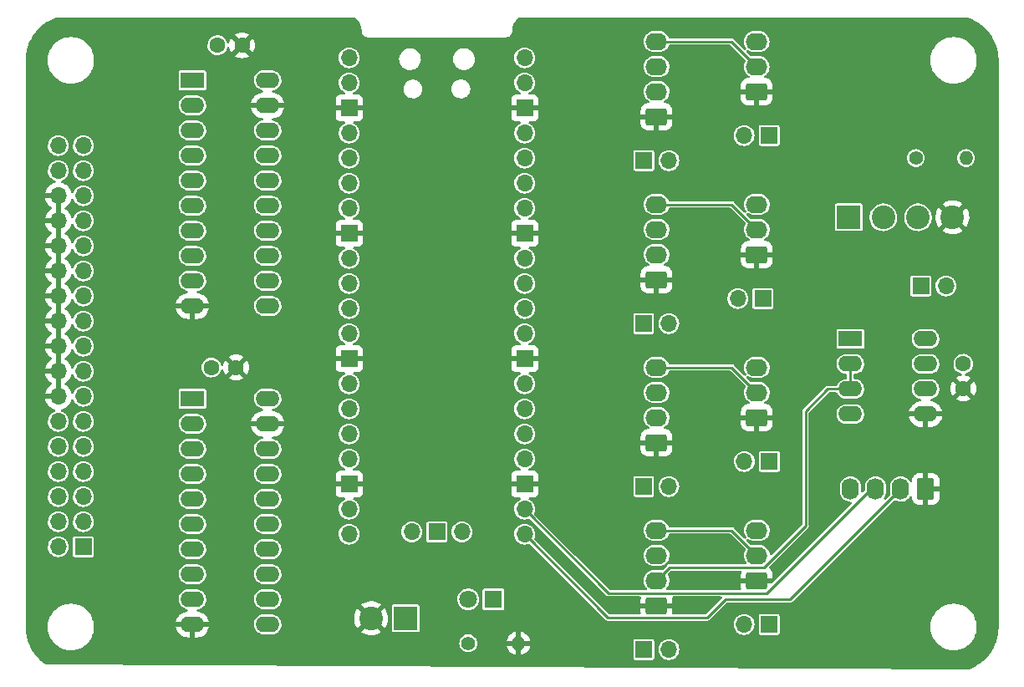
<source format=gbr>
%TF.GenerationSoftware,KiCad,Pcbnew,(6.0.1)*%
%TF.CreationDate,2022-01-29T17:05:37+01:00*%
%TF.ProjectId,wpcpowermon,77706370-6f77-4657-926d-6f6e2e6b6963,rev?*%
%TF.SameCoordinates,Original*%
%TF.FileFunction,Copper,L2,Bot*%
%TF.FilePolarity,Positive*%
%FSLAX46Y46*%
G04 Gerber Fmt 4.6, Leading zero omitted, Abs format (unit mm)*
G04 Created by KiCad (PCBNEW (6.0.1)) date 2022-01-29 17:05:37*
%MOMM*%
%LPD*%
G01*
G04 APERTURE LIST*
G04 Aperture macros list*
%AMRoundRect*
0 Rectangle with rounded corners*
0 $1 Rounding radius*
0 $2 $3 $4 $5 $6 $7 $8 $9 X,Y pos of 4 corners*
0 Add a 4 corners polygon primitive as box body*
4,1,4,$2,$3,$4,$5,$6,$7,$8,$9,$2,$3,0*
0 Add four circle primitives for the rounded corners*
1,1,$1+$1,$2,$3*
1,1,$1+$1,$4,$5*
1,1,$1+$1,$6,$7*
1,1,$1+$1,$8,$9*
0 Add four rect primitives between the rounded corners*
20,1,$1+$1,$2,$3,$4,$5,0*
20,1,$1+$1,$4,$5,$6,$7,0*
20,1,$1+$1,$6,$7,$8,$9,0*
20,1,$1+$1,$8,$9,$2,$3,0*%
G04 Aperture macros list end*
%TA.AperFunction,ComponentPad*%
%ADD10C,1.600000*%
%TD*%
%TA.AperFunction,ComponentPad*%
%ADD11R,1.700000X1.700000*%
%TD*%
%TA.AperFunction,ComponentPad*%
%ADD12O,1.700000X1.700000*%
%TD*%
%TA.AperFunction,ComponentPad*%
%ADD13R,2.400000X1.600000*%
%TD*%
%TA.AperFunction,ComponentPad*%
%ADD14O,2.400000X1.600000*%
%TD*%
%TA.AperFunction,ComponentPad*%
%ADD15R,2.400000X2.400000*%
%TD*%
%TA.AperFunction,ComponentPad*%
%ADD16C,2.400000*%
%TD*%
%TA.AperFunction,ComponentPad*%
%ADD17RoundRect,0.250000X0.845000X-0.620000X0.845000X0.620000X-0.845000X0.620000X-0.845000X-0.620000X0*%
%TD*%
%TA.AperFunction,ComponentPad*%
%ADD18O,2.190000X1.740000*%
%TD*%
%TA.AperFunction,ComponentPad*%
%ADD19R,1.800000X1.800000*%
%TD*%
%TA.AperFunction,ComponentPad*%
%ADD20C,1.800000*%
%TD*%
%TA.AperFunction,ComponentPad*%
%ADD21C,1.400000*%
%TD*%
%TA.AperFunction,ComponentPad*%
%ADD22O,1.400000X1.400000*%
%TD*%
%TA.AperFunction,ComponentPad*%
%ADD23RoundRect,0.250000X0.620000X0.845000X-0.620000X0.845000X-0.620000X-0.845000X0.620000X-0.845000X0*%
%TD*%
%TA.AperFunction,ComponentPad*%
%ADD24O,1.740000X2.190000*%
%TD*%
%TA.AperFunction,Conductor*%
%ADD25C,0.250000*%
%TD*%
G04 APERTURE END LIST*
D10*
%TO.P,C3,1*%
%TO.N,+5V*%
X175241264Y-96792735D03*
%TO.P,C3,2*%
%TO.N,GND*%
X175241264Y-99292735D03*
%TD*%
D11*
%TO.P,JP1,1,1*%
%TO.N,Net-(J12-Pad3)*%
X170942000Y-88900000D03*
D12*
%TO.P,JP1,2,2*%
%TO.N,Net-(JP1-Pad2)*%
X173482000Y-88900000D03*
%TD*%
D13*
%TO.P,U3,1,A->B*%
%TO.N,+3V3*%
X97155000Y-100330000D03*
D14*
%TO.P,U3,2,A0*%
%TO.N,Net-(J1001-Pad13)*%
X97155000Y-102870000D03*
%TO.P,U3,3,A1*%
%TO.N,Net-(J1001-Pad12)*%
X97155000Y-105410000D03*
%TO.P,U3,4,A2*%
%TO.N,Net-(J1001-Pad11)*%
X97155000Y-107950000D03*
%TO.P,U3,5,A3*%
%TO.N,Net-(J1001-Pad10)*%
X97155000Y-110490000D03*
%TO.P,U3,6,A4*%
%TO.N,Net-(J1001-Pad9)*%
X97155000Y-113030000D03*
%TO.P,U3,7,A5*%
%TO.N,Net-(J1001-Pad8)*%
X97155000Y-115570000D03*
%TO.P,U3,8,A6*%
%TO.N,Net-(J1001-Pad7)*%
X97155000Y-118110000D03*
%TO.P,U3,9,A7*%
%TO.N,Net-(J1001-Pad34)*%
X97155000Y-120650000D03*
%TO.P,U3,10,GND*%
%TO.N,GND*%
X97155000Y-123190000D03*
%TO.P,U3,11,B7*%
%TO.N,/{slash}ZEROCROSS*%
X104775000Y-123190000D03*
%TO.P,U3,12,B6*%
%TO.N,/{slash}LAMP ROW*%
X104775000Y-120650000D03*
%TO.P,U3,13,B5*%
%TO.N,/{slash}LAMP COL*%
X104775000Y-118110000D03*
%TO.P,U3,14,B4*%
%TO.N,/{slash}SOL2*%
X104775000Y-115570000D03*
%TO.P,U3,15,B3*%
%TO.N,/{slash}SOL4*%
X104775000Y-113030000D03*
%TO.P,U3,16,B2*%
%TO.N,/{slash}SOL3*%
X104775000Y-110490000D03*
%TO.P,U3,17,B1*%
%TO.N,/{slash}SOL1*%
X104775000Y-107950000D03*
%TO.P,U3,18,B0*%
%TO.N,/{slash}TRIACS*%
X104775000Y-105410000D03*
%TO.P,U3,19,CE*%
%TO.N,GND*%
X104775000Y-102870000D03*
%TO.P,U3,20,VCC*%
%TO.N,+3V3*%
X104775000Y-100330000D03*
%TD*%
D15*
%TO.P,J12,1,Pin_1*%
%TO.N,+5V*%
X163641262Y-81942000D03*
D16*
%TO.P,J12,2,Pin_2*%
%TO.N,Net-(J12-Pad2)*%
X167141262Y-81942000D03*
%TO.P,J12,3,Pin_3*%
%TO.N,Net-(J12-Pad3)*%
X170641262Y-81942000D03*
%TO.P,J12,4,Pin_4*%
%TO.N,GND*%
X174141262Y-81942000D03*
%TD*%
D17*
%TO.P,J8,1,Pin_1*%
%TO.N,GND*%
X154305000Y-69215000D03*
D18*
%TO.P,J8,2,Pin_2*%
%TO.N,/io/IO1*%
X154305000Y-66675000D03*
%TO.P,J8,3,Pin_3*%
%TO.N,Net-(J8-Pad3)*%
X154305000Y-64135000D03*
%TD*%
D17*
%TO.P,J10,1,Pin_1*%
%TO.N,GND*%
X154325000Y-102235000D03*
D18*
%TO.P,J10,2,Pin_2*%
%TO.N,/io/IO5*%
X154325000Y-99695000D03*
%TO.P,J10,3,Pin_3*%
%TO.N,Net-(J10-Pad3)*%
X154325000Y-97155000D03*
%TD*%
D11*
%TO.P,JP3,1,A*%
%TO.N,Net-(J7-Pad3)*%
X142875000Y-125730000D03*
D12*
%TO.P,JP3,2,B*%
%TO.N,+5V*%
X145415000Y-125730000D03*
%TD*%
D11*
%TO.P,JP9,1,A*%
%TO.N,Net-(J3-Pad3)*%
X142875000Y-76200000D03*
D12*
%TO.P,JP9,2,B*%
%TO.N,+5V*%
X145415000Y-76200000D03*
%TD*%
D10*
%TO.P,C1,1*%
%TO.N,+3V3*%
X99695000Y-64516000D03*
%TO.P,C1,2*%
%TO.N,GND*%
X102195000Y-64516000D03*
%TD*%
D13*
%TO.P,U1,1,RO*%
%TO.N,/io/RX*%
X163796264Y-94262735D03*
D14*
%TO.P,U1,2,~{RE}*%
%TO.N,/io/IO8*%
X163796264Y-96802735D03*
%TO.P,U1,3,DE*%
X163796264Y-99342735D03*
%TO.P,U1,4,DI*%
%TO.N,/io/TX*%
X163796264Y-101882735D03*
%TO.P,U1,5,GND*%
%TO.N,GND*%
X171416264Y-101882735D03*
%TO.P,U1,6,A*%
%TO.N,Net-(J12-Pad2)*%
X171416264Y-99342735D03*
%TO.P,U1,7,B*%
%TO.N,Net-(J12-Pad3)*%
X171416264Y-96802735D03*
%TO.P,U1,8,VCC*%
%TO.N,+5V*%
X171416264Y-94262735D03*
%TD*%
D13*
%TO.P,U4,1,A->B*%
%TO.N,+3V3*%
X97155000Y-68072000D03*
D14*
%TO.P,U4,2,A0*%
%TO.N,Net-(J1001-Pad29)*%
X97155000Y-70612000D03*
%TO.P,U4,3,A1*%
%TO.N,Net-(J1001-Pad27)*%
X97155000Y-73152000D03*
%TO.P,U4,4,A2*%
%TO.N,Net-(J1001-Pad25)*%
X97155000Y-75692000D03*
%TO.P,U4,5,A3*%
%TO.N,Net-(J1001-Pad23)*%
X97155000Y-78232000D03*
%TO.P,U4,6,A4*%
%TO.N,Net-(J1001-Pad21)*%
X97155000Y-80772000D03*
%TO.P,U4,7,A5*%
%TO.N,Net-(J1001-Pad19)*%
X97155000Y-83312000D03*
%TO.P,U4,8,A6*%
%TO.N,Net-(J1001-Pad17)*%
X97155000Y-85852000D03*
%TO.P,U4,9,A7*%
%TO.N,Net-(J1001-Pad15)*%
X97155000Y-88392000D03*
%TO.P,U4,10,GND*%
%TO.N,GND*%
X97155000Y-90932000D03*
%TO.P,U4,11,B7*%
%TO.N,/D7*%
X104775000Y-90932000D03*
%TO.P,U4,12,B6*%
%TO.N,/D6*%
X104775000Y-88392000D03*
%TO.P,U4,13,B5*%
%TO.N,/D5*%
X104775000Y-85852000D03*
%TO.P,U4,14,B4*%
%TO.N,/D4*%
X104775000Y-83312000D03*
%TO.P,U4,15,B3*%
%TO.N,/D3*%
X104775000Y-80772000D03*
%TO.P,U4,16,B2*%
%TO.N,/D2*%
X104775000Y-78232000D03*
%TO.P,U4,17,B1*%
%TO.N,/D1*%
X104775000Y-75692000D03*
%TO.P,U4,18,B0*%
%TO.N,/D0*%
X104775000Y-73152000D03*
%TO.P,U4,19,CE*%
%TO.N,GND*%
X104775000Y-70612000D03*
%TO.P,U4,20,VCC*%
%TO.N,+3V3*%
X104775000Y-68072000D03*
%TD*%
D19*
%TO.P,D1,1,K*%
%TO.N,Net-(D1-Pad1)*%
X127640000Y-120650000D03*
D20*
%TO.P,D1,2,A*%
%TO.N,+5V*%
X125100000Y-120650000D03*
%TD*%
D11*
%TO.P,J1001,1,Pin_1*%
%TO.N,unconnected-(J1001-Pad1)*%
X86111000Y-115321000D03*
D12*
%TO.P,J1001,2,Pin_2*%
%TO.N,unconnected-(J1001-Pad2)*%
X83571000Y-115321000D03*
%TO.P,J1001,3,Pin_3*%
%TO.N,unconnected-(J1001-Pad3)*%
X86111000Y-112781000D03*
%TO.P,J1001,4,Pin_4*%
%TO.N,unconnected-(J1001-Pad4)*%
X83571000Y-112781000D03*
%TO.P,J1001,5,Pin_5*%
%TO.N,unconnected-(J1001-Pad5)*%
X86111000Y-110241000D03*
%TO.P,J1001,6,Pin_6*%
%TO.N,unconnected-(J1001-Pad6)*%
X83571000Y-110241000D03*
%TO.P,J1001,7,Pin_7*%
%TO.N,Net-(J1001-Pad7)*%
X86111000Y-107701000D03*
%TO.P,J1001,8,Pin_8*%
%TO.N,Net-(J1001-Pad8)*%
X83571000Y-107701000D03*
%TO.P,J1001,9,Pin_9*%
%TO.N,Net-(J1001-Pad9)*%
X86111000Y-105161000D03*
%TO.P,J1001,10,Pin_10*%
%TO.N,Net-(J1001-Pad10)*%
X83571000Y-105161000D03*
%TO.P,J1001,11,Pin_11*%
%TO.N,Net-(J1001-Pad11)*%
X86111000Y-102621000D03*
%TO.P,J1001,12,Pin_12*%
%TO.N,Net-(J1001-Pad12)*%
X83571000Y-102621000D03*
%TO.P,J1001,13,Pin_13*%
%TO.N,Net-(J1001-Pad13)*%
X86111000Y-100081000D03*
%TO.P,J1001,14,Pin_14*%
%TO.N,GND*%
X83571000Y-100081000D03*
%TO.P,J1001,15,Pin_15*%
%TO.N,Net-(J1001-Pad15)*%
X86111000Y-97541000D03*
%TO.P,J1001,16,Pin_16*%
%TO.N,GND*%
X83571000Y-97541000D03*
%TO.P,J1001,17,Pin_17*%
%TO.N,Net-(J1001-Pad17)*%
X86111000Y-95001000D03*
%TO.P,J1001,18,Pin_18*%
%TO.N,GND*%
X83571000Y-95001000D03*
%TO.P,J1001,19,Pin_19*%
%TO.N,Net-(J1001-Pad19)*%
X86111000Y-92461000D03*
%TO.P,J1001,20,Pin_20*%
%TO.N,GND*%
X83571000Y-92461000D03*
%TO.P,J1001,21,Pin_21*%
%TO.N,Net-(J1001-Pad21)*%
X86111000Y-89921000D03*
%TO.P,J1001,22,Pin_22*%
%TO.N,GND*%
X83571000Y-89921000D03*
%TO.P,J1001,23,Pin_23*%
%TO.N,Net-(J1001-Pad23)*%
X86111000Y-87381000D03*
%TO.P,J1001,24,Pin_24*%
%TO.N,GND*%
X83571000Y-87381000D03*
%TO.P,J1001,25,Pin_25*%
%TO.N,Net-(J1001-Pad25)*%
X86111000Y-84841000D03*
%TO.P,J1001,26,Pin_26*%
%TO.N,GND*%
X83571000Y-84841000D03*
%TO.P,J1001,27,Pin_27*%
%TO.N,Net-(J1001-Pad27)*%
X86111000Y-82301000D03*
%TO.P,J1001,28,Pin_28*%
%TO.N,GND*%
X83571000Y-82301000D03*
%TO.P,J1001,29,Pin_29*%
%TO.N,Net-(J1001-Pad29)*%
X86111000Y-79761000D03*
%TO.P,J1001,30,Pin_30*%
%TO.N,GND*%
X83571000Y-79761000D03*
%TO.P,J1001,31,Pin_31*%
%TO.N,unconnected-(J1001-Pad31)*%
X86111000Y-77221000D03*
%TO.P,J1001,32,Pin_32*%
%TO.N,unconnected-(J1001-Pad32)*%
X83571000Y-77221000D03*
%TO.P,J1001,33,Pin_33*%
%TO.N,unconnected-(J1001-Pad33)*%
X86111000Y-74681000D03*
%TO.P,J1001,34,Pin_34*%
%TO.N,Net-(J1001-Pad34)*%
X83571000Y-74681000D03*
%TD*%
D10*
%TO.P,C2,1*%
%TO.N,+3V3*%
X99080000Y-97155000D03*
%TO.P,C2,2*%
%TO.N,GND*%
X101580000Y-97155000D03*
%TD*%
D15*
%TO.P,J4,1,Pin_1*%
%TO.N,+5V*%
X118745000Y-122555000D03*
D16*
%TO.P,J4,2,Pin_2*%
%TO.N,GND*%
X115245000Y-122555000D03*
%TD*%
D11*
%TO.P,JP4,1,A*%
%TO.N,Net-(J10-Pad3)*%
X155600000Y-106680000D03*
D12*
%TO.P,JP4,2,B*%
%TO.N,+5V*%
X153060000Y-106680000D03*
%TD*%
D11*
%TO.P,JP6,1,A*%
%TO.N,Net-(J9-Pad3)*%
X154945000Y-90170000D03*
D12*
%TO.P,JP6,2,B*%
%TO.N,+5V*%
X152405000Y-90170000D03*
%TD*%
D21*
%TO.P,R1,1*%
%TO.N,Net-(J12-Pad2)*%
X170434000Y-75946000D03*
D22*
%TO.P,R1,2*%
%TO.N,Net-(JP1-Pad2)*%
X175514000Y-75946000D03*
%TD*%
D11*
%TO.P,JP5,1,A*%
%TO.N,Net-(J6-Pad3)*%
X142870000Y-109220000D03*
D12*
%TO.P,JP5,2,B*%
%TO.N,+5V*%
X145410000Y-109220000D03*
%TD*%
D17*
%TO.P,J7,1,Pin_1*%
%TO.N,GND*%
X144165000Y-121285000D03*
D18*
%TO.P,J7,2,Pin_2*%
%TO.N,/io/IO8*%
X144165000Y-118745000D03*
%TO.P,J7,3,Pin_3*%
%TO.N,Net-(J7-Pad3)*%
X144165000Y-116205000D03*
%TO.P,J7,4,Pin_4*%
%TO.N,/io/IO7*%
X144165000Y-113665000D03*
%TD*%
D17*
%TO.P,J5,1,Pin_1*%
%TO.N,GND*%
X144165000Y-88265000D03*
D18*
%TO.P,J5,2,Pin_2*%
%TO.N,/io/IO4*%
X144165000Y-85725000D03*
%TO.P,J5,3,Pin_3*%
%TO.N,Net-(J5-Pad3)*%
X144165000Y-83185000D03*
%TO.P,J5,4,Pin_4*%
%TO.N,/io/IO3*%
X144165000Y-80645000D03*
%TD*%
D17*
%TO.P,J11,1,Pin_1*%
%TO.N,GND*%
X154325000Y-118745000D03*
D18*
%TO.P,J11,2,Pin_2*%
%TO.N,/io/IO7*%
X154325000Y-116205000D03*
%TO.P,J11,3,Pin_3*%
%TO.N,Net-(J11-Pad3)*%
X154325000Y-113665000D03*
%TD*%
D11*
%TO.P,JP2,1,A*%
%TO.N,Net-(J11-Pad3)*%
X155575000Y-123190000D03*
D12*
%TO.P,JP2,2,B*%
%TO.N,+5V*%
X153035000Y-123190000D03*
%TD*%
D17*
%TO.P,J3,1,Pin_1*%
%TO.N,GND*%
X144165000Y-71755000D03*
D18*
%TO.P,J3,2,Pin_2*%
%TO.N,/io/IO2*%
X144165000Y-69215000D03*
%TO.P,J3,3,Pin_3*%
%TO.N,Net-(J3-Pad3)*%
X144165000Y-66675000D03*
%TO.P,J3,4,Pin_4*%
%TO.N,/io/IO1*%
X144165000Y-64135000D03*
%TD*%
D23*
%TO.P,J1,1,Pin_1*%
%TO.N,GND*%
X171431264Y-109472735D03*
D24*
%TO.P,J1,2,Pin_2*%
%TO.N,/io/TX*%
X168891264Y-109472735D03*
%TO.P,J1,3,Pin_3*%
%TO.N,/io/RX*%
X166351264Y-109472735D03*
%TO.P,J1,4,Pin_4*%
%TO.N,+5V*%
X163811264Y-109472735D03*
%TD*%
D12*
%TO.P,U5,1,GPIO0*%
%TO.N,/D0*%
X113030000Y-65786000D03*
%TO.P,U5,2,GPIO1*%
%TO.N,/D1*%
X113030000Y-68326000D03*
D11*
%TO.P,U5,3,GND*%
%TO.N,GND*%
X113030000Y-70866000D03*
D12*
%TO.P,U5,4,GPIO2*%
%TO.N,/D2*%
X113030000Y-73406000D03*
%TO.P,U5,5,GPIO3*%
%TO.N,/D3*%
X113030000Y-75946000D03*
%TO.P,U5,6,GPIO4*%
%TO.N,/D4*%
X113030000Y-78486000D03*
%TO.P,U5,7,GPIO5*%
%TO.N,/D5*%
X113030000Y-81026000D03*
D11*
%TO.P,U5,8,GND*%
%TO.N,GND*%
X113030000Y-83566000D03*
D12*
%TO.P,U5,9,GPIO6*%
%TO.N,/D6*%
X113030000Y-86106000D03*
%TO.P,U5,10,GPIO7*%
%TO.N,/D7*%
X113030000Y-88646000D03*
%TO.P,U5,11,GPIO8*%
%TO.N,/{slash}TRIACS*%
X113030000Y-91186000D03*
%TO.P,U5,12,GPIO9*%
%TO.N,/{slash}SOL1*%
X113030000Y-93726000D03*
D11*
%TO.P,U5,13,GND*%
%TO.N,GND*%
X113030000Y-96266000D03*
D12*
%TO.P,U5,14,GPIO10*%
%TO.N,/{slash}SOL3*%
X113030000Y-98806000D03*
%TO.P,U5,15,GPIO11*%
%TO.N,/{slash}SOL4*%
X113030000Y-101346000D03*
%TO.P,U5,16,GPIO12*%
%TO.N,/{slash}SOL2*%
X113030000Y-103886000D03*
%TO.P,U5,17,GPIO13*%
%TO.N,/{slash}LAMP COL*%
X113030000Y-106426000D03*
D11*
%TO.P,U5,18,GND*%
%TO.N,GND*%
X113030000Y-108966000D03*
D12*
%TO.P,U5,19,GPIO14*%
%TO.N,/{slash}LAMP ROW*%
X113030000Y-111506000D03*
%TO.P,U5,20,GPIO15*%
%TO.N,/{slash}ZEROCROSS*%
X113030000Y-114046000D03*
%TO.P,U5,21,GPIO16*%
%TO.N,/io/TX*%
X130810000Y-114046000D03*
%TO.P,U5,22,GPIO17*%
%TO.N,/io/RX*%
X130810000Y-111506000D03*
D11*
%TO.P,U5,23,GND*%
%TO.N,GND*%
X130810000Y-108966000D03*
D12*
%TO.P,U5,24,GPIO18*%
%TO.N,/io/IO8*%
X130810000Y-106426000D03*
%TO.P,U5,25,GPIO19*%
%TO.N,/io/IO7*%
X130810000Y-103886000D03*
%TO.P,U5,26,GPIO20*%
%TO.N,/io/IO6*%
X130810000Y-101346000D03*
%TO.P,U5,27,GPIO21*%
%TO.N,/io/IO5*%
X130810000Y-98806000D03*
D11*
%TO.P,U5,28,GND*%
%TO.N,GND*%
X130810000Y-96266000D03*
D12*
%TO.P,U5,29,GPIO22*%
%TO.N,/io/IO4*%
X130810000Y-93726000D03*
%TO.P,U5,30,RUN*%
%TO.N,unconnected-(U5-Pad30)*%
X130810000Y-91186000D03*
%TO.P,U5,31,GPIO26_ADC0*%
%TO.N,/io/IO3*%
X130810000Y-88646000D03*
%TO.P,U5,32,GPIO27_ADC1*%
%TO.N,/io/IO2*%
X130810000Y-86106000D03*
D11*
%TO.P,U5,33,AGND*%
%TO.N,GND*%
X130810000Y-83566000D03*
D12*
%TO.P,U5,34,GPIO28_ADC2*%
%TO.N,/io/IO1*%
X130810000Y-81026000D03*
%TO.P,U5,35,ADC_VREF*%
%TO.N,unconnected-(U5-Pad35)*%
X130810000Y-78486000D03*
%TO.P,U5,36,3V3*%
%TO.N,+3V3*%
X130810000Y-75946000D03*
%TO.P,U5,37,3V3_EN*%
%TO.N,unconnected-(U5-Pad37)*%
X130810000Y-73406000D03*
D11*
%TO.P,U5,38,GND*%
%TO.N,GND*%
X130810000Y-70866000D03*
D12*
%TO.P,U5,39,VSYS*%
%TO.N,+5V*%
X130810000Y-68326000D03*
%TO.P,U5,40,VBUS*%
%TO.N,unconnected-(U5-Pad40)*%
X130810000Y-65786000D03*
%TO.P,U5,41,SWCLK*%
%TO.N,unconnected-(U5-Pad41)*%
X119380000Y-113816000D03*
D11*
%TO.P,U5,42,GND*%
%TO.N,unconnected-(U5-Pad42)*%
X121920000Y-113816000D03*
D12*
%TO.P,U5,43,SWDIO*%
%TO.N,unconnected-(U5-Pad43)*%
X124460000Y-113816000D03*
%TD*%
D11*
%TO.P,JP7,1,A*%
%TO.N,Net-(J5-Pad3)*%
X142870000Y-92710000D03*
D12*
%TO.P,JP7,2,B*%
%TO.N,+5V*%
X145410000Y-92710000D03*
%TD*%
D17*
%TO.P,J9,1,Pin_1*%
%TO.N,GND*%
X154325000Y-85725000D03*
D18*
%TO.P,J9,2,Pin_2*%
%TO.N,/io/IO3*%
X154325000Y-83185000D03*
%TO.P,J9,3,Pin_3*%
%TO.N,Net-(J9-Pad3)*%
X154325000Y-80645000D03*
%TD*%
D11*
%TO.P,JP8,1,A*%
%TO.N,Net-(J8-Pad3)*%
X155580000Y-73660000D03*
D12*
%TO.P,JP8,2,B*%
%TO.N,+5V*%
X153040000Y-73660000D03*
%TD*%
D17*
%TO.P,J6,1,Pin_1*%
%TO.N,GND*%
X144165000Y-104775000D03*
D18*
%TO.P,J6,2,Pin_2*%
%TO.N,/io/IO6*%
X144165000Y-102235000D03*
%TO.P,J6,3,Pin_3*%
%TO.N,Net-(J6-Pad3)*%
X144165000Y-99695000D03*
%TO.P,J6,4,Pin_4*%
%TO.N,/io/IO5*%
X144165000Y-97155000D03*
%TD*%
D21*
%TO.P,R2,1*%
%TO.N,Net-(D1-Pad1)*%
X125095000Y-125095000D03*
D22*
%TO.P,R2,2*%
%TO.N,GND*%
X130175000Y-125095000D03*
%TD*%
D25*
%TO.N,/io/TX*%
X130810000Y-114046000D02*
X139243520Y-122479520D01*
X157713999Y-120650000D02*
X168891264Y-109472735D01*
X149300480Y-122479520D02*
X151130000Y-120650000D01*
X139243520Y-122479520D02*
X149300480Y-122479520D01*
X151130000Y-120650000D02*
X157713999Y-120650000D01*
%TO.N,/io/RX*%
X139319000Y-120015000D02*
X155332493Y-120015000D01*
X165874758Y-109472735D02*
X166351264Y-109472735D01*
X155332493Y-120015000D02*
X165874758Y-109472735D01*
X130810000Y-111506000D02*
X139319000Y-120015000D01*
%TO.N,/io/IO3*%
X151785000Y-80645000D02*
X154325000Y-83185000D01*
X144165000Y-80645000D02*
X151785000Y-80645000D01*
%TO.N,/io/IO1*%
X144165000Y-64135000D02*
X151765000Y-64135000D01*
X151765000Y-64135000D02*
X154305000Y-66675000D01*
%TO.N,/io/IO5*%
X151785000Y-97155000D02*
X154325000Y-99695000D01*
X144165000Y-97155000D02*
X151785000Y-97155000D01*
%TO.N,/io/IO8*%
X159258000Y-101600000D02*
X161515265Y-99342735D01*
X144165000Y-118745000D02*
X145510480Y-117399520D01*
X161515265Y-99342735D02*
X163796264Y-99342735D01*
X159258000Y-113186306D02*
X159258000Y-101600000D01*
X145510480Y-117399520D02*
X155044786Y-117399520D01*
X163796264Y-99342735D02*
X163796264Y-96802735D01*
X155044786Y-117399520D02*
X159258000Y-113186306D01*
%TO.N,/io/IO7*%
X151785000Y-113665000D02*
X154325000Y-116205000D01*
X144165000Y-113665000D02*
X151785000Y-113665000D01*
%TD*%
%TA.AperFunction,Conductor*%
%TO.N,GND*%
G36*
X113643341Y-61743445D02*
G01*
X113650729Y-61748575D01*
X113718589Y-61799374D01*
X113724910Y-61804431D01*
X113807407Y-61874890D01*
X113814672Y-61881606D01*
X113886394Y-61953328D01*
X113893098Y-61960579D01*
X113957080Y-62035492D01*
X113963572Y-62043093D01*
X113968624Y-62049409D01*
X114029270Y-62130422D01*
X114035818Y-62140073D01*
X114060618Y-62180542D01*
X114092926Y-62233265D01*
X114096080Y-62238713D01*
X114144115Y-62326682D01*
X114149937Y-62338850D01*
X114192564Y-62441761D01*
X114194210Y-62445946D01*
X114228485Y-62537839D01*
X114232947Y-62552450D01*
X114259068Y-62661252D01*
X114260258Y-62666210D01*
X114260859Y-62668840D01*
X114280517Y-62759205D01*
X114283008Y-62776096D01*
X114294507Y-62922206D01*
X114294539Y-62922636D01*
X114295657Y-62938265D01*
X114298646Y-62980064D01*
X114298087Y-62992000D01*
X114295811Y-62992000D01*
X114310533Y-63141476D01*
X114354134Y-63285208D01*
X114424937Y-63417672D01*
X114428862Y-63422455D01*
X114428863Y-63422456D01*
X114435753Y-63430851D01*
X114520223Y-63533777D01*
X114636328Y-63629063D01*
X114641786Y-63631980D01*
X114641787Y-63631981D01*
X114763334Y-63696949D01*
X114763337Y-63696950D01*
X114768792Y-63699866D01*
X114912524Y-63743467D01*
X115062000Y-63758189D01*
X115062000Y-63754867D01*
X115065901Y-63754500D01*
X128771853Y-63754500D01*
X128778000Y-63755008D01*
X128778000Y-63758189D01*
X128794604Y-63756554D01*
X128794606Y-63756554D01*
X128887516Y-63747403D01*
X128927476Y-63743467D01*
X129071208Y-63699866D01*
X129076663Y-63696950D01*
X129076666Y-63696949D01*
X129198213Y-63631981D01*
X129198214Y-63631980D01*
X129203672Y-63629063D01*
X129319777Y-63533777D01*
X129404247Y-63430851D01*
X129411137Y-63422456D01*
X129411138Y-63422455D01*
X129415063Y-63417672D01*
X129485866Y-63285208D01*
X129529467Y-63141476D01*
X129535060Y-63084689D01*
X129542732Y-63006797D01*
X129542732Y-63006795D01*
X129544189Y-62992000D01*
X129541872Y-62992000D01*
X129541257Y-62981412D01*
X129545460Y-62922654D01*
X129545493Y-62922210D01*
X129556992Y-62776096D01*
X129559483Y-62759205D01*
X129579141Y-62668840D01*
X129579742Y-62666210D01*
X129580932Y-62661252D01*
X129607053Y-62552450D01*
X129611515Y-62537839D01*
X129645790Y-62445946D01*
X129647436Y-62441761D01*
X129690063Y-62338850D01*
X129695885Y-62326682D01*
X129743920Y-62238713D01*
X129747074Y-62233265D01*
X129779382Y-62180542D01*
X129804182Y-62140073D01*
X129810730Y-62130422D01*
X129871376Y-62049409D01*
X129876428Y-62043093D01*
X129882920Y-62035492D01*
X129946902Y-61960579D01*
X129953606Y-61953328D01*
X130025328Y-61881606D01*
X130032593Y-61874890D01*
X130115090Y-61804431D01*
X130121411Y-61799374D01*
X130189271Y-61748575D01*
X130255792Y-61723764D01*
X130264780Y-61723443D01*
X175716037Y-61723443D01*
X175756078Y-61729975D01*
X175841734Y-61758684D01*
X175849896Y-61761737D01*
X176031395Y-61836917D01*
X176038073Y-61839683D01*
X176040745Y-61840826D01*
X176219556Y-61919779D01*
X176226820Y-61923270D01*
X176407618Y-62017387D01*
X176410742Y-62019070D01*
X176549245Y-62096215D01*
X176581340Y-62114092D01*
X176587723Y-62117898D01*
X176619550Y-62138174D01*
X176759722Y-62227474D01*
X176763229Y-62229791D01*
X176924229Y-62340079D01*
X176929726Y-62344066D01*
X177091571Y-62468254D01*
X177095362Y-62471281D01*
X177245450Y-62595912D01*
X177250079Y-62599951D01*
X177400521Y-62737806D01*
X177404492Y-62741608D01*
X177542392Y-62879508D01*
X177546194Y-62883479D01*
X177684049Y-63033921D01*
X177688088Y-63038550D01*
X177812719Y-63188638D01*
X177815746Y-63192429D01*
X177939934Y-63354274D01*
X177943921Y-63359771D01*
X178054209Y-63520771D01*
X178056526Y-63524278D01*
X178157348Y-63682535D01*
X178166099Y-63696272D01*
X178169904Y-63702653D01*
X178259195Y-63862961D01*
X178264926Y-63873250D01*
X178266609Y-63876374D01*
X178332180Y-64002334D01*
X178360725Y-64057169D01*
X178364221Y-64064444D01*
X178410356Y-64168930D01*
X178443172Y-64243251D01*
X178444317Y-64245927D01*
X178522258Y-64434094D01*
X178525317Y-64442270D01*
X178587532Y-64627892D01*
X178588221Y-64630012D01*
X178647104Y-64816763D01*
X178649382Y-64823989D01*
X178651865Y-64833023D01*
X178684094Y-64970053D01*
X178696818Y-65024151D01*
X178697177Y-65025721D01*
X178741079Y-65223751D01*
X178742853Y-65233590D01*
X178769754Y-65426434D01*
X178770171Y-65429424D01*
X178770301Y-65430386D01*
X178796598Y-65630132D01*
X178797542Y-65640759D01*
X178807002Y-65845360D01*
X178814354Y-66013744D01*
X178815380Y-66037253D01*
X178815500Y-66042749D01*
X178815500Y-123441251D01*
X178815380Y-123446747D01*
X178807604Y-123624863D01*
X178807022Y-123638182D01*
X178807008Y-123638505D01*
X178797542Y-123843241D01*
X178796598Y-123853868D01*
X178770301Y-124053614D01*
X178770176Y-124054538D01*
X178743661Y-124244622D01*
X178742855Y-124250399D01*
X178741079Y-124260249D01*
X178706055Y-124418233D01*
X178697178Y-124458273D01*
X178696820Y-124459842D01*
X178659606Y-124618067D01*
X178651867Y-124650970D01*
X178649383Y-124660009D01*
X178589294Y-124850588D01*
X178588232Y-124853955D01*
X178587542Y-124856076D01*
X178560264Y-124937464D01*
X178525317Y-125041730D01*
X178522258Y-125049906D01*
X178444317Y-125238073D01*
X178443174Y-125240745D01*
X178389393Y-125362548D01*
X178364226Y-125419545D01*
X178360730Y-125426820D01*
X178312709Y-125519068D01*
X178266613Y-125607618D01*
X178264930Y-125610742D01*
X178180132Y-125762985D01*
X178169908Y-125781340D01*
X178166102Y-125787723D01*
X178110328Y-125875270D01*
X178056526Y-125959722D01*
X178054209Y-125963229D01*
X177943921Y-126124229D01*
X177939934Y-126129726D01*
X177815746Y-126291571D01*
X177812719Y-126295362D01*
X177688088Y-126445450D01*
X177684049Y-126450079D01*
X177546194Y-126600521D01*
X177542392Y-126604492D01*
X177404492Y-126742392D01*
X177400521Y-126746194D01*
X177250079Y-126884049D01*
X177245450Y-126888088D01*
X177095362Y-127012719D01*
X177091571Y-127015746D01*
X176929726Y-127139934D01*
X176924229Y-127143921D01*
X176763229Y-127254209D01*
X176759722Y-127256526D01*
X176587728Y-127366099D01*
X176581340Y-127369908D01*
X176410750Y-127464926D01*
X176407626Y-127466609D01*
X176226820Y-127560730D01*
X176219556Y-127564221D01*
X176040749Y-127643172D01*
X176038073Y-127644317D01*
X175849906Y-127722258D01*
X175841738Y-127725315D01*
X175797759Y-127740055D01*
X175757082Y-127746584D01*
X82380230Y-127271391D01*
X82309664Y-127249342D01*
X82155776Y-127143925D01*
X82150280Y-127139938D01*
X81988429Y-127015745D01*
X81984638Y-127012719D01*
X81834550Y-126888088D01*
X81829921Y-126884049D01*
X81679479Y-126746194D01*
X81675508Y-126742392D01*
X81537608Y-126604492D01*
X81533806Y-126600521D01*
X81533098Y-126599748D01*
X141824500Y-126599748D01*
X141825707Y-126605816D01*
X141829331Y-126624033D01*
X141836133Y-126658231D01*
X141880448Y-126724552D01*
X141946769Y-126768867D01*
X141958938Y-126771288D01*
X141958939Y-126771288D01*
X141999184Y-126779293D01*
X142005252Y-126780500D01*
X143744748Y-126780500D01*
X143750816Y-126779293D01*
X143791061Y-126771288D01*
X143791062Y-126771288D01*
X143803231Y-126768867D01*
X143869552Y-126724552D01*
X143913867Y-126658231D01*
X143920670Y-126624033D01*
X143924293Y-126605816D01*
X143925500Y-126599748D01*
X143925500Y-125715262D01*
X144359520Y-125715262D01*
X144376759Y-125920553D01*
X144378458Y-125926478D01*
X144387991Y-125959722D01*
X144433544Y-126118586D01*
X144436359Y-126124063D01*
X144436360Y-126124066D01*
X144457247Y-126164707D01*
X144527712Y-126301818D01*
X144655677Y-126463270D01*
X144812564Y-126596791D01*
X144992398Y-126697297D01*
X145076280Y-126724552D01*
X145182471Y-126759056D01*
X145182475Y-126759057D01*
X145188329Y-126760959D01*
X145392894Y-126785351D01*
X145399029Y-126784879D01*
X145399031Y-126784879D01*
X145471625Y-126779293D01*
X145598300Y-126769546D01*
X145604230Y-126767890D01*
X145604232Y-126767890D01*
X145790797Y-126715800D01*
X145790796Y-126715800D01*
X145796725Y-126714145D01*
X145802214Y-126711372D01*
X145802220Y-126711370D01*
X145975116Y-126624033D01*
X145980610Y-126621258D01*
X146142951Y-126494424D01*
X146181229Y-126450079D01*
X146273540Y-126343134D01*
X146273540Y-126343133D01*
X146277564Y-126338472D01*
X146298387Y-126301818D01*
X146322461Y-126259439D01*
X146379323Y-126159344D01*
X146444351Y-125963863D01*
X146470171Y-125759474D01*
X146470583Y-125730000D01*
X146450480Y-125524970D01*
X146390935Y-125327749D01*
X146294218Y-125145849D01*
X146181420Y-125007545D01*
X146167906Y-124990975D01*
X146167903Y-124990972D01*
X146164011Y-124986200D01*
X146146786Y-124971950D01*
X146010025Y-124858811D01*
X146010021Y-124858809D01*
X146005275Y-124854882D01*
X145824055Y-124756897D01*
X145627254Y-124695977D01*
X145621129Y-124695333D01*
X145621128Y-124695333D01*
X145428498Y-124675087D01*
X145428496Y-124675087D01*
X145422369Y-124674443D01*
X145335529Y-124682346D01*
X145223342Y-124692555D01*
X145223339Y-124692556D01*
X145217203Y-124693114D01*
X145019572Y-124751280D01*
X144837002Y-124846726D01*
X144832201Y-124850586D01*
X144832198Y-124850588D01*
X144724146Y-124937464D01*
X144676447Y-124975815D01*
X144544024Y-125133630D01*
X144541056Y-125139028D01*
X144541053Y-125139033D01*
X144534315Y-125151290D01*
X144444776Y-125314162D01*
X144382484Y-125510532D01*
X144381798Y-125516649D01*
X144381797Y-125516653D01*
X144370030Y-125621564D01*
X144359520Y-125715262D01*
X143925500Y-125715262D01*
X143925500Y-124860252D01*
X143921338Y-124839329D01*
X143916288Y-124813939D01*
X143916288Y-124813938D01*
X143913867Y-124801769D01*
X143869552Y-124735448D01*
X143803231Y-124691133D01*
X143791062Y-124688712D01*
X143791061Y-124688712D01*
X143750816Y-124680707D01*
X143744748Y-124679500D01*
X142005252Y-124679500D01*
X141999184Y-124680707D01*
X141958939Y-124688712D01*
X141958938Y-124688712D01*
X141946769Y-124691133D01*
X141880448Y-124735448D01*
X141836133Y-124801769D01*
X141833712Y-124813938D01*
X141833712Y-124813939D01*
X141828662Y-124839329D01*
X141824500Y-124860252D01*
X141824500Y-126599748D01*
X81533098Y-126599748D01*
X81395951Y-126450079D01*
X81391912Y-126445450D01*
X81267281Y-126295362D01*
X81264254Y-126291571D01*
X81140066Y-126129726D01*
X81136079Y-126124229D01*
X81025791Y-125963229D01*
X81023474Y-125959722D01*
X80969672Y-125875270D01*
X80913898Y-125787723D01*
X80910092Y-125781340D01*
X80899869Y-125762985D01*
X80815070Y-125610742D01*
X80813387Y-125607618D01*
X80767291Y-125519068D01*
X80719270Y-125426820D01*
X80715774Y-125419545D01*
X80690608Y-125362548D01*
X80636826Y-125240745D01*
X80635683Y-125238073D01*
X80557742Y-125049906D01*
X80554683Y-125041730D01*
X80519736Y-124937464D01*
X80492458Y-124856076D01*
X80491768Y-124853955D01*
X80490707Y-124850588D01*
X80430617Y-124660009D01*
X80428133Y-124650970D01*
X80420395Y-124618067D01*
X80383180Y-124459842D01*
X80382822Y-124458273D01*
X80373945Y-124418233D01*
X80338921Y-124260249D01*
X80337145Y-124250399D01*
X80336340Y-124244622D01*
X80309824Y-124054538D01*
X80309699Y-124053614D01*
X80283402Y-123853868D01*
X80282458Y-123843241D01*
X80272992Y-123638505D01*
X80272978Y-123638182D01*
X80272397Y-123624863D01*
X80264620Y-123446747D01*
X80264560Y-123444000D01*
X82480457Y-123444000D01*
X82480727Y-123448119D01*
X82499069Y-123727958D01*
X82500609Y-123751460D01*
X82501413Y-123755500D01*
X82501413Y-123755503D01*
X82558505Y-124042521D01*
X82560720Y-124053659D01*
X82562045Y-124057563D01*
X82562046Y-124057566D01*
X82648024Y-124310849D01*
X82659762Y-124345427D01*
X82661586Y-124349125D01*
X82733585Y-124495124D01*
X82796040Y-124621771D01*
X82967222Y-124877964D01*
X82969936Y-124881058D01*
X82969940Y-124881064D01*
X83163316Y-125101565D01*
X83170380Y-125109620D01*
X83173469Y-125112329D01*
X83398936Y-125310060D01*
X83398942Y-125310064D01*
X83402036Y-125312778D01*
X83658229Y-125483960D01*
X83661928Y-125485784D01*
X83661933Y-125485787D01*
X83741389Y-125524970D01*
X83934573Y-125620238D01*
X83938478Y-125621564D01*
X83938479Y-125621564D01*
X84222434Y-125717954D01*
X84222437Y-125717955D01*
X84226341Y-125719280D01*
X84230380Y-125720083D01*
X84230386Y-125720085D01*
X84524497Y-125778587D01*
X84524500Y-125778587D01*
X84528540Y-125779391D01*
X84532651Y-125779660D01*
X84532655Y-125779661D01*
X84757010Y-125794366D01*
X84757019Y-125794366D01*
X84759059Y-125794500D01*
X84912941Y-125794500D01*
X84914981Y-125794366D01*
X84914990Y-125794366D01*
X85139345Y-125779661D01*
X85139349Y-125779660D01*
X85143460Y-125779391D01*
X85147500Y-125778587D01*
X85147503Y-125778587D01*
X85441614Y-125720085D01*
X85441620Y-125720083D01*
X85445659Y-125719280D01*
X85449563Y-125717955D01*
X85449566Y-125717954D01*
X85733521Y-125621564D01*
X85733522Y-125621564D01*
X85737427Y-125620238D01*
X85930611Y-125524970D01*
X86010067Y-125485787D01*
X86010072Y-125485784D01*
X86013771Y-125483960D01*
X86269964Y-125312778D01*
X86273058Y-125310064D01*
X86273064Y-125310060D01*
X86498531Y-125112329D01*
X86501620Y-125109620D01*
X86508684Y-125101565D01*
X86514441Y-125095000D01*
X124189540Y-125095000D01*
X124209326Y-125283256D01*
X124267821Y-125463284D01*
X124271124Y-125469006D01*
X124271125Y-125469007D01*
X124300028Y-125519068D01*
X124362467Y-125627216D01*
X124366885Y-125632123D01*
X124366886Y-125632124D01*
X124458186Y-125733522D01*
X124489129Y-125767888D01*
X124494468Y-125771767D01*
X124516437Y-125787728D01*
X124642270Y-125879151D01*
X124815197Y-125956144D01*
X124913212Y-125976978D01*
X124993897Y-125994128D01*
X124993901Y-125994128D01*
X125000354Y-125995500D01*
X125189646Y-125995500D01*
X125196099Y-125994128D01*
X125196103Y-125994128D01*
X125276788Y-125976978D01*
X125374803Y-125956144D01*
X125547730Y-125879151D01*
X125673564Y-125787728D01*
X125695532Y-125771767D01*
X125700871Y-125767888D01*
X125731815Y-125733522D01*
X125823114Y-125632124D01*
X125823115Y-125632123D01*
X125827533Y-125627216D01*
X125889972Y-125519068D01*
X125918875Y-125469007D01*
X125918876Y-125469006D01*
X125922179Y-125463284D01*
X125955244Y-125361522D01*
X128995801Y-125361522D01*
X129034092Y-125504423D01*
X129037842Y-125514727D01*
X129122521Y-125696323D01*
X129127998Y-125705811D01*
X129242925Y-125869942D01*
X129249981Y-125878350D01*
X129391650Y-126020019D01*
X129400058Y-126027075D01*
X129564189Y-126142002D01*
X129573677Y-126147479D01*
X129755273Y-126232158D01*
X129765577Y-126235908D01*
X129903503Y-126272866D01*
X129917599Y-126272530D01*
X129921000Y-126264588D01*
X129921000Y-126259439D01*
X130429000Y-126259439D01*
X130432973Y-126272970D01*
X130441522Y-126274199D01*
X130584423Y-126235908D01*
X130594727Y-126232158D01*
X130776323Y-126147479D01*
X130785811Y-126142002D01*
X130949942Y-126027075D01*
X130958350Y-126020019D01*
X131100019Y-125878350D01*
X131107075Y-125869942D01*
X131222002Y-125705811D01*
X131227479Y-125696323D01*
X131312158Y-125514727D01*
X131315908Y-125504423D01*
X131352866Y-125366497D01*
X131352530Y-125352401D01*
X131344588Y-125349000D01*
X130447115Y-125349000D01*
X130431876Y-125353475D01*
X130430671Y-125354865D01*
X130429000Y-125362548D01*
X130429000Y-126259439D01*
X129921000Y-126259439D01*
X129921000Y-125367115D01*
X129916525Y-125351876D01*
X129915135Y-125350671D01*
X129907452Y-125349000D01*
X129010561Y-125349000D01*
X128997030Y-125352973D01*
X128995801Y-125361522D01*
X125955244Y-125361522D01*
X125980674Y-125283256D01*
X126000460Y-125095000D01*
X125988612Y-124982271D01*
X125981364Y-124913307D01*
X125981364Y-124913305D01*
X125980674Y-124906744D01*
X125953627Y-124823503D01*
X128997134Y-124823503D01*
X128997470Y-124837599D01*
X129005412Y-124841000D01*
X129902885Y-124841000D01*
X129918124Y-124836525D01*
X129919329Y-124835135D01*
X129921000Y-124827452D01*
X129921000Y-124822885D01*
X130429000Y-124822885D01*
X130433475Y-124838124D01*
X130434865Y-124839329D01*
X130442548Y-124841000D01*
X131339439Y-124841000D01*
X131352970Y-124837027D01*
X131354199Y-124828478D01*
X131315908Y-124685577D01*
X131312158Y-124675273D01*
X131227479Y-124493677D01*
X131222002Y-124484189D01*
X131107075Y-124320058D01*
X131100019Y-124311650D01*
X130958350Y-124169981D01*
X130949942Y-124162925D01*
X130785811Y-124047998D01*
X130776323Y-124042521D01*
X130594727Y-123957842D01*
X130584423Y-123954092D01*
X130446497Y-123917134D01*
X130432401Y-123917470D01*
X130429000Y-123925412D01*
X130429000Y-124822885D01*
X129921000Y-124822885D01*
X129921000Y-123930561D01*
X129917027Y-123917030D01*
X129908478Y-123915801D01*
X129765577Y-123954092D01*
X129755273Y-123957842D01*
X129573677Y-124042521D01*
X129564189Y-124047998D01*
X129400058Y-124162925D01*
X129391650Y-124169981D01*
X129249981Y-124311650D01*
X129242925Y-124320058D01*
X129127998Y-124484189D01*
X129122521Y-124493677D01*
X129037842Y-124675273D01*
X129034092Y-124685577D01*
X128997134Y-124823503D01*
X125953627Y-124823503D01*
X125922179Y-124726716D01*
X125900238Y-124688712D01*
X125830836Y-124568505D01*
X125827533Y-124562784D01*
X125768987Y-124497762D01*
X125705286Y-124427015D01*
X125705284Y-124427014D01*
X125700871Y-124422112D01*
X125547730Y-124310849D01*
X125374803Y-124233856D01*
X125263975Y-124210299D01*
X125196103Y-124195872D01*
X125196099Y-124195872D01*
X125189646Y-124194500D01*
X125000354Y-124194500D01*
X124993901Y-124195872D01*
X124993897Y-124195872D01*
X124926025Y-124210299D01*
X124815197Y-124233856D01*
X124642270Y-124310849D01*
X124489129Y-124422112D01*
X124484716Y-124427014D01*
X124484714Y-124427015D01*
X124421013Y-124497762D01*
X124362467Y-124562784D01*
X124359164Y-124568505D01*
X124289763Y-124688712D01*
X124267821Y-124726716D01*
X124209326Y-124906744D01*
X124208636Y-124913305D01*
X124208636Y-124913307D01*
X124201388Y-124982271D01*
X124189540Y-125095000D01*
X86514441Y-125095000D01*
X86702060Y-124881064D01*
X86702064Y-124881058D01*
X86704778Y-124877964D01*
X86719404Y-124856076D01*
X86840766Y-124674443D01*
X86875960Y-124621772D01*
X86902229Y-124568505D01*
X86972003Y-124427015D01*
X87012238Y-124345427D01*
X87023976Y-124310849D01*
X87109954Y-124057566D01*
X87109955Y-124057563D01*
X87111280Y-124053659D01*
X87113496Y-124042521D01*
X87170587Y-123755503D01*
X87170587Y-123755500D01*
X87171391Y-123751460D01*
X87172932Y-123727958D01*
X87190722Y-123456522D01*
X95472273Y-123456522D01*
X95519764Y-123633761D01*
X95523510Y-123644053D01*
X95615586Y-123841511D01*
X95621069Y-123851007D01*
X95746028Y-124029467D01*
X95753084Y-124037875D01*
X95907125Y-124191916D01*
X95915533Y-124198972D01*
X96093993Y-124323931D01*
X96103489Y-124329414D01*
X96300947Y-124421490D01*
X96311239Y-124425236D01*
X96521688Y-124481625D01*
X96532481Y-124483528D01*
X96695170Y-124497762D01*
X96700635Y-124498000D01*
X96882885Y-124498000D01*
X96898124Y-124493525D01*
X96899329Y-124492135D01*
X96901000Y-124484452D01*
X96901000Y-124479885D01*
X97409000Y-124479885D01*
X97413475Y-124495124D01*
X97414865Y-124496329D01*
X97422548Y-124498000D01*
X97609365Y-124498000D01*
X97614830Y-124497762D01*
X97777519Y-124483528D01*
X97788312Y-124481625D01*
X97998761Y-124425236D01*
X98009053Y-124421490D01*
X98206511Y-124329414D01*
X98216007Y-124323931D01*
X98394467Y-124198972D01*
X98402875Y-124191916D01*
X98556916Y-124037875D01*
X98563972Y-124029467D01*
X98688931Y-123851007D01*
X98694414Y-123841511D01*
X98786490Y-123644053D01*
X98790236Y-123633761D01*
X98836394Y-123461497D01*
X98836058Y-123447401D01*
X98828116Y-123444000D01*
X97427115Y-123444000D01*
X97411876Y-123448475D01*
X97410671Y-123449865D01*
X97409000Y-123457548D01*
X97409000Y-124479885D01*
X96901000Y-124479885D01*
X96901000Y-123462115D01*
X96896525Y-123446876D01*
X96895135Y-123445671D01*
X96887452Y-123444000D01*
X95487033Y-123444000D01*
X95473502Y-123447973D01*
X95472273Y-123456522D01*
X87190722Y-123456522D01*
X87191273Y-123448119D01*
X87191543Y-123444000D01*
X87178115Y-123239126D01*
X103370541Y-123239126D01*
X103400935Y-123440097D01*
X103403141Y-123446092D01*
X103403141Y-123446093D01*
X103404017Y-123448475D01*
X103471119Y-123630852D01*
X103474479Y-123636272D01*
X103474480Y-123636273D01*
X103574863Y-123798176D01*
X103574866Y-123798180D01*
X103578226Y-123803599D01*
X103582612Y-123808237D01*
X103710179Y-123943135D01*
X103717881Y-123951280D01*
X103801325Y-124009708D01*
X103872790Y-124059748D01*
X103884379Y-124067863D01*
X104070919Y-124148586D01*
X104098223Y-124154290D01*
X104265144Y-124189162D01*
X104265149Y-124189163D01*
X104269880Y-124190151D01*
X104274762Y-124190407D01*
X104274871Y-124190413D01*
X104274887Y-124190413D01*
X104276539Y-124190500D01*
X105225800Y-124190500D01*
X105284358Y-124184552D01*
X105370868Y-124175765D01*
X105370870Y-124175765D01*
X105377216Y-124175120D01*
X105571172Y-124114338D01*
X105748944Y-124015797D01*
X105850960Y-123928359D01*
X114236386Y-123928359D01*
X114245099Y-123939879D01*
X114333586Y-124004760D01*
X114341505Y-124009708D01*
X114557877Y-124123547D01*
X114566451Y-124127275D01*
X114797282Y-124207885D01*
X114806291Y-124210299D01*
X115046518Y-124255908D01*
X115055775Y-124256962D01*
X115300107Y-124266563D01*
X115309420Y-124266237D01*
X115552478Y-124239618D01*
X115561655Y-124237917D01*
X115798107Y-124175665D01*
X115806926Y-124172628D01*
X116031584Y-124076107D01*
X116039856Y-124071800D01*
X116247777Y-123943135D01*
X116249620Y-123941796D01*
X116257038Y-123930541D01*
X116250974Y-123920184D01*
X116105538Y-123774748D01*
X117344500Y-123774748D01*
X117356133Y-123833231D01*
X117400448Y-123899552D01*
X117466769Y-123943867D01*
X117478938Y-123946288D01*
X117478939Y-123946288D01*
X117519184Y-123954293D01*
X117525252Y-123955500D01*
X119964748Y-123955500D01*
X119970816Y-123954293D01*
X120011061Y-123946288D01*
X120011062Y-123946288D01*
X120023231Y-123943867D01*
X120089552Y-123899552D01*
X120133867Y-123833231D01*
X120145500Y-123774748D01*
X120145500Y-123175262D01*
X151979520Y-123175262D01*
X151996759Y-123380553D01*
X151998458Y-123386478D01*
X152020147Y-123462115D01*
X152053544Y-123578586D01*
X152056359Y-123584063D01*
X152056360Y-123584066D01*
X152144897Y-123756341D01*
X152147712Y-123761818D01*
X152275677Y-123923270D01*
X152280370Y-123927264D01*
X152280371Y-123927265D01*
X152377242Y-124009708D01*
X152432564Y-124056791D01*
X152437942Y-124059797D01*
X152437944Y-124059798D01*
X152448712Y-124065816D01*
X152612398Y-124157297D01*
X152696280Y-124184552D01*
X152802471Y-124219056D01*
X152802475Y-124219057D01*
X152808329Y-124220959D01*
X153012894Y-124245351D01*
X153019029Y-124244879D01*
X153019031Y-124244879D01*
X153075939Y-124240500D01*
X153218300Y-124229546D01*
X153224230Y-124227890D01*
X153224232Y-124227890D01*
X153358459Y-124190413D01*
X153416725Y-124174145D01*
X153422214Y-124171372D01*
X153422220Y-124171370D01*
X153595116Y-124084033D01*
X153600610Y-124081258D01*
X153628142Y-124059748D01*
X154524500Y-124059748D01*
X154525707Y-124065816D01*
X154529331Y-124084033D01*
X154536133Y-124118231D01*
X154580448Y-124184552D01*
X154646769Y-124228867D01*
X154658938Y-124231288D01*
X154658939Y-124231288D01*
X154699184Y-124239293D01*
X154705252Y-124240500D01*
X156444748Y-124240500D01*
X156450816Y-124239293D01*
X156491061Y-124231288D01*
X156491062Y-124231288D01*
X156503231Y-124228867D01*
X156569552Y-124184552D01*
X156613867Y-124118231D01*
X156620670Y-124084033D01*
X156624293Y-124065816D01*
X156625500Y-124059748D01*
X156625500Y-123444000D01*
X171888457Y-123444000D01*
X171888727Y-123448119D01*
X171907069Y-123727958D01*
X171908609Y-123751460D01*
X171909413Y-123755500D01*
X171909413Y-123755503D01*
X171966505Y-124042521D01*
X171968720Y-124053659D01*
X171970045Y-124057563D01*
X171970046Y-124057566D01*
X172056024Y-124310849D01*
X172067762Y-124345427D01*
X172069586Y-124349125D01*
X172141585Y-124495124D01*
X172204040Y-124621771D01*
X172375222Y-124877964D01*
X172377936Y-124881058D01*
X172377940Y-124881064D01*
X172571316Y-125101565D01*
X172578380Y-125109620D01*
X172581469Y-125112329D01*
X172806936Y-125310060D01*
X172806942Y-125310064D01*
X172810036Y-125312778D01*
X173066229Y-125483960D01*
X173069928Y-125485784D01*
X173069933Y-125485787D01*
X173149389Y-125524970D01*
X173342573Y-125620238D01*
X173346478Y-125621564D01*
X173346479Y-125621564D01*
X173630434Y-125717954D01*
X173630437Y-125717955D01*
X173634341Y-125719280D01*
X173638380Y-125720083D01*
X173638386Y-125720085D01*
X173932497Y-125778587D01*
X173932500Y-125778587D01*
X173936540Y-125779391D01*
X173940651Y-125779660D01*
X173940655Y-125779661D01*
X174165010Y-125794366D01*
X174165019Y-125794366D01*
X174167059Y-125794500D01*
X174320941Y-125794500D01*
X174322981Y-125794366D01*
X174322990Y-125794366D01*
X174547345Y-125779661D01*
X174547349Y-125779660D01*
X174551460Y-125779391D01*
X174555500Y-125778587D01*
X174555503Y-125778587D01*
X174849614Y-125720085D01*
X174849620Y-125720083D01*
X174853659Y-125719280D01*
X174857563Y-125717955D01*
X174857566Y-125717954D01*
X175141521Y-125621564D01*
X175141522Y-125621564D01*
X175145427Y-125620238D01*
X175338611Y-125524970D01*
X175418067Y-125485787D01*
X175418072Y-125485784D01*
X175421771Y-125483960D01*
X175677964Y-125312778D01*
X175681058Y-125310064D01*
X175681064Y-125310060D01*
X175906531Y-125112329D01*
X175909620Y-125109620D01*
X175916684Y-125101565D01*
X176110060Y-124881064D01*
X176110064Y-124881058D01*
X176112778Y-124877964D01*
X176127404Y-124856076D01*
X176248766Y-124674443D01*
X176283960Y-124621772D01*
X176310229Y-124568505D01*
X176380003Y-124427015D01*
X176420238Y-124345427D01*
X176431976Y-124310849D01*
X176517954Y-124057566D01*
X176517955Y-124057563D01*
X176519280Y-124053659D01*
X176521496Y-124042521D01*
X176578587Y-123755503D01*
X176578587Y-123755500D01*
X176579391Y-123751460D01*
X176580932Y-123727958D01*
X176599273Y-123448119D01*
X176599543Y-123444000D01*
X176585697Y-123232744D01*
X176579661Y-123140655D01*
X176579660Y-123140651D01*
X176579391Y-123136540D01*
X176555637Y-123017118D01*
X176520085Y-122838386D01*
X176520083Y-122838380D01*
X176519280Y-122834341D01*
X176510279Y-122807823D01*
X176421564Y-122546479D01*
X176421564Y-122546478D01*
X176420238Y-122542573D01*
X176321388Y-122342125D01*
X176285787Y-122269933D01*
X176285784Y-122269928D01*
X176283960Y-122266229D01*
X176112778Y-122010036D01*
X176110064Y-122006942D01*
X176110060Y-122006936D01*
X175912329Y-121781469D01*
X175909620Y-121778380D01*
X175861863Y-121736498D01*
X175681064Y-121577940D01*
X175681058Y-121577936D01*
X175677964Y-121575222D01*
X175421771Y-121404040D01*
X175418072Y-121402216D01*
X175418067Y-121402213D01*
X175269978Y-121329184D01*
X175145427Y-121267762D01*
X174967380Y-121207323D01*
X174857566Y-121170046D01*
X174857563Y-121170045D01*
X174853659Y-121168720D01*
X174849620Y-121167917D01*
X174849614Y-121167915D01*
X174555503Y-121109413D01*
X174555500Y-121109413D01*
X174551460Y-121108609D01*
X174547349Y-121108340D01*
X174547345Y-121108339D01*
X174322990Y-121093634D01*
X174322981Y-121093634D01*
X174320941Y-121093500D01*
X174167059Y-121093500D01*
X174165019Y-121093634D01*
X174165010Y-121093634D01*
X173940655Y-121108339D01*
X173940651Y-121108340D01*
X173936540Y-121108609D01*
X173932500Y-121109413D01*
X173932497Y-121109413D01*
X173638386Y-121167915D01*
X173638380Y-121167917D01*
X173634341Y-121168720D01*
X173630437Y-121170045D01*
X173630434Y-121170046D01*
X173520620Y-121207323D01*
X173342573Y-121267762D01*
X173218022Y-121329184D01*
X173069933Y-121402213D01*
X173069928Y-121402216D01*
X173066229Y-121404040D01*
X172810036Y-121575222D01*
X172806942Y-121577936D01*
X172806936Y-121577940D01*
X172626137Y-121736498D01*
X172578380Y-121778380D01*
X172575671Y-121781469D01*
X172377940Y-122006936D01*
X172377936Y-122006942D01*
X172375222Y-122010036D01*
X172372933Y-122013462D01*
X172372929Y-122013467D01*
X172290642Y-122136619D01*
X172204040Y-122266228D01*
X172202216Y-122269927D01*
X172202213Y-122269932D01*
X172179594Y-122315799D01*
X172067762Y-122542573D01*
X172066436Y-122546478D01*
X172066436Y-122546479D01*
X171977722Y-122807823D01*
X171968720Y-122834341D01*
X171967917Y-122838380D01*
X171967915Y-122838386D01*
X171932363Y-123017118D01*
X171908609Y-123136540D01*
X171908340Y-123140651D01*
X171908339Y-123140655D01*
X171902303Y-123232744D01*
X171888457Y-123444000D01*
X156625500Y-123444000D01*
X156625500Y-122320252D01*
X156613867Y-122261769D01*
X156569552Y-122195448D01*
X156503231Y-122151133D01*
X156491062Y-122148712D01*
X156491061Y-122148712D01*
X156450816Y-122140707D01*
X156444748Y-122139500D01*
X154705252Y-122139500D01*
X154699184Y-122140707D01*
X154658939Y-122148712D01*
X154658938Y-122148712D01*
X154646769Y-122151133D01*
X154580448Y-122195448D01*
X154536133Y-122261769D01*
X154524500Y-122320252D01*
X154524500Y-124059748D01*
X153628142Y-124059748D01*
X153762951Y-123954424D01*
X153772064Y-123943867D01*
X153893540Y-123803134D01*
X153893540Y-123803133D01*
X153897564Y-123798472D01*
X153918387Y-123761818D01*
X153988438Y-123638505D01*
X153999323Y-123619344D01*
X154064351Y-123423863D01*
X154090171Y-123219474D01*
X154090583Y-123190000D01*
X154070480Y-122984970D01*
X154010935Y-122787749D01*
X153914218Y-122605849D01*
X153821630Y-122492325D01*
X153787906Y-122450975D01*
X153787903Y-122450972D01*
X153784011Y-122446200D01*
X153771458Y-122435815D01*
X153630025Y-122318811D01*
X153630021Y-122318809D01*
X153625275Y-122314882D01*
X153444055Y-122216897D01*
X153247254Y-122155977D01*
X153241129Y-122155333D01*
X153241128Y-122155333D01*
X153048498Y-122135087D01*
X153048496Y-122135087D01*
X153042369Y-122134443D01*
X152955529Y-122142346D01*
X152843342Y-122152555D01*
X152843339Y-122152556D01*
X152837203Y-122153114D01*
X152639572Y-122211280D01*
X152457002Y-122306726D01*
X152452201Y-122310586D01*
X152452198Y-122310588D01*
X152309826Y-122425058D01*
X152296447Y-122435815D01*
X152164024Y-122593630D01*
X152161055Y-122599030D01*
X152161054Y-122599032D01*
X152077204Y-122751556D01*
X152064776Y-122774162D01*
X152002484Y-122970532D01*
X152001798Y-122976649D01*
X152001797Y-122976653D01*
X151984317Y-123132497D01*
X151979520Y-123175262D01*
X120145500Y-123175262D01*
X120145500Y-121335252D01*
X120133867Y-121276769D01*
X120089552Y-121210448D01*
X120023231Y-121166133D01*
X120011062Y-121163712D01*
X120011061Y-121163712D01*
X119970816Y-121155707D01*
X119964748Y-121154500D01*
X117525252Y-121154500D01*
X117519184Y-121155707D01*
X117478939Y-121163712D01*
X117478938Y-121163712D01*
X117466769Y-121166133D01*
X117400448Y-121210448D01*
X117356133Y-121276769D01*
X117344500Y-121335252D01*
X117344500Y-123774748D01*
X116105538Y-123774748D01*
X115257812Y-122927022D01*
X115243868Y-122919408D01*
X115242035Y-122919539D01*
X115235420Y-122923790D01*
X114243044Y-123916166D01*
X114236386Y-123928359D01*
X105850960Y-123928359D01*
X105903271Y-123883523D01*
X105935145Y-123842432D01*
X105973399Y-123793114D01*
X106027848Y-123722919D01*
X106117587Y-123540545D01*
X106119197Y-123534365D01*
X106167212Y-123350034D01*
X106167212Y-123350031D01*
X106168822Y-123343852D01*
X106173076Y-123262672D01*
X106179125Y-123147256D01*
X106179125Y-123147252D01*
X106179459Y-123140874D01*
X106149065Y-122939903D01*
X106078881Y-122749148D01*
X106063456Y-122724270D01*
X105975137Y-122581824D01*
X105975134Y-122581820D01*
X105971774Y-122576401D01*
X105935922Y-122538489D01*
X105913554Y-122514835D01*
X113533022Y-122514835D01*
X113544754Y-122759064D01*
X113545891Y-122768324D01*
X113593593Y-123008143D01*
X113596082Y-123017118D01*
X113678708Y-123247250D01*
X113682505Y-123255778D01*
X113798234Y-123471160D01*
X113803245Y-123479027D01*
X113860173Y-123555263D01*
X113871431Y-123563712D01*
X113883850Y-123556940D01*
X114872978Y-122567812D01*
X114879356Y-122556132D01*
X115609408Y-122556132D01*
X115609539Y-122557965D01*
X115613790Y-122564580D01*
X116608732Y-123559522D01*
X116621112Y-123566282D01*
X116629453Y-123560038D01*
X116747700Y-123376202D01*
X116752147Y-123368011D01*
X116852572Y-123145076D01*
X116855767Y-123136298D01*
X116922135Y-122900973D01*
X116923993Y-122891844D01*
X116955044Y-122647770D01*
X116955525Y-122641483D01*
X116957706Y-122558160D01*
X116957555Y-122551851D01*
X116939321Y-122306486D01*
X116937944Y-122297280D01*
X116883979Y-122058786D01*
X116881255Y-122049875D01*
X116792633Y-121821983D01*
X116788619Y-121813567D01*
X116667284Y-121601276D01*
X116662074Y-121593553D01*
X116630787Y-121553865D01*
X116618863Y-121545395D01*
X116607328Y-121551882D01*
X115617022Y-122542188D01*
X115609408Y-122556132D01*
X114879356Y-122556132D01*
X114880592Y-122553868D01*
X114880461Y-122552035D01*
X114876210Y-122545420D01*
X113881828Y-121551038D01*
X113868520Y-121543771D01*
X113858481Y-121550893D01*
X113853581Y-121556784D01*
X113848168Y-121564373D01*
X113721322Y-121773409D01*
X113717084Y-121781726D01*
X113622529Y-122007214D01*
X113619572Y-122016052D01*
X113559384Y-122253042D01*
X113557763Y-122262232D01*
X113533267Y-122505510D01*
X113533022Y-122514835D01*
X105913554Y-122514835D01*
X105836508Y-122433361D01*
X105836507Y-122433360D01*
X105832119Y-122428720D01*
X105685446Y-122326019D01*
X105670851Y-122315799D01*
X105670850Y-122315799D01*
X105665621Y-122312137D01*
X105479081Y-122231414D01*
X105409592Y-122216897D01*
X105284856Y-122190838D01*
X105284851Y-122190837D01*
X105280120Y-122189849D01*
X105275238Y-122189593D01*
X105275129Y-122189587D01*
X105275113Y-122189587D01*
X105273461Y-122189500D01*
X104324200Y-122189500D01*
X104276207Y-122194375D01*
X104179132Y-122204235D01*
X104179130Y-122204235D01*
X104172784Y-122204880D01*
X103978828Y-122265662D01*
X103801056Y-122364203D01*
X103646729Y-122496477D01*
X103642822Y-122501514D01*
X103642820Y-122501516D01*
X103603634Y-122552035D01*
X103522152Y-122657081D01*
X103432413Y-122839455D01*
X103430804Y-122845633D01*
X103430803Y-122845635D01*
X103399800Y-122964659D01*
X103381178Y-123036148D01*
X103380844Y-123042527D01*
X103371571Y-123219474D01*
X103370541Y-123239126D01*
X87178115Y-123239126D01*
X87177697Y-123232744D01*
X87171661Y-123140655D01*
X87171660Y-123140651D01*
X87171391Y-123136540D01*
X87147637Y-123017118D01*
X87128021Y-122918503D01*
X95473606Y-122918503D01*
X95473942Y-122932599D01*
X95481884Y-122936000D01*
X98822967Y-122936000D01*
X98836498Y-122932027D01*
X98837727Y-122923478D01*
X98790236Y-122746239D01*
X98786490Y-122735947D01*
X98694414Y-122538489D01*
X98688931Y-122528993D01*
X98563972Y-122350533D01*
X98556916Y-122342125D01*
X98402875Y-122188084D01*
X98394467Y-122181028D01*
X98216007Y-122056069D01*
X98206511Y-122050586D01*
X98009053Y-121958510D01*
X97998761Y-121954764D01*
X97788312Y-121898375D01*
X97777520Y-121896472D01*
X97712143Y-121890752D01*
X97646025Y-121864888D01*
X97604386Y-121807385D01*
X97600445Y-121736498D01*
X97635454Y-121674733D01*
X97698299Y-121641701D01*
X97710390Y-121639876D01*
X97725558Y-121638336D01*
X97750868Y-121635765D01*
X97750870Y-121635765D01*
X97757216Y-121635120D01*
X97951172Y-121574338D01*
X98128944Y-121475797D01*
X98283271Y-121343523D01*
X98294394Y-121329184D01*
X98388918Y-121207323D01*
X98407848Y-121182919D01*
X98497587Y-121000545D01*
X98499197Y-120994365D01*
X98547212Y-120810034D01*
X98547212Y-120810031D01*
X98548822Y-120803852D01*
X98554311Y-120699126D01*
X103370541Y-120699126D01*
X103400935Y-120900097D01*
X103471119Y-121090852D01*
X103474479Y-121096272D01*
X103474480Y-121096273D01*
X103574863Y-121258176D01*
X103574866Y-121258180D01*
X103578226Y-121263599D01*
X103582612Y-121268237D01*
X103672282Y-121363060D01*
X103717881Y-121411280D01*
X103884379Y-121527863D01*
X104070919Y-121608586D01*
X104106700Y-121616061D01*
X104265144Y-121649162D01*
X104265149Y-121649163D01*
X104269880Y-121650151D01*
X104274762Y-121650407D01*
X104274871Y-121650413D01*
X104274887Y-121650413D01*
X104276539Y-121650500D01*
X105225800Y-121650500D01*
X105273793Y-121645625D01*
X105370868Y-121635765D01*
X105370870Y-121635765D01*
X105377216Y-121635120D01*
X105571172Y-121574338D01*
X105748944Y-121475797D01*
X105903271Y-121343523D01*
X105914394Y-121329184D01*
X106008918Y-121207323D01*
X106027848Y-121182919D01*
X106029325Y-121179917D01*
X114234330Y-121179917D01*
X114238903Y-121189693D01*
X115232188Y-122182978D01*
X115246132Y-122190592D01*
X115247965Y-122190461D01*
X115254580Y-122186210D01*
X116247488Y-121193302D01*
X116253872Y-121181612D01*
X116244460Y-121169502D01*
X116118144Y-121081873D01*
X116110116Y-121077145D01*
X115890810Y-120968995D01*
X115882177Y-120965507D01*
X115649288Y-120890958D01*
X115640238Y-120888785D01*
X115398891Y-120849480D01*
X115389602Y-120848668D01*
X115145114Y-120845467D01*
X115135803Y-120846037D01*
X114893522Y-120879010D01*
X114884403Y-120880948D01*
X114649668Y-120949367D01*
X114640915Y-120952639D01*
X114418869Y-121055004D01*
X114410714Y-121059524D01*
X114243468Y-121169175D01*
X114234330Y-121179917D01*
X106029325Y-121179917D01*
X106117587Y-121000545D01*
X106119197Y-120994365D01*
X106167212Y-120810034D01*
X106167212Y-120810031D01*
X106168822Y-120803852D01*
X106174645Y-120692744D01*
X106178401Y-120621069D01*
X123995164Y-120621069D01*
X124008392Y-120822894D01*
X124029522Y-120906093D01*
X124047861Y-120978303D01*
X124058178Y-121018928D01*
X124142856Y-121202607D01*
X124155686Y-121220761D01*
X124236600Y-121335252D01*
X124259588Y-121367780D01*
X124404466Y-121508913D01*
X124572637Y-121621282D01*
X124577940Y-121623560D01*
X124577943Y-121623562D01*
X124743178Y-121694552D01*
X124758470Y-121701122D01*
X124854361Y-121722820D01*
X124925278Y-121738867D01*
X124955740Y-121745760D01*
X124961509Y-121745987D01*
X124961512Y-121745987D01*
X125037683Y-121748979D01*
X125157842Y-121753700D01*
X125244132Y-121741189D01*
X125352286Y-121725508D01*
X125352291Y-121725507D01*
X125358007Y-121724678D01*
X125363479Y-121722820D01*
X125363481Y-121722820D01*
X125544067Y-121661519D01*
X125544069Y-121661518D01*
X125549531Y-121659664D01*
X125699254Y-121575816D01*
X125710089Y-121569748D01*
X126539500Y-121569748D01*
X126551133Y-121628231D01*
X126558026Y-121638547D01*
X126560357Y-121642035D01*
X126595448Y-121694552D01*
X126661769Y-121738867D01*
X126673938Y-121741288D01*
X126673939Y-121741288D01*
X126714184Y-121749293D01*
X126720252Y-121750500D01*
X128559748Y-121750500D01*
X128565816Y-121749293D01*
X128606061Y-121741288D01*
X128606062Y-121741288D01*
X128618231Y-121738867D01*
X128684552Y-121694552D01*
X128719643Y-121642035D01*
X128721974Y-121638547D01*
X128728867Y-121628231D01*
X128740500Y-121569748D01*
X128740500Y-119730252D01*
X128728867Y-119671769D01*
X128684552Y-119605448D01*
X128650125Y-119582444D01*
X128628547Y-119568026D01*
X128618231Y-119561133D01*
X128606062Y-119558712D01*
X128606061Y-119558712D01*
X128565816Y-119550707D01*
X128559748Y-119549500D01*
X126720252Y-119549500D01*
X126714184Y-119550707D01*
X126673939Y-119558712D01*
X126673938Y-119558712D01*
X126661769Y-119561133D01*
X126651453Y-119568026D01*
X126629875Y-119582444D01*
X126595448Y-119605448D01*
X126551133Y-119671769D01*
X126539500Y-119730252D01*
X126539500Y-121569748D01*
X125710089Y-121569748D01*
X125720964Y-121563658D01*
X125720965Y-121563657D01*
X125726001Y-121560837D01*
X125788433Y-121508913D01*
X125877073Y-121435191D01*
X125881505Y-121431505D01*
X126010837Y-121276001D01*
X126017783Y-121263599D01*
X126070662Y-121169175D01*
X126109664Y-121099531D01*
X126134447Y-121026525D01*
X126172820Y-120913481D01*
X126172820Y-120913479D01*
X126174678Y-120908007D01*
X126175507Y-120902291D01*
X126175508Y-120902286D01*
X126203167Y-120711516D01*
X126203700Y-120707842D01*
X126205215Y-120650000D01*
X126186708Y-120448591D01*
X126131807Y-120253926D01*
X126042351Y-120072527D01*
X126024079Y-120048057D01*
X125924788Y-119915091D01*
X125924787Y-119915090D01*
X125921335Y-119910467D01*
X125898350Y-119889220D01*
X125777053Y-119777094D01*
X125777051Y-119777092D01*
X125772812Y-119773174D01*
X125745374Y-119755862D01*
X125606637Y-119668325D01*
X125601757Y-119665246D01*
X125413898Y-119590298D01*
X125215526Y-119550839D01*
X125209752Y-119550763D01*
X125209748Y-119550763D01*
X125107257Y-119549422D01*
X125013286Y-119548192D01*
X125007589Y-119549171D01*
X125007588Y-119549171D01*
X124819646Y-119581465D01*
X124819645Y-119581465D01*
X124813949Y-119582444D01*
X124624193Y-119652449D01*
X124619232Y-119655401D01*
X124619231Y-119655401D01*
X124493418Y-119730252D01*
X124450371Y-119755862D01*
X124298305Y-119889220D01*
X124173089Y-120048057D01*
X124078914Y-120227053D01*
X124018937Y-120420213D01*
X123995164Y-120621069D01*
X106178401Y-120621069D01*
X106179125Y-120607256D01*
X106179125Y-120607252D01*
X106179459Y-120600874D01*
X106149065Y-120399903D01*
X106078881Y-120209148D01*
X106025345Y-120122802D01*
X105975137Y-120041824D01*
X105975134Y-120041820D01*
X105971774Y-120036401D01*
X105832119Y-119888720D01*
X105665621Y-119772137D01*
X105479081Y-119691414D01*
X105433053Y-119681798D01*
X105284856Y-119650838D01*
X105284851Y-119650837D01*
X105280120Y-119649849D01*
X105275238Y-119649593D01*
X105275129Y-119649587D01*
X105275113Y-119649587D01*
X105273461Y-119649500D01*
X104324200Y-119649500D01*
X104293730Y-119652595D01*
X104179132Y-119664235D01*
X104179130Y-119664235D01*
X104172784Y-119664880D01*
X103978828Y-119725662D01*
X103801056Y-119824203D01*
X103646729Y-119956477D01*
X103522152Y-120117081D01*
X103432413Y-120299455D01*
X103430804Y-120305633D01*
X103430803Y-120305635D01*
X103393566Y-120448591D01*
X103381178Y-120496148D01*
X103380081Y-120517086D01*
X103374632Y-120621069D01*
X103370541Y-120699126D01*
X98554311Y-120699126D01*
X98554645Y-120692744D01*
X98559125Y-120607256D01*
X98559125Y-120607252D01*
X98559459Y-120600874D01*
X98529065Y-120399903D01*
X98458881Y-120209148D01*
X98405345Y-120122802D01*
X98355137Y-120041824D01*
X98355134Y-120041820D01*
X98351774Y-120036401D01*
X98212119Y-119888720D01*
X98045621Y-119772137D01*
X97859081Y-119691414D01*
X97813053Y-119681798D01*
X97664856Y-119650838D01*
X97664851Y-119650837D01*
X97660120Y-119649849D01*
X97655238Y-119649593D01*
X97655129Y-119649587D01*
X97655113Y-119649587D01*
X97653461Y-119649500D01*
X96704200Y-119649500D01*
X96673730Y-119652595D01*
X96559132Y-119664235D01*
X96559130Y-119664235D01*
X96552784Y-119664880D01*
X96358828Y-119725662D01*
X96181056Y-119824203D01*
X96026729Y-119956477D01*
X95902152Y-120117081D01*
X95812413Y-120299455D01*
X95810804Y-120305633D01*
X95810803Y-120305635D01*
X95773566Y-120448591D01*
X95761178Y-120496148D01*
X95760081Y-120517086D01*
X95754632Y-120621069D01*
X95750541Y-120699126D01*
X95780935Y-120900097D01*
X95851119Y-121090852D01*
X95854479Y-121096272D01*
X95854480Y-121096273D01*
X95954863Y-121258176D01*
X95954866Y-121258180D01*
X95958226Y-121263599D01*
X95962612Y-121268237D01*
X96052282Y-121363060D01*
X96097881Y-121411280D01*
X96264379Y-121527863D01*
X96450919Y-121608586D01*
X96581018Y-121635765D01*
X96611031Y-121642035D01*
X96673622Y-121675544D01*
X96708160Y-121737574D01*
X96703680Y-121808429D01*
X96661604Y-121865614D01*
X96596246Y-121890893D01*
X96532480Y-121896472D01*
X96521688Y-121898375D01*
X96311239Y-121954764D01*
X96300947Y-121958510D01*
X96103489Y-122050586D01*
X96093993Y-122056069D01*
X95915533Y-122181028D01*
X95907125Y-122188084D01*
X95753084Y-122342125D01*
X95746028Y-122350533D01*
X95621069Y-122528993D01*
X95615586Y-122538489D01*
X95523510Y-122735947D01*
X95519764Y-122746239D01*
X95473606Y-122918503D01*
X87128021Y-122918503D01*
X87112085Y-122838386D01*
X87112083Y-122838380D01*
X87111280Y-122834341D01*
X87102279Y-122807823D01*
X87013564Y-122546479D01*
X87013564Y-122546478D01*
X87012238Y-122542573D01*
X86913388Y-122342125D01*
X86877787Y-122269933D01*
X86877784Y-122269928D01*
X86875960Y-122266229D01*
X86704778Y-122010036D01*
X86702064Y-122006942D01*
X86702060Y-122006936D01*
X86504329Y-121781469D01*
X86501620Y-121778380D01*
X86453863Y-121736498D01*
X86273064Y-121577940D01*
X86273058Y-121577936D01*
X86269964Y-121575222D01*
X86013771Y-121404040D01*
X86010072Y-121402216D01*
X86010067Y-121402213D01*
X85861978Y-121329184D01*
X85737427Y-121267762D01*
X85559380Y-121207323D01*
X85449566Y-121170046D01*
X85449563Y-121170045D01*
X85445659Y-121168720D01*
X85441620Y-121167917D01*
X85441614Y-121167915D01*
X85147503Y-121109413D01*
X85147500Y-121109413D01*
X85143460Y-121108609D01*
X85139349Y-121108340D01*
X85139345Y-121108339D01*
X84914990Y-121093634D01*
X84914981Y-121093634D01*
X84912941Y-121093500D01*
X84759059Y-121093500D01*
X84757019Y-121093634D01*
X84757010Y-121093634D01*
X84532655Y-121108339D01*
X84532651Y-121108340D01*
X84528540Y-121108609D01*
X84524500Y-121109413D01*
X84524497Y-121109413D01*
X84230386Y-121167915D01*
X84230380Y-121167917D01*
X84226341Y-121168720D01*
X84222437Y-121170045D01*
X84222434Y-121170046D01*
X84112620Y-121207323D01*
X83934573Y-121267762D01*
X83810022Y-121329184D01*
X83661933Y-121402213D01*
X83661928Y-121402216D01*
X83658229Y-121404040D01*
X83402036Y-121575222D01*
X83398942Y-121577936D01*
X83398936Y-121577940D01*
X83218137Y-121736498D01*
X83170380Y-121778380D01*
X83167671Y-121781469D01*
X82969940Y-122006936D01*
X82969936Y-122006942D01*
X82967222Y-122010036D01*
X82964933Y-122013462D01*
X82964929Y-122013467D01*
X82882642Y-122136619D01*
X82796040Y-122266228D01*
X82794216Y-122269927D01*
X82794213Y-122269932D01*
X82771594Y-122315799D01*
X82659762Y-122542573D01*
X82658436Y-122546478D01*
X82658436Y-122546479D01*
X82569722Y-122807823D01*
X82560720Y-122834341D01*
X82559917Y-122838380D01*
X82559915Y-122838386D01*
X82524363Y-123017118D01*
X82500609Y-123136540D01*
X82500340Y-123140651D01*
X82500339Y-123140655D01*
X82494303Y-123232744D01*
X82480457Y-123444000D01*
X80264560Y-123444000D01*
X80264500Y-123441251D01*
X80264500Y-118159126D01*
X95750541Y-118159126D01*
X95780935Y-118360097D01*
X95851119Y-118550852D01*
X95854479Y-118556272D01*
X95854480Y-118556273D01*
X95954863Y-118718176D01*
X95954866Y-118718180D01*
X95958226Y-118723599D01*
X96097881Y-118871280D01*
X96264379Y-118987863D01*
X96450919Y-119068586D01*
X96496947Y-119078202D01*
X96645144Y-119109162D01*
X96645149Y-119109163D01*
X96649880Y-119110151D01*
X96654762Y-119110407D01*
X96654871Y-119110413D01*
X96654887Y-119110413D01*
X96656539Y-119110500D01*
X97605800Y-119110500D01*
X97653793Y-119105625D01*
X97750868Y-119095765D01*
X97750870Y-119095765D01*
X97757216Y-119095120D01*
X97951172Y-119034338D01*
X98128944Y-118935797D01*
X98283271Y-118803523D01*
X98407848Y-118642919D01*
X98497587Y-118460545D01*
X98523752Y-118360097D01*
X98547212Y-118270034D01*
X98547212Y-118270031D01*
X98548822Y-118263852D01*
X98554310Y-118159126D01*
X103370541Y-118159126D01*
X103400935Y-118360097D01*
X103471119Y-118550852D01*
X103474479Y-118556272D01*
X103474480Y-118556273D01*
X103574863Y-118718176D01*
X103574866Y-118718180D01*
X103578226Y-118723599D01*
X103717881Y-118871280D01*
X103884379Y-118987863D01*
X104070919Y-119068586D01*
X104116947Y-119078202D01*
X104265144Y-119109162D01*
X104265149Y-119109163D01*
X104269880Y-119110151D01*
X104274762Y-119110407D01*
X104274871Y-119110413D01*
X104274887Y-119110413D01*
X104276539Y-119110500D01*
X105225800Y-119110500D01*
X105273793Y-119105625D01*
X105370868Y-119095765D01*
X105370870Y-119095765D01*
X105377216Y-119095120D01*
X105571172Y-119034338D01*
X105748944Y-118935797D01*
X105903271Y-118803523D01*
X106027848Y-118642919D01*
X106117587Y-118460545D01*
X106143752Y-118360097D01*
X106167212Y-118270034D01*
X106167212Y-118270031D01*
X106168822Y-118263852D01*
X106175379Y-118138737D01*
X106179125Y-118067256D01*
X106179125Y-118067252D01*
X106179459Y-118060874D01*
X106149065Y-117859903D01*
X106146504Y-117852941D01*
X106109871Y-117753377D01*
X106078881Y-117669148D01*
X106025345Y-117582802D01*
X105975137Y-117501824D01*
X105975134Y-117501820D01*
X105971774Y-117496401D01*
X105832119Y-117348720D01*
X105665621Y-117232137D01*
X105479081Y-117151414D01*
X105425857Y-117140295D01*
X105284856Y-117110838D01*
X105284851Y-117110837D01*
X105280120Y-117109849D01*
X105275238Y-117109593D01*
X105275129Y-117109587D01*
X105275113Y-117109587D01*
X105273461Y-117109500D01*
X104324200Y-117109500D01*
X104276207Y-117114375D01*
X104179132Y-117124235D01*
X104179130Y-117124235D01*
X104172784Y-117124880D01*
X103978828Y-117185662D01*
X103801056Y-117284203D01*
X103646729Y-117416477D01*
X103522152Y-117577081D01*
X103432413Y-117759455D01*
X103430804Y-117765633D01*
X103430803Y-117765635D01*
X103404603Y-117866220D01*
X103381178Y-117956148D01*
X103379589Y-117986478D01*
X103371361Y-118143487D01*
X103370541Y-118159126D01*
X98554310Y-118159126D01*
X98555379Y-118138737D01*
X98559125Y-118067256D01*
X98559125Y-118067252D01*
X98559459Y-118060874D01*
X98529065Y-117859903D01*
X98526504Y-117852941D01*
X98489871Y-117753377D01*
X98458881Y-117669148D01*
X98405345Y-117582802D01*
X98355137Y-117501824D01*
X98355134Y-117501820D01*
X98351774Y-117496401D01*
X98212119Y-117348720D01*
X98045621Y-117232137D01*
X97859081Y-117151414D01*
X97805857Y-117140295D01*
X97664856Y-117110838D01*
X97664851Y-117110837D01*
X97660120Y-117109849D01*
X97655238Y-117109593D01*
X97655129Y-117109587D01*
X97655113Y-117109587D01*
X97653461Y-117109500D01*
X96704200Y-117109500D01*
X96656207Y-117114375D01*
X96559132Y-117124235D01*
X96559130Y-117124235D01*
X96552784Y-117124880D01*
X96358828Y-117185662D01*
X96181056Y-117284203D01*
X96026729Y-117416477D01*
X95902152Y-117577081D01*
X95812413Y-117759455D01*
X95810804Y-117765633D01*
X95810803Y-117765635D01*
X95784603Y-117866220D01*
X95761178Y-117956148D01*
X95759589Y-117986478D01*
X95751361Y-118143487D01*
X95750541Y-118159126D01*
X80264500Y-118159126D01*
X80264500Y-115306262D01*
X82515520Y-115306262D01*
X82516758Y-115321000D01*
X82527791Y-115452386D01*
X82532759Y-115511553D01*
X82534458Y-115517478D01*
X82568027Y-115634546D01*
X82589544Y-115709586D01*
X82592359Y-115715063D01*
X82592360Y-115715066D01*
X82649420Y-115826093D01*
X82683712Y-115892818D01*
X82811677Y-116054270D01*
X82816370Y-116058264D01*
X82816371Y-116058265D01*
X82868840Y-116102919D01*
X82968564Y-116187791D01*
X82973942Y-116190797D01*
X82973944Y-116190798D01*
X83001807Y-116206370D01*
X83148398Y-116288297D01*
X83232280Y-116315552D01*
X83338471Y-116350056D01*
X83338475Y-116350057D01*
X83344329Y-116351959D01*
X83548894Y-116376351D01*
X83555029Y-116375879D01*
X83555031Y-116375879D01*
X83627625Y-116370293D01*
X83754300Y-116360546D01*
X83760230Y-116358890D01*
X83760232Y-116358890D01*
X83946797Y-116306800D01*
X83946796Y-116306800D01*
X83952725Y-116305145D01*
X83958214Y-116302372D01*
X83958220Y-116302370D01*
X84090952Y-116235322D01*
X84136610Y-116212258D01*
X84144147Y-116206370D01*
X84164142Y-116190748D01*
X85060500Y-116190748D01*
X85061707Y-116196816D01*
X85065331Y-116215033D01*
X85072133Y-116249231D01*
X85116448Y-116315552D01*
X85182769Y-116359867D01*
X85194938Y-116362288D01*
X85194939Y-116362288D01*
X85235184Y-116370293D01*
X85241252Y-116371500D01*
X86980748Y-116371500D01*
X86986816Y-116370293D01*
X87027061Y-116362288D01*
X87027062Y-116362288D01*
X87039231Y-116359867D01*
X87105552Y-116315552D01*
X87149867Y-116249231D01*
X87156670Y-116215033D01*
X87160293Y-116196816D01*
X87161500Y-116190748D01*
X87161500Y-115619126D01*
X95750541Y-115619126D01*
X95780935Y-115820097D01*
X95851119Y-116010852D01*
X95854479Y-116016272D01*
X95854480Y-116016273D01*
X95954863Y-116178176D01*
X95954866Y-116178180D01*
X95958226Y-116183599D01*
X95965034Y-116190798D01*
X96059035Y-116290201D01*
X96097881Y-116331280D01*
X96264379Y-116447863D01*
X96450919Y-116528586D01*
X96496947Y-116538202D01*
X96645144Y-116569162D01*
X96645149Y-116569163D01*
X96649880Y-116570151D01*
X96654762Y-116570407D01*
X96654871Y-116570413D01*
X96654887Y-116570413D01*
X96656539Y-116570500D01*
X97605800Y-116570500D01*
X97653793Y-116565625D01*
X97750868Y-116555765D01*
X97750870Y-116555765D01*
X97757216Y-116555120D01*
X97951172Y-116494338D01*
X98128944Y-116395797D01*
X98283271Y-116263523D01*
X98407848Y-116102919D01*
X98497587Y-115920545D01*
X98503552Y-115897646D01*
X98547212Y-115730034D01*
X98547212Y-115730031D01*
X98548822Y-115723852D01*
X98554310Y-115619126D01*
X103370541Y-115619126D01*
X103400935Y-115820097D01*
X103471119Y-116010852D01*
X103474479Y-116016272D01*
X103474480Y-116016273D01*
X103574863Y-116178176D01*
X103574866Y-116178180D01*
X103578226Y-116183599D01*
X103585034Y-116190798D01*
X103679035Y-116290201D01*
X103717881Y-116331280D01*
X103884379Y-116447863D01*
X104070919Y-116528586D01*
X104116947Y-116538202D01*
X104265144Y-116569162D01*
X104265149Y-116569163D01*
X104269880Y-116570151D01*
X104274762Y-116570407D01*
X104274871Y-116570413D01*
X104274887Y-116570413D01*
X104276539Y-116570500D01*
X105225800Y-116570500D01*
X105273793Y-116565625D01*
X105370868Y-116555765D01*
X105370870Y-116555765D01*
X105377216Y-116555120D01*
X105571172Y-116494338D01*
X105748944Y-116395797D01*
X105903271Y-116263523D01*
X106027848Y-116102919D01*
X106117587Y-115920545D01*
X106123552Y-115897646D01*
X106167212Y-115730034D01*
X106167212Y-115730031D01*
X106168822Y-115723852D01*
X106175379Y-115598737D01*
X106179125Y-115527256D01*
X106179125Y-115527252D01*
X106179459Y-115520874D01*
X106149065Y-115319903D01*
X106146504Y-115312941D01*
X106112107Y-115219455D01*
X106078881Y-115129148D01*
X106074513Y-115122103D01*
X105975137Y-114961824D01*
X105975134Y-114961820D01*
X105971774Y-114956401D01*
X105886759Y-114866500D01*
X105836508Y-114813361D01*
X105836507Y-114813360D01*
X105832119Y-114808720D01*
X105665621Y-114692137D01*
X105479081Y-114611414D01*
X105433053Y-114601798D01*
X105284856Y-114570838D01*
X105284851Y-114570837D01*
X105280120Y-114569849D01*
X105275238Y-114569593D01*
X105275129Y-114569587D01*
X105275113Y-114569587D01*
X105273461Y-114569500D01*
X104324200Y-114569500D01*
X104304087Y-114571543D01*
X104179132Y-114584235D01*
X104179130Y-114584235D01*
X104172784Y-114584880D01*
X103978828Y-114645662D01*
X103801056Y-114744203D01*
X103646729Y-114876477D01*
X103642822Y-114881514D01*
X103642820Y-114881516D01*
X103597430Y-114940033D01*
X103522152Y-115037081D01*
X103432413Y-115219455D01*
X103430804Y-115225633D01*
X103430803Y-115225635D01*
X103404603Y-115326220D01*
X103381178Y-115416148D01*
X103379589Y-115446478D01*
X103370957Y-115611194D01*
X103370541Y-115619126D01*
X98554310Y-115619126D01*
X98555379Y-115598737D01*
X98559125Y-115527256D01*
X98559125Y-115527252D01*
X98559459Y-115520874D01*
X98529065Y-115319903D01*
X98526504Y-115312941D01*
X98492107Y-115219455D01*
X98458881Y-115129148D01*
X98454513Y-115122103D01*
X98355137Y-114961824D01*
X98355134Y-114961820D01*
X98351774Y-114956401D01*
X98266759Y-114866500D01*
X98216508Y-114813361D01*
X98216507Y-114813360D01*
X98212119Y-114808720D01*
X98045621Y-114692137D01*
X97859081Y-114611414D01*
X97813053Y-114601798D01*
X97664856Y-114570838D01*
X97664851Y-114570837D01*
X97660120Y-114569849D01*
X97655238Y-114569593D01*
X97655129Y-114569587D01*
X97655113Y-114569587D01*
X97653461Y-114569500D01*
X96704200Y-114569500D01*
X96684087Y-114571543D01*
X96559132Y-114584235D01*
X96559130Y-114584235D01*
X96552784Y-114584880D01*
X96358828Y-114645662D01*
X96181056Y-114744203D01*
X96026729Y-114876477D01*
X96022822Y-114881514D01*
X96022820Y-114881516D01*
X95977430Y-114940033D01*
X95902152Y-115037081D01*
X95812413Y-115219455D01*
X95810804Y-115225633D01*
X95810803Y-115225635D01*
X95784603Y-115326220D01*
X95761178Y-115416148D01*
X95759589Y-115446478D01*
X95750957Y-115611194D01*
X95750541Y-115619126D01*
X87161500Y-115619126D01*
X87161500Y-114451252D01*
X87157704Y-114432166D01*
X87152288Y-114404939D01*
X87152288Y-114404938D01*
X87149867Y-114392769D01*
X87105552Y-114326448D01*
X87039231Y-114282133D01*
X87027062Y-114279712D01*
X87027061Y-114279712D01*
X86986816Y-114271707D01*
X86980748Y-114270500D01*
X85241252Y-114270500D01*
X85235184Y-114271707D01*
X85194939Y-114279712D01*
X85194938Y-114279712D01*
X85182769Y-114282133D01*
X85116448Y-114326448D01*
X85072133Y-114392769D01*
X85069712Y-114404938D01*
X85069712Y-114404939D01*
X85064296Y-114432166D01*
X85060500Y-114451252D01*
X85060500Y-116190748D01*
X84164142Y-116190748D01*
X84217781Y-116148841D01*
X84298951Y-116085424D01*
X84363320Y-116010852D01*
X84429540Y-115934134D01*
X84429540Y-115934133D01*
X84433564Y-115929472D01*
X84454387Y-115892818D01*
X84472056Y-115861714D01*
X84535323Y-115750344D01*
X84600351Y-115554863D01*
X84626171Y-115350474D01*
X84626583Y-115321000D01*
X84606480Y-115115970D01*
X84546935Y-114918749D01*
X84450218Y-114736849D01*
X84357076Y-114622646D01*
X84323906Y-114581975D01*
X84323903Y-114581972D01*
X84320011Y-114577200D01*
X84312321Y-114570838D01*
X84166025Y-114449811D01*
X84166021Y-114449809D01*
X84161275Y-114445882D01*
X83980055Y-114347897D01*
X83783254Y-114286977D01*
X83777129Y-114286333D01*
X83777128Y-114286333D01*
X83584498Y-114266087D01*
X83584496Y-114266087D01*
X83578369Y-114265443D01*
X83491529Y-114273346D01*
X83379342Y-114283555D01*
X83379339Y-114283556D01*
X83373203Y-114284114D01*
X83175572Y-114342280D01*
X82993002Y-114437726D01*
X82988201Y-114441586D01*
X82988198Y-114441588D01*
X82860277Y-114544439D01*
X82832447Y-114566815D01*
X82700024Y-114724630D01*
X82697056Y-114730028D01*
X82697053Y-114730033D01*
X82619764Y-114870622D01*
X82600776Y-114905162D01*
X82538484Y-115101532D01*
X82537798Y-115107649D01*
X82537797Y-115107653D01*
X82525257Y-115219455D01*
X82515520Y-115306262D01*
X80264500Y-115306262D01*
X80264500Y-114031262D01*
X111974520Y-114031262D01*
X111975036Y-114037406D01*
X111989075Y-114204586D01*
X111991759Y-114236553D01*
X111993458Y-114242478D01*
X112042300Y-114412809D01*
X112048544Y-114434586D01*
X112051359Y-114440063D01*
X112051360Y-114440066D01*
X112139421Y-114611414D01*
X112142712Y-114617818D01*
X112270677Y-114779270D01*
X112275370Y-114783264D01*
X112275371Y-114783265D01*
X112380017Y-114872325D01*
X112427564Y-114912791D01*
X112432942Y-114915797D01*
X112432944Y-114915798D01*
X112448781Y-114924649D01*
X112607398Y-115013297D01*
X112682352Y-115037651D01*
X112797471Y-115075056D01*
X112797475Y-115075057D01*
X112803329Y-115076959D01*
X113007894Y-115101351D01*
X113014029Y-115100879D01*
X113014031Y-115100879D01*
X113070039Y-115096569D01*
X113213300Y-115085546D01*
X113219230Y-115083890D01*
X113219232Y-115083890D01*
X113351529Y-115046952D01*
X113411725Y-115030145D01*
X113417214Y-115027372D01*
X113417220Y-115027370D01*
X113590116Y-114940033D01*
X113595610Y-114937258D01*
X113757951Y-114810424D01*
X113766743Y-114800239D01*
X113888540Y-114659134D01*
X113888540Y-114659133D01*
X113892564Y-114654472D01*
X113898655Y-114643751D01*
X113952708Y-114548599D01*
X113994323Y-114475344D01*
X114059351Y-114279863D01*
X114085171Y-114075474D01*
X114085583Y-114046000D01*
X114065480Y-113840970D01*
X114053491Y-113801262D01*
X118324520Y-113801262D01*
X118325758Y-113816000D01*
X118333685Y-113910398D01*
X118341759Y-114006553D01*
X118345642Y-114020094D01*
X118362527Y-114078978D01*
X118398544Y-114204586D01*
X118401359Y-114210063D01*
X118401360Y-114210066D01*
X118469309Y-114342280D01*
X118492712Y-114387818D01*
X118620677Y-114549270D01*
X118625370Y-114553264D01*
X118625371Y-114553265D01*
X118752309Y-114661297D01*
X118777564Y-114682791D01*
X118782942Y-114685797D01*
X118782944Y-114685798D01*
X118843968Y-114719903D01*
X118957398Y-114783297D01*
X119035642Y-114808720D01*
X119147471Y-114845056D01*
X119147475Y-114845057D01*
X119153329Y-114846959D01*
X119357894Y-114871351D01*
X119364029Y-114870879D01*
X119364031Y-114870879D01*
X119436625Y-114865293D01*
X119563300Y-114855546D01*
X119569230Y-114853890D01*
X119569232Y-114853890D01*
X119724451Y-114810552D01*
X119761725Y-114800145D01*
X119767214Y-114797372D01*
X119767220Y-114797370D01*
X119920577Y-114719903D01*
X119945610Y-114707258D01*
X119973142Y-114685748D01*
X120869500Y-114685748D01*
X120870707Y-114691816D01*
X120874331Y-114710033D01*
X120881133Y-114744231D01*
X120925448Y-114810552D01*
X120991769Y-114854867D01*
X121003938Y-114857288D01*
X121003939Y-114857288D01*
X121044184Y-114865293D01*
X121050252Y-114866500D01*
X122789748Y-114866500D01*
X122795816Y-114865293D01*
X122836061Y-114857288D01*
X122836062Y-114857288D01*
X122848231Y-114854867D01*
X122914552Y-114810552D01*
X122958867Y-114744231D01*
X122965670Y-114710033D01*
X122969293Y-114691816D01*
X122970500Y-114685748D01*
X122970500Y-113801262D01*
X123404520Y-113801262D01*
X123405758Y-113816000D01*
X123413685Y-113910398D01*
X123421759Y-114006553D01*
X123425642Y-114020094D01*
X123442527Y-114078978D01*
X123478544Y-114204586D01*
X123481359Y-114210063D01*
X123481360Y-114210066D01*
X123549309Y-114342280D01*
X123572712Y-114387818D01*
X123700677Y-114549270D01*
X123705370Y-114553264D01*
X123705371Y-114553265D01*
X123832309Y-114661297D01*
X123857564Y-114682791D01*
X123862942Y-114685797D01*
X123862944Y-114685798D01*
X123923968Y-114719903D01*
X124037398Y-114783297D01*
X124115642Y-114808720D01*
X124227471Y-114845056D01*
X124227475Y-114845057D01*
X124233329Y-114846959D01*
X124437894Y-114871351D01*
X124444029Y-114870879D01*
X124444031Y-114870879D01*
X124516625Y-114865293D01*
X124643300Y-114855546D01*
X124649230Y-114853890D01*
X124649232Y-114853890D01*
X124804451Y-114810552D01*
X124841725Y-114800145D01*
X124847214Y-114797372D01*
X124847220Y-114797370D01*
X125000577Y-114719903D01*
X125025610Y-114707258D01*
X125187951Y-114580424D01*
X125194126Y-114573271D01*
X125318540Y-114429134D01*
X125318540Y-114429133D01*
X125322564Y-114424472D01*
X125343387Y-114387818D01*
X125382164Y-114319557D01*
X125424323Y-114245344D01*
X125489351Y-114049863D01*
X125515171Y-113845474D01*
X125515518Y-113820659D01*
X125515534Y-113819522D01*
X125515534Y-113819518D01*
X125515583Y-113816000D01*
X125515001Y-113810056D01*
X125498679Y-113643599D01*
X125495480Y-113610970D01*
X125435935Y-113413749D01*
X125339218Y-113231849D01*
X125265859Y-113141902D01*
X125212906Y-113076975D01*
X125212903Y-113076972D01*
X125209011Y-113072200D01*
X125202173Y-113066543D01*
X125055025Y-112944811D01*
X125055021Y-112944809D01*
X125050275Y-112940882D01*
X124869055Y-112842897D01*
X124672254Y-112781977D01*
X124666129Y-112781333D01*
X124666128Y-112781333D01*
X124473498Y-112761087D01*
X124473496Y-112761087D01*
X124467369Y-112760443D01*
X124380529Y-112768346D01*
X124268342Y-112778555D01*
X124268339Y-112778556D01*
X124262203Y-112779114D01*
X124064572Y-112837280D01*
X123882002Y-112932726D01*
X123877201Y-112936586D01*
X123877198Y-112936588D01*
X123772565Y-113020715D01*
X123721447Y-113061815D01*
X123589024Y-113219630D01*
X123586056Y-113225028D01*
X123586053Y-113225033D01*
X123498598Y-113384114D01*
X123489776Y-113400162D01*
X123427484Y-113596532D01*
X123426798Y-113602649D01*
X123426797Y-113602653D01*
X123406160Y-113786639D01*
X123404520Y-113801262D01*
X122970500Y-113801262D01*
X122970500Y-112946252D01*
X122967241Y-112929869D01*
X122961288Y-112899939D01*
X122961288Y-112899938D01*
X122958867Y-112887769D01*
X122914552Y-112821448D01*
X122848231Y-112777133D01*
X122836062Y-112774712D01*
X122836061Y-112774712D01*
X122795816Y-112766707D01*
X122789748Y-112765500D01*
X121050252Y-112765500D01*
X121044184Y-112766707D01*
X121003939Y-112774712D01*
X121003938Y-112774712D01*
X120991769Y-112777133D01*
X120925448Y-112821448D01*
X120881133Y-112887769D01*
X120878712Y-112899938D01*
X120878712Y-112899939D01*
X120872759Y-112929869D01*
X120869500Y-112946252D01*
X120869500Y-114685748D01*
X119973142Y-114685748D01*
X120107951Y-114580424D01*
X120114126Y-114573271D01*
X120238540Y-114429134D01*
X120238540Y-114429133D01*
X120242564Y-114424472D01*
X120263387Y-114387818D01*
X120302164Y-114319557D01*
X120344323Y-114245344D01*
X120409351Y-114049863D01*
X120435171Y-113845474D01*
X120435518Y-113820659D01*
X120435534Y-113819522D01*
X120435534Y-113819518D01*
X120435583Y-113816000D01*
X120435001Y-113810056D01*
X120418679Y-113643599D01*
X120415480Y-113610970D01*
X120355935Y-113413749D01*
X120259218Y-113231849D01*
X120185859Y-113141902D01*
X120132906Y-113076975D01*
X120132903Y-113076972D01*
X120129011Y-113072200D01*
X120122173Y-113066543D01*
X119975025Y-112944811D01*
X119975021Y-112944809D01*
X119970275Y-112940882D01*
X119789055Y-112842897D01*
X119592254Y-112781977D01*
X119586129Y-112781333D01*
X119586128Y-112781333D01*
X119393498Y-112761087D01*
X119393496Y-112761087D01*
X119387369Y-112760443D01*
X119300529Y-112768346D01*
X119188342Y-112778555D01*
X119188339Y-112778556D01*
X119182203Y-112779114D01*
X118984572Y-112837280D01*
X118802002Y-112932726D01*
X118797201Y-112936586D01*
X118797198Y-112936588D01*
X118692565Y-113020715D01*
X118641447Y-113061815D01*
X118509024Y-113219630D01*
X118506056Y-113225028D01*
X118506053Y-113225033D01*
X118418598Y-113384114D01*
X118409776Y-113400162D01*
X118347484Y-113596532D01*
X118346798Y-113602649D01*
X118346797Y-113602653D01*
X118326160Y-113786639D01*
X118324520Y-113801262D01*
X114053491Y-113801262D01*
X114005935Y-113643749D01*
X113909218Y-113461849D01*
X113815480Y-113346915D01*
X113782906Y-113306975D01*
X113782903Y-113306972D01*
X113779011Y-113302200D01*
X113766458Y-113291815D01*
X113625025Y-113174811D01*
X113625021Y-113174809D01*
X113620275Y-113170882D01*
X113439055Y-113072897D01*
X113242254Y-113011977D01*
X113236129Y-113011333D01*
X113236128Y-113011333D01*
X113043498Y-112991087D01*
X113043496Y-112991087D01*
X113037369Y-112990443D01*
X112950529Y-112998346D01*
X112838342Y-113008555D01*
X112838339Y-113008556D01*
X112832203Y-113009114D01*
X112634572Y-113067280D01*
X112452002Y-113162726D01*
X112447201Y-113166586D01*
X112447198Y-113166588D01*
X112334972Y-113256820D01*
X112291447Y-113291815D01*
X112159024Y-113449630D01*
X112156056Y-113455028D01*
X112156053Y-113455033D01*
X112070327Y-113610970D01*
X112059776Y-113630162D01*
X111997484Y-113826532D01*
X111996798Y-113832649D01*
X111996797Y-113832653D01*
X111976849Y-114010502D01*
X111974520Y-114031262D01*
X80264500Y-114031262D01*
X80264500Y-112766262D01*
X82515520Y-112766262D01*
X82519630Y-112815207D01*
X82529499Y-112932726D01*
X82532759Y-112971553D01*
X82534458Y-112977478D01*
X82586758Y-113159869D01*
X82589544Y-113169586D01*
X82592359Y-113175063D01*
X82592360Y-113175066D01*
X82679946Y-113345491D01*
X82683712Y-113352818D01*
X82811677Y-113514270D01*
X82816370Y-113518264D01*
X82816371Y-113518265D01*
X82963815Y-113643749D01*
X82968564Y-113647791D01*
X82973942Y-113650797D01*
X82973944Y-113650798D01*
X83001807Y-113666370D01*
X83148398Y-113748297D01*
X83243238Y-113779113D01*
X83338471Y-113810056D01*
X83338475Y-113810057D01*
X83344329Y-113811959D01*
X83548894Y-113836351D01*
X83555029Y-113835879D01*
X83555031Y-113835879D01*
X83611039Y-113831569D01*
X83754300Y-113820546D01*
X83760230Y-113818890D01*
X83760232Y-113818890D01*
X83946797Y-113766800D01*
X83946796Y-113766800D01*
X83952725Y-113765145D01*
X83958214Y-113762372D01*
X83958220Y-113762370D01*
X84090952Y-113695322D01*
X84136610Y-113672258D01*
X84144147Y-113666370D01*
X84233535Y-113596532D01*
X84298951Y-113545424D01*
X84363320Y-113470852D01*
X84429540Y-113394134D01*
X84429540Y-113394133D01*
X84433564Y-113389472D01*
X84449535Y-113361359D01*
X84489041Y-113291815D01*
X84535323Y-113210344D01*
X84600351Y-113014863D01*
X84626171Y-112810474D01*
X84626583Y-112781000D01*
X84625138Y-112766262D01*
X85055520Y-112766262D01*
X85059630Y-112815207D01*
X85069499Y-112932726D01*
X85072759Y-112971553D01*
X85074458Y-112977478D01*
X85126758Y-113159869D01*
X85129544Y-113169586D01*
X85132359Y-113175063D01*
X85132360Y-113175066D01*
X85219946Y-113345491D01*
X85223712Y-113352818D01*
X85351677Y-113514270D01*
X85356370Y-113518264D01*
X85356371Y-113518265D01*
X85503815Y-113643749D01*
X85508564Y-113647791D01*
X85513942Y-113650797D01*
X85513944Y-113650798D01*
X85541807Y-113666370D01*
X85688398Y-113748297D01*
X85783238Y-113779113D01*
X85878471Y-113810056D01*
X85878475Y-113810057D01*
X85884329Y-113811959D01*
X86088894Y-113836351D01*
X86095029Y-113835879D01*
X86095031Y-113835879D01*
X86151039Y-113831569D01*
X86294300Y-113820546D01*
X86300230Y-113818890D01*
X86300232Y-113818890D01*
X86486797Y-113766800D01*
X86486796Y-113766800D01*
X86492725Y-113765145D01*
X86498214Y-113762372D01*
X86498220Y-113762370D01*
X86630952Y-113695322D01*
X86676610Y-113672258D01*
X86684147Y-113666370D01*
X86773535Y-113596532D01*
X86838951Y-113545424D01*
X86903320Y-113470852D01*
X86969540Y-113394134D01*
X86969540Y-113394133D01*
X86973564Y-113389472D01*
X86989535Y-113361359D01*
X87029041Y-113291815D01*
X87075323Y-113210344D01*
X87118974Y-113079126D01*
X95750541Y-113079126D01*
X95780935Y-113280097D01*
X95851119Y-113470852D01*
X95854479Y-113476272D01*
X95854480Y-113476273D01*
X95954863Y-113638176D01*
X95954866Y-113638180D01*
X95958226Y-113643599D01*
X95962612Y-113648237D01*
X96059035Y-113750201D01*
X96097881Y-113791280D01*
X96264379Y-113907863D01*
X96450919Y-113988586D01*
X96460081Y-113990500D01*
X96645144Y-114029162D01*
X96645149Y-114029163D01*
X96649880Y-114030151D01*
X96654762Y-114030407D01*
X96654871Y-114030413D01*
X96654887Y-114030413D01*
X96656539Y-114030500D01*
X97605800Y-114030500D01*
X97658599Y-114025137D01*
X97750868Y-114015765D01*
X97750870Y-114015765D01*
X97757216Y-114015120D01*
X97951172Y-113954338D01*
X98128944Y-113855797D01*
X98139088Y-113847103D01*
X98209632Y-113786639D01*
X98283271Y-113723523D01*
X98407848Y-113562919D01*
X98497587Y-113380545D01*
X98501520Y-113365446D01*
X98547212Y-113190034D01*
X98547212Y-113190031D01*
X98548822Y-113183852D01*
X98554310Y-113079126D01*
X103370541Y-113079126D01*
X103400935Y-113280097D01*
X103471119Y-113470852D01*
X103474479Y-113476272D01*
X103474480Y-113476273D01*
X103574863Y-113638176D01*
X103574866Y-113638180D01*
X103578226Y-113643599D01*
X103582612Y-113648237D01*
X103679035Y-113750201D01*
X103717881Y-113791280D01*
X103884379Y-113907863D01*
X104070919Y-113988586D01*
X104080081Y-113990500D01*
X104265144Y-114029162D01*
X104265149Y-114029163D01*
X104269880Y-114030151D01*
X104274762Y-114030407D01*
X104274871Y-114030413D01*
X104274887Y-114030413D01*
X104276539Y-114030500D01*
X105225800Y-114030500D01*
X105278599Y-114025137D01*
X105370868Y-114015765D01*
X105370870Y-114015765D01*
X105377216Y-114015120D01*
X105571172Y-113954338D01*
X105748944Y-113855797D01*
X105759088Y-113847103D01*
X105829632Y-113786639D01*
X105903271Y-113723523D01*
X106027848Y-113562919D01*
X106117587Y-113380545D01*
X106121520Y-113365446D01*
X106167212Y-113190034D01*
X106167212Y-113190031D01*
X106168822Y-113183852D01*
X106177979Y-113009114D01*
X106179125Y-112987256D01*
X106179125Y-112987252D01*
X106179459Y-112980874D01*
X106149065Y-112779903D01*
X106146504Y-112772941D01*
X106112107Y-112679455D01*
X106078881Y-112589148D01*
X106074513Y-112582103D01*
X105975137Y-112421824D01*
X105975134Y-112421820D01*
X105971774Y-112416401D01*
X105892267Y-112332325D01*
X105836508Y-112273361D01*
X105836507Y-112273360D01*
X105832119Y-112268720D01*
X105665621Y-112152137D01*
X105479081Y-112071414D01*
X105433053Y-112061798D01*
X105284856Y-112030838D01*
X105284851Y-112030837D01*
X105280120Y-112029849D01*
X105275238Y-112029593D01*
X105275129Y-112029587D01*
X105275113Y-112029587D01*
X105273461Y-112029500D01*
X104324200Y-112029500D01*
X104304087Y-112031543D01*
X104179132Y-112044235D01*
X104179130Y-112044235D01*
X104172784Y-112044880D01*
X103978828Y-112105662D01*
X103801056Y-112204203D01*
X103646729Y-112336477D01*
X103642822Y-112341514D01*
X103642820Y-112341516D01*
X103597430Y-112400033D01*
X103522152Y-112497081D01*
X103432413Y-112679455D01*
X103430804Y-112685633D01*
X103430803Y-112685635D01*
X103391756Y-112835540D01*
X103381178Y-112876148D01*
X103379589Y-112906478D01*
X103370957Y-113071194D01*
X103370541Y-113079126D01*
X98554310Y-113079126D01*
X98557979Y-113009114D01*
X98559125Y-112987256D01*
X98559125Y-112987252D01*
X98559459Y-112980874D01*
X98529065Y-112779903D01*
X98526504Y-112772941D01*
X98492107Y-112679455D01*
X98458881Y-112589148D01*
X98454513Y-112582103D01*
X98355137Y-112421824D01*
X98355134Y-112421820D01*
X98351774Y-112416401D01*
X98272267Y-112332325D01*
X98216508Y-112273361D01*
X98216507Y-112273360D01*
X98212119Y-112268720D01*
X98045621Y-112152137D01*
X97859081Y-112071414D01*
X97813053Y-112061798D01*
X97664856Y-112030838D01*
X97664851Y-112030837D01*
X97660120Y-112029849D01*
X97655238Y-112029593D01*
X97655129Y-112029587D01*
X97655113Y-112029587D01*
X97653461Y-112029500D01*
X96704200Y-112029500D01*
X96684087Y-112031543D01*
X96559132Y-112044235D01*
X96559130Y-112044235D01*
X96552784Y-112044880D01*
X96358828Y-112105662D01*
X96181056Y-112204203D01*
X96026729Y-112336477D01*
X96022822Y-112341514D01*
X96022820Y-112341516D01*
X95977430Y-112400033D01*
X95902152Y-112497081D01*
X95812413Y-112679455D01*
X95810804Y-112685633D01*
X95810803Y-112685635D01*
X95771756Y-112835540D01*
X95761178Y-112876148D01*
X95759589Y-112906478D01*
X95750957Y-113071194D01*
X95750541Y-113079126D01*
X87118974Y-113079126D01*
X87140351Y-113014863D01*
X87166171Y-112810474D01*
X87166583Y-112781000D01*
X87146480Y-112575970D01*
X87086935Y-112378749D01*
X86990218Y-112196849D01*
X86897076Y-112082646D01*
X86863906Y-112041975D01*
X86863903Y-112041972D01*
X86860011Y-112037200D01*
X86852321Y-112030838D01*
X86706025Y-111909811D01*
X86706021Y-111909809D01*
X86701275Y-111905882D01*
X86520055Y-111807897D01*
X86323254Y-111746977D01*
X86317129Y-111746333D01*
X86317128Y-111746333D01*
X86124498Y-111726087D01*
X86124496Y-111726087D01*
X86118369Y-111725443D01*
X86031529Y-111733346D01*
X85919342Y-111743555D01*
X85919339Y-111743556D01*
X85913203Y-111744114D01*
X85715572Y-111802280D01*
X85533002Y-111897726D01*
X85528201Y-111901586D01*
X85528198Y-111901588D01*
X85377254Y-112022950D01*
X85372447Y-112026815D01*
X85240024Y-112184630D01*
X85237056Y-112190028D01*
X85237053Y-112190033D01*
X85212641Y-112234439D01*
X85140776Y-112365162D01*
X85078484Y-112561532D01*
X85077798Y-112567649D01*
X85077797Y-112567653D01*
X85065257Y-112679455D01*
X85055520Y-112766262D01*
X84625138Y-112766262D01*
X84606480Y-112575970D01*
X84546935Y-112378749D01*
X84450218Y-112196849D01*
X84357076Y-112082646D01*
X84323906Y-112041975D01*
X84323903Y-112041972D01*
X84320011Y-112037200D01*
X84312321Y-112030838D01*
X84166025Y-111909811D01*
X84166021Y-111909809D01*
X84161275Y-111905882D01*
X83980055Y-111807897D01*
X83783254Y-111746977D01*
X83777129Y-111746333D01*
X83777128Y-111746333D01*
X83584498Y-111726087D01*
X83584496Y-111726087D01*
X83578369Y-111725443D01*
X83491529Y-111733346D01*
X83379342Y-111743555D01*
X83379339Y-111743556D01*
X83373203Y-111744114D01*
X83175572Y-111802280D01*
X82993002Y-111897726D01*
X82988201Y-111901586D01*
X82988198Y-111901588D01*
X82837254Y-112022950D01*
X82832447Y-112026815D01*
X82700024Y-112184630D01*
X82697056Y-112190028D01*
X82697053Y-112190033D01*
X82672641Y-112234439D01*
X82600776Y-112365162D01*
X82538484Y-112561532D01*
X82537798Y-112567649D01*
X82537797Y-112567653D01*
X82525257Y-112679455D01*
X82515520Y-112766262D01*
X80264500Y-112766262D01*
X80264500Y-110226262D01*
X82515520Y-110226262D01*
X82516758Y-110241000D01*
X82531652Y-110418366D01*
X82532759Y-110431553D01*
X82534458Y-110437478D01*
X82585334Y-110614903D01*
X82589544Y-110629586D01*
X82592359Y-110635063D01*
X82592360Y-110635066D01*
X82655679Y-110758271D01*
X82683712Y-110812818D01*
X82811677Y-110974270D01*
X82816370Y-110978264D01*
X82816371Y-110978265D01*
X82963815Y-111103749D01*
X82968564Y-111107791D01*
X83148398Y-111208297D01*
X83243238Y-111239113D01*
X83338471Y-111270056D01*
X83338475Y-111270057D01*
X83344329Y-111271959D01*
X83548894Y-111296351D01*
X83555029Y-111295879D01*
X83555031Y-111295879D01*
X83611039Y-111291569D01*
X83754300Y-111280546D01*
X83760230Y-111278890D01*
X83760232Y-111278890D01*
X83946797Y-111226800D01*
X83946796Y-111226800D01*
X83952725Y-111225145D01*
X83958214Y-111222372D01*
X83958220Y-111222370D01*
X84131116Y-111135033D01*
X84136610Y-111132258D01*
X84165549Y-111109649D01*
X84232144Y-111057619D01*
X84298951Y-111005424D01*
X84314052Y-110987930D01*
X84429540Y-110854134D01*
X84429540Y-110854133D01*
X84433564Y-110849472D01*
X84454387Y-110812818D01*
X84486355Y-110756543D01*
X84535323Y-110670344D01*
X84600351Y-110474863D01*
X84626171Y-110270474D01*
X84626444Y-110250959D01*
X84626534Y-110244522D01*
X84626534Y-110244518D01*
X84626583Y-110241000D01*
X84625138Y-110226262D01*
X85055520Y-110226262D01*
X85056758Y-110241000D01*
X85071652Y-110418366D01*
X85072759Y-110431553D01*
X85074458Y-110437478D01*
X85125334Y-110614903D01*
X85129544Y-110629586D01*
X85132359Y-110635063D01*
X85132360Y-110635066D01*
X85195679Y-110758271D01*
X85223712Y-110812818D01*
X85351677Y-110974270D01*
X85356370Y-110978264D01*
X85356371Y-110978265D01*
X85503815Y-111103749D01*
X85508564Y-111107791D01*
X85688398Y-111208297D01*
X85783238Y-111239113D01*
X85878471Y-111270056D01*
X85878475Y-111270057D01*
X85884329Y-111271959D01*
X86088894Y-111296351D01*
X86095029Y-111295879D01*
X86095031Y-111295879D01*
X86151039Y-111291569D01*
X86294300Y-111280546D01*
X86300230Y-111278890D01*
X86300232Y-111278890D01*
X86486797Y-111226800D01*
X86486796Y-111226800D01*
X86492725Y-111225145D01*
X86498214Y-111222372D01*
X86498220Y-111222370D01*
X86671116Y-111135033D01*
X86676610Y-111132258D01*
X86705549Y-111109649D01*
X86772144Y-111057619D01*
X86838951Y-111005424D01*
X86854052Y-110987930D01*
X86969540Y-110854134D01*
X86969540Y-110854133D01*
X86973564Y-110849472D01*
X86994387Y-110812818D01*
X87026355Y-110756543D01*
X87075323Y-110670344D01*
X87118974Y-110539126D01*
X95750541Y-110539126D01*
X95780935Y-110740097D01*
X95851119Y-110930852D01*
X95854479Y-110936272D01*
X95854480Y-110936273D01*
X95954863Y-111098176D01*
X95954866Y-111098180D01*
X95958226Y-111103599D01*
X95962612Y-111108237D01*
X96059035Y-111210201D01*
X96097881Y-111251280D01*
X96264379Y-111367863D01*
X96450919Y-111448586D01*
X96496947Y-111458202D01*
X96645144Y-111489162D01*
X96645149Y-111489163D01*
X96649880Y-111490151D01*
X96654762Y-111490407D01*
X96654871Y-111490413D01*
X96654887Y-111490413D01*
X96656539Y-111490500D01*
X97605800Y-111490500D01*
X97658599Y-111485137D01*
X97750868Y-111475765D01*
X97750870Y-111475765D01*
X97757216Y-111475120D01*
X97951172Y-111414338D01*
X98128944Y-111315797D01*
X98139088Y-111307103D01*
X98209632Y-111246639D01*
X98283271Y-111183523D01*
X98407848Y-111022919D01*
X98497587Y-110840545D01*
X98503552Y-110817646D01*
X98547212Y-110650034D01*
X98547212Y-110650031D01*
X98548822Y-110643852D01*
X98554310Y-110539126D01*
X103370541Y-110539126D01*
X103400935Y-110740097D01*
X103471119Y-110930852D01*
X103474479Y-110936272D01*
X103474480Y-110936273D01*
X103574863Y-111098176D01*
X103574866Y-111098180D01*
X103578226Y-111103599D01*
X103582612Y-111108237D01*
X103679035Y-111210201D01*
X103717881Y-111251280D01*
X103884379Y-111367863D01*
X104070919Y-111448586D01*
X104116947Y-111458202D01*
X104265144Y-111489162D01*
X104265149Y-111489163D01*
X104269880Y-111490151D01*
X104274762Y-111490407D01*
X104274871Y-111490413D01*
X104274887Y-111490413D01*
X104276539Y-111490500D01*
X105225800Y-111490500D01*
X105278599Y-111485137D01*
X105370868Y-111475765D01*
X105370870Y-111475765D01*
X105377216Y-111475120D01*
X105571172Y-111414338D01*
X105748944Y-111315797D01*
X105759088Y-111307103D01*
X105829632Y-111246639D01*
X105903271Y-111183523D01*
X106027848Y-111022919D01*
X106117587Y-110840545D01*
X106123552Y-110817646D01*
X106167212Y-110650034D01*
X106167212Y-110650031D01*
X106168822Y-110643852D01*
X106174657Y-110532512D01*
X106179125Y-110447256D01*
X106179125Y-110447252D01*
X106179459Y-110440874D01*
X106149065Y-110239903D01*
X106078881Y-110049148D01*
X106074513Y-110042103D01*
X105975137Y-109881824D01*
X105975134Y-109881820D01*
X105971774Y-109876401D01*
X105956897Y-109860669D01*
X111672001Y-109860669D01*
X111672371Y-109867490D01*
X111677895Y-109918352D01*
X111681521Y-109933604D01*
X111726676Y-110054054D01*
X111735214Y-110069649D01*
X111811715Y-110171724D01*
X111824276Y-110184285D01*
X111926351Y-110260786D01*
X111941946Y-110269324D01*
X112062394Y-110314478D01*
X112077649Y-110318105D01*
X112128514Y-110323631D01*
X112135328Y-110324000D01*
X112510432Y-110324000D01*
X112578553Y-110344002D01*
X112625046Y-110397658D01*
X112635150Y-110467932D01*
X112605656Y-110532512D01*
X112568812Y-110561659D01*
X112452002Y-110622726D01*
X112447201Y-110626586D01*
X112447198Y-110626588D01*
X112350515Y-110704323D01*
X112291447Y-110751815D01*
X112159024Y-110909630D01*
X112156056Y-110915028D01*
X112156053Y-110915033D01*
X112075155Y-111062187D01*
X112059776Y-111090162D01*
X111997484Y-111286532D01*
X111996798Y-111292649D01*
X111996797Y-111292653D01*
X111994201Y-111315797D01*
X111974520Y-111491262D01*
X111991759Y-111696553D01*
X111993458Y-111702478D01*
X112024527Y-111810827D01*
X112048544Y-111894586D01*
X112051359Y-111900063D01*
X112051360Y-111900066D01*
X112139421Y-112071414D01*
X112142712Y-112077818D01*
X112270677Y-112239270D01*
X112275370Y-112243264D01*
X112275371Y-112243265D01*
X112380017Y-112332325D01*
X112427564Y-112372791D01*
X112432942Y-112375797D01*
X112432944Y-112375798D01*
X112448781Y-112384649D01*
X112607398Y-112473297D01*
X112682352Y-112497651D01*
X112797471Y-112535056D01*
X112797475Y-112535057D01*
X112803329Y-112536959D01*
X113007894Y-112561351D01*
X113014029Y-112560879D01*
X113014031Y-112560879D01*
X113070039Y-112556569D01*
X113213300Y-112545546D01*
X113219230Y-112543890D01*
X113219232Y-112543890D01*
X113351529Y-112506952D01*
X113411725Y-112490145D01*
X113417214Y-112487372D01*
X113417220Y-112487370D01*
X113590116Y-112400033D01*
X113595610Y-112397258D01*
X113757951Y-112270424D01*
X113817783Y-112201108D01*
X113888540Y-112119134D01*
X113888540Y-112119133D01*
X113892564Y-112114472D01*
X113898655Y-112103751D01*
X113991276Y-111940707D01*
X113994323Y-111935344D01*
X114059351Y-111739863D01*
X114085171Y-111535474D01*
X114085583Y-111506000D01*
X114065480Y-111300970D01*
X114005935Y-111103749D01*
X113909218Y-110921849D01*
X113806501Y-110795906D01*
X113782906Y-110766975D01*
X113782903Y-110766972D01*
X113779011Y-110762200D01*
X113772173Y-110756543D01*
X113625025Y-110634811D01*
X113625021Y-110634809D01*
X113620275Y-110630882D01*
X113568000Y-110602617D01*
X113490726Y-110560835D01*
X113440317Y-110510840D01*
X113424940Y-110441529D01*
X113449476Y-110374907D01*
X113506136Y-110332126D01*
X113550655Y-110323999D01*
X113924669Y-110323999D01*
X113931490Y-110323629D01*
X113982352Y-110318105D01*
X113997604Y-110314479D01*
X114118054Y-110269324D01*
X114133649Y-110260786D01*
X114235724Y-110184285D01*
X114248285Y-110171724D01*
X114324786Y-110069649D01*
X114333324Y-110054054D01*
X114378478Y-109933606D01*
X114382105Y-109918351D01*
X114387631Y-109867486D01*
X114388000Y-109860672D01*
X114388000Y-109860669D01*
X129452001Y-109860669D01*
X129452371Y-109867490D01*
X129457895Y-109918352D01*
X129461521Y-109933604D01*
X129506676Y-110054054D01*
X129515214Y-110069649D01*
X129591715Y-110171724D01*
X129604276Y-110184285D01*
X129706351Y-110260786D01*
X129721946Y-110269324D01*
X129842394Y-110314478D01*
X129857649Y-110318105D01*
X129908514Y-110323631D01*
X129915328Y-110324000D01*
X130290432Y-110324000D01*
X130358553Y-110344002D01*
X130405046Y-110397658D01*
X130415150Y-110467932D01*
X130385656Y-110532512D01*
X130348812Y-110561659D01*
X130232002Y-110622726D01*
X130227201Y-110626586D01*
X130227198Y-110626588D01*
X130130515Y-110704323D01*
X130071447Y-110751815D01*
X129939024Y-110909630D01*
X129936056Y-110915028D01*
X129936053Y-110915033D01*
X129855155Y-111062187D01*
X129839776Y-111090162D01*
X129777484Y-111286532D01*
X129776798Y-111292649D01*
X129776797Y-111292653D01*
X129774201Y-111315797D01*
X129754520Y-111491262D01*
X129771759Y-111696553D01*
X129773458Y-111702478D01*
X129804527Y-111810827D01*
X129828544Y-111894586D01*
X129831359Y-111900063D01*
X129831360Y-111900066D01*
X129919421Y-112071414D01*
X129922712Y-112077818D01*
X130050677Y-112239270D01*
X130055370Y-112243264D01*
X130055371Y-112243265D01*
X130160017Y-112332325D01*
X130207564Y-112372791D01*
X130212942Y-112375797D01*
X130212944Y-112375798D01*
X130228781Y-112384649D01*
X130387398Y-112473297D01*
X130462352Y-112497651D01*
X130577471Y-112535056D01*
X130577475Y-112535057D01*
X130583329Y-112536959D01*
X130787894Y-112561351D01*
X130794029Y-112560879D01*
X130794031Y-112560879D01*
X130850039Y-112556569D01*
X130993300Y-112545546D01*
X130999230Y-112543890D01*
X130999232Y-112543890D01*
X131131529Y-112506952D01*
X131191725Y-112490145D01*
X131197221Y-112487369D01*
X131204722Y-112483580D01*
X131274544Y-112470721D01*
X131340235Y-112497651D01*
X131350626Y-112506952D01*
X135213966Y-116370293D01*
X139074895Y-120231222D01*
X139082322Y-120239326D01*
X139106545Y-120268194D01*
X139116088Y-120273704D01*
X139116092Y-120273707D01*
X139139179Y-120287036D01*
X139148448Y-120292940D01*
X139179316Y-120314554D01*
X139189964Y-120317407D01*
X139193135Y-120318886D01*
X139196411Y-120320078D01*
X139205955Y-120325588D01*
X139243076Y-120332134D01*
X139253783Y-120334508D01*
X139290193Y-120344263D01*
X139301168Y-120343303D01*
X139301170Y-120343303D01*
X139327731Y-120340979D01*
X139338712Y-120340500D01*
X142454454Y-120340500D01*
X142522575Y-120360502D01*
X142569068Y-120414158D01*
X142579172Y-120484432D01*
X142576217Y-120496966D01*
X142576304Y-120496985D01*
X142571995Y-120517086D01*
X142562328Y-120611438D01*
X142562000Y-120617855D01*
X142562000Y-121012885D01*
X142566475Y-121028124D01*
X142567865Y-121029329D01*
X142575548Y-121031000D01*
X145749884Y-121031000D01*
X145765123Y-121026525D01*
X145766328Y-121025135D01*
X145767999Y-121017452D01*
X145767999Y-120617905D01*
X145767662Y-120611386D01*
X145757743Y-120515794D01*
X145753395Y-120495657D01*
X145755766Y-120495145D01*
X145753598Y-120435409D01*
X145789791Y-120374330D01*
X145853260Y-120342515D01*
X145875702Y-120340500D01*
X150674984Y-120340500D01*
X150743105Y-120360502D01*
X150789598Y-120414158D01*
X150799702Y-120484432D01*
X150770208Y-120549012D01*
X150764079Y-120555595D01*
X149202559Y-122117115D01*
X149140247Y-122151141D01*
X149113464Y-122154020D01*
X145887216Y-122154020D01*
X145819095Y-122134018D01*
X145772602Y-122080362D01*
X145761872Y-122015179D01*
X145767672Y-121958565D01*
X145768000Y-121952146D01*
X145768000Y-121557115D01*
X145763525Y-121541876D01*
X145762135Y-121540671D01*
X145754452Y-121539000D01*
X142580116Y-121539000D01*
X142564877Y-121543475D01*
X142563672Y-121544865D01*
X142562001Y-121552548D01*
X142562001Y-121952095D01*
X142562338Y-121958611D01*
X142568191Y-122015016D01*
X142555327Y-122084837D01*
X142506756Y-122136619D01*
X142442864Y-122154020D01*
X139430537Y-122154020D01*
X139362416Y-122134018D01*
X139341442Y-122117115D01*
X135578107Y-118353780D01*
X131810715Y-114586389D01*
X131776689Y-114524077D01*
X131780252Y-114457522D01*
X131819166Y-114340540D01*
X131839351Y-114279863D01*
X131865171Y-114075474D01*
X131865583Y-114046000D01*
X131845480Y-113840970D01*
X131785935Y-113643749D01*
X131689218Y-113461849D01*
X131595480Y-113346915D01*
X131562906Y-113306975D01*
X131562903Y-113306972D01*
X131559011Y-113302200D01*
X131546458Y-113291815D01*
X131405025Y-113174811D01*
X131405021Y-113174809D01*
X131400275Y-113170882D01*
X131219055Y-113072897D01*
X131022254Y-113011977D01*
X131016129Y-113011333D01*
X131016128Y-113011333D01*
X130823498Y-112991087D01*
X130823496Y-112991087D01*
X130817369Y-112990443D01*
X130730529Y-112998346D01*
X130618342Y-113008555D01*
X130618339Y-113008556D01*
X130612203Y-113009114D01*
X130414572Y-113067280D01*
X130232002Y-113162726D01*
X130227201Y-113166586D01*
X130227198Y-113166588D01*
X130114972Y-113256820D01*
X130071447Y-113291815D01*
X129939024Y-113449630D01*
X129936056Y-113455028D01*
X129936053Y-113455033D01*
X129850327Y-113610970D01*
X129839776Y-113630162D01*
X129777484Y-113826532D01*
X129776798Y-113832649D01*
X129776797Y-113832653D01*
X129756849Y-114010502D01*
X129754520Y-114031262D01*
X129755036Y-114037406D01*
X129769075Y-114204586D01*
X129771759Y-114236553D01*
X129773458Y-114242478D01*
X129822300Y-114412809D01*
X129828544Y-114434586D01*
X129831359Y-114440063D01*
X129831360Y-114440066D01*
X129919421Y-114611414D01*
X129922712Y-114617818D01*
X130050677Y-114779270D01*
X130055370Y-114783264D01*
X130055371Y-114783265D01*
X130160017Y-114872325D01*
X130207564Y-114912791D01*
X130212942Y-114915797D01*
X130212944Y-114915798D01*
X130228781Y-114924649D01*
X130387398Y-115013297D01*
X130462352Y-115037651D01*
X130577471Y-115075056D01*
X130577475Y-115075057D01*
X130583329Y-115076959D01*
X130787894Y-115101351D01*
X130794029Y-115100879D01*
X130794031Y-115100879D01*
X130850039Y-115096569D01*
X130993300Y-115085546D01*
X130999230Y-115083890D01*
X130999232Y-115083890D01*
X131131529Y-115046952D01*
X131191725Y-115030145D01*
X131197221Y-115027369D01*
X131204722Y-115023580D01*
X131274544Y-115010721D01*
X131340235Y-115037651D01*
X131350626Y-115046952D01*
X135178615Y-118874942D01*
X138999415Y-122695742D01*
X139006835Y-122703838D01*
X139031065Y-122732714D01*
X139040608Y-122738224D01*
X139040612Y-122738227D01*
X139063699Y-122751556D01*
X139072968Y-122757460D01*
X139103836Y-122779074D01*
X139114484Y-122781927D01*
X139117655Y-122783406D01*
X139120931Y-122784598D01*
X139130475Y-122790108D01*
X139167596Y-122796654D01*
X139178303Y-122799028D01*
X139214713Y-122808783D01*
X139225688Y-122807823D01*
X139225690Y-122807823D01*
X139252251Y-122805499D01*
X139263232Y-122805020D01*
X149280770Y-122805020D01*
X149291752Y-122805500D01*
X149318300Y-122807823D01*
X149318302Y-122807823D01*
X149329287Y-122808784D01*
X149365695Y-122799028D01*
X149376422Y-122796650D01*
X149379781Y-122796058D01*
X149413525Y-122790108D01*
X149423070Y-122784597D01*
X149426346Y-122783405D01*
X149429514Y-122781928D01*
X149440164Y-122779074D01*
X149471030Y-122757461D01*
X149480295Y-122751559D01*
X149503386Y-122738227D01*
X149512935Y-122732714D01*
X149537165Y-122703837D01*
X149544591Y-122695735D01*
X151227921Y-121012405D01*
X151290233Y-120978379D01*
X151317016Y-120975500D01*
X157694289Y-120975500D01*
X157705271Y-120975980D01*
X157731819Y-120978303D01*
X157731821Y-120978303D01*
X157742806Y-120979264D01*
X157779214Y-120969508D01*
X157789941Y-120967130D01*
X157793300Y-120966538D01*
X157827044Y-120960588D01*
X157836589Y-120955077D01*
X157839865Y-120953885D01*
X157843033Y-120952408D01*
X157853683Y-120949554D01*
X157884543Y-120927945D01*
X157893814Y-120922039D01*
X157916905Y-120908707D01*
X157926454Y-120903194D01*
X157950684Y-120874317D01*
X157958110Y-120866215D01*
X168187682Y-110636643D01*
X168249994Y-110602617D01*
X168320809Y-110607682D01*
X168336706Y-110614903D01*
X168468995Y-110686432D01*
X168469002Y-110686435D01*
X168474421Y-110689365D01*
X168674969Y-110751445D01*
X168681094Y-110752089D01*
X168681095Y-110752089D01*
X168877626Y-110772745D01*
X168877627Y-110772745D01*
X168883754Y-110773389D01*
X168971265Y-110765425D01*
X169086687Y-110754921D01*
X169086690Y-110754920D01*
X169092826Y-110754362D01*
X169098732Y-110752624D01*
X169098736Y-110752623D01*
X169288312Y-110696827D01*
X169288311Y-110696827D01*
X169294221Y-110695088D01*
X169430847Y-110623662D01*
X169474808Y-110600680D01*
X169474809Y-110600679D01*
X169480267Y-110597826D01*
X169643878Y-110466279D01*
X169778822Y-110305459D01*
X169781788Y-110300063D01*
X169781794Y-110300055D01*
X169816851Y-110236287D01*
X169867196Y-110186228D01*
X169936613Y-110171335D01*
X170003062Y-110196336D01*
X170045446Y-110253293D01*
X170053265Y-110296988D01*
X170053265Y-110364830D01*
X170053602Y-110371349D01*
X170063521Y-110466941D01*
X170066413Y-110480335D01*
X170117852Y-110634519D01*
X170124025Y-110647697D01*
X170209327Y-110785542D01*
X170218363Y-110796943D01*
X170333093Y-110911474D01*
X170344504Y-110920486D01*
X170482507Y-111005551D01*
X170495688Y-111011698D01*
X170649974Y-111062873D01*
X170663350Y-111065740D01*
X170757702Y-111075407D01*
X170764118Y-111075735D01*
X171159149Y-111075735D01*
X171174388Y-111071260D01*
X171175593Y-111069870D01*
X171177264Y-111062187D01*
X171177264Y-111057619D01*
X171685264Y-111057619D01*
X171689739Y-111072858D01*
X171691129Y-111074063D01*
X171698812Y-111075734D01*
X172098359Y-111075734D01*
X172104878Y-111075397D01*
X172200470Y-111065478D01*
X172213864Y-111062586D01*
X172368048Y-111011147D01*
X172381226Y-111004974D01*
X172519071Y-110919672D01*
X172530472Y-110910636D01*
X172645003Y-110795906D01*
X172654015Y-110784495D01*
X172739080Y-110646492D01*
X172745227Y-110633311D01*
X172796402Y-110479025D01*
X172799269Y-110465649D01*
X172808936Y-110371297D01*
X172809264Y-110364881D01*
X172809264Y-109744850D01*
X172804789Y-109729611D01*
X172803399Y-109728406D01*
X172795716Y-109726735D01*
X171703379Y-109726735D01*
X171688140Y-109731210D01*
X171686935Y-109732600D01*
X171685264Y-109740283D01*
X171685264Y-111057619D01*
X171177264Y-111057619D01*
X171177264Y-109200620D01*
X171685264Y-109200620D01*
X171689739Y-109215859D01*
X171691129Y-109217064D01*
X171698812Y-109218735D01*
X172791148Y-109218735D01*
X172806387Y-109214260D01*
X172807592Y-109212870D01*
X172809263Y-109205187D01*
X172809263Y-108580640D01*
X172808926Y-108574121D01*
X172799007Y-108478529D01*
X172796115Y-108465135D01*
X172744676Y-108310951D01*
X172738503Y-108297773D01*
X172653201Y-108159928D01*
X172644165Y-108148527D01*
X172529435Y-108033996D01*
X172518024Y-108024984D01*
X172380021Y-107939919D01*
X172366840Y-107933772D01*
X172212554Y-107882597D01*
X172199178Y-107879730D01*
X172104826Y-107870063D01*
X172098409Y-107869735D01*
X171703379Y-107869735D01*
X171688140Y-107874210D01*
X171686935Y-107875600D01*
X171685264Y-107883283D01*
X171685264Y-109200620D01*
X171177264Y-109200620D01*
X171177264Y-107887851D01*
X171172789Y-107872612D01*
X171171399Y-107871407D01*
X171163716Y-107869736D01*
X170764169Y-107869736D01*
X170757650Y-107870073D01*
X170662058Y-107879992D01*
X170648664Y-107882884D01*
X170494480Y-107934323D01*
X170481302Y-107940496D01*
X170343457Y-108025798D01*
X170332056Y-108034834D01*
X170217525Y-108149564D01*
X170208513Y-108160975D01*
X170123448Y-108298978D01*
X170117301Y-108312159D01*
X170066126Y-108466445D01*
X170063259Y-108479821D01*
X170053592Y-108574173D01*
X170053264Y-108580590D01*
X170053264Y-108647459D01*
X170033262Y-108715580D01*
X169979606Y-108762073D01*
X169909332Y-108772177D01*
X169844752Y-108742683D01*
X169816013Y-108706612D01*
X169790119Y-108657913D01*
X169790118Y-108657912D01*
X169787221Y-108652463D01*
X169714745Y-108563599D01*
X169658430Y-108494549D01*
X169658427Y-108494546D01*
X169654535Y-108489774D01*
X169642504Y-108479821D01*
X169497527Y-108359885D01*
X169497523Y-108359883D01*
X169492777Y-108355956D01*
X169308107Y-108256105D01*
X169107559Y-108194025D01*
X169101434Y-108193381D01*
X169101433Y-108193381D01*
X168904902Y-108172725D01*
X168904901Y-108172725D01*
X168898774Y-108172081D01*
X168811263Y-108180045D01*
X168695841Y-108190549D01*
X168695838Y-108190550D01*
X168689702Y-108191108D01*
X168683796Y-108192846D01*
X168683792Y-108192847D01*
X168573025Y-108225448D01*
X168488307Y-108250382D01*
X168302261Y-108347644D01*
X168138650Y-108479191D01*
X168003706Y-108640011D01*
X168000742Y-108645403D01*
X168000739Y-108645407D01*
X167905535Y-108818583D01*
X167902568Y-108823980D01*
X167839090Y-109024089D01*
X167838404Y-109030206D01*
X167838403Y-109030210D01*
X167836752Y-109044934D01*
X167820764Y-109187471D01*
X167820764Y-109750565D01*
X167836070Y-109906669D01*
X167844203Y-109933606D01*
X167851596Y-109958093D01*
X167852136Y-110029088D01*
X167820068Y-110083605D01*
X167405201Y-110498472D01*
X167342889Y-110532498D01*
X167272074Y-110527433D01*
X167215238Y-110484886D01*
X167190427Y-110418366D01*
X167205518Y-110348992D01*
X167219584Y-110328386D01*
X167234863Y-110310177D01*
X167238822Y-110305459D01*
X167241786Y-110300067D01*
X167241789Y-110300063D01*
X167336993Y-110126887D01*
X167339960Y-110121490D01*
X167403438Y-109921381D01*
X167404427Y-109912571D01*
X167413859Y-109828472D01*
X167421764Y-109757999D01*
X167421764Y-109194905D01*
X167406458Y-109038801D01*
X167345780Y-108837825D01*
X167338536Y-108824201D01*
X167250117Y-108657909D01*
X167250115Y-108657907D01*
X167247221Y-108652463D01*
X167174745Y-108563599D01*
X167118430Y-108494549D01*
X167118427Y-108494546D01*
X167114535Y-108489774D01*
X167102504Y-108479821D01*
X166957527Y-108359885D01*
X166957523Y-108359883D01*
X166952777Y-108355956D01*
X166768107Y-108256105D01*
X166567559Y-108194025D01*
X166561434Y-108193381D01*
X166561433Y-108193381D01*
X166364902Y-108172725D01*
X166364901Y-108172725D01*
X166358774Y-108172081D01*
X166271263Y-108180045D01*
X166155841Y-108190549D01*
X166155838Y-108190550D01*
X166149702Y-108191108D01*
X166143796Y-108192846D01*
X166143792Y-108192847D01*
X166033025Y-108225448D01*
X165948307Y-108250382D01*
X165762261Y-108347644D01*
X165598650Y-108479191D01*
X165463706Y-108640011D01*
X165460742Y-108645403D01*
X165460739Y-108645407D01*
X165365535Y-108818583D01*
X165362568Y-108823980D01*
X165299090Y-109024089D01*
X165298404Y-109030206D01*
X165298403Y-109030210D01*
X165296752Y-109044934D01*
X165280764Y-109187471D01*
X165280764Y-109554213D01*
X165260762Y-109622334D01*
X165243859Y-109643308D01*
X165096859Y-109790308D01*
X165034547Y-109824334D01*
X164963732Y-109819269D01*
X164906896Y-109776722D01*
X164882085Y-109710202D01*
X164881764Y-109701213D01*
X164881764Y-109194905D01*
X164866458Y-109038801D01*
X164805780Y-108837825D01*
X164798536Y-108824201D01*
X164710117Y-108657909D01*
X164710115Y-108657907D01*
X164707221Y-108652463D01*
X164634745Y-108563599D01*
X164578430Y-108494549D01*
X164578427Y-108494546D01*
X164574535Y-108489774D01*
X164562504Y-108479821D01*
X164417527Y-108359885D01*
X164417523Y-108359883D01*
X164412777Y-108355956D01*
X164228107Y-108256105D01*
X164027559Y-108194025D01*
X164021434Y-108193381D01*
X164021433Y-108193381D01*
X163824902Y-108172725D01*
X163824901Y-108172725D01*
X163818774Y-108172081D01*
X163731263Y-108180045D01*
X163615841Y-108190549D01*
X163615838Y-108190550D01*
X163609702Y-108191108D01*
X163603796Y-108192846D01*
X163603792Y-108192847D01*
X163493025Y-108225448D01*
X163408307Y-108250382D01*
X163222261Y-108347644D01*
X163058650Y-108479191D01*
X162923706Y-108640011D01*
X162920742Y-108645403D01*
X162920739Y-108645407D01*
X162825535Y-108818583D01*
X162822568Y-108823980D01*
X162759090Y-109024089D01*
X162758404Y-109030206D01*
X162758403Y-109030210D01*
X162756752Y-109044934D01*
X162740764Y-109187471D01*
X162740764Y-109750565D01*
X162756070Y-109906669D01*
X162816748Y-110107645D01*
X162819641Y-110113086D01*
X162901452Y-110266949D01*
X162915307Y-110293007D01*
X162945450Y-110329966D01*
X163044098Y-110450921D01*
X163044101Y-110450924D01*
X163047993Y-110455696D01*
X163052740Y-110459623D01*
X163052742Y-110459625D01*
X163205001Y-110585585D01*
X163205005Y-110585587D01*
X163209751Y-110589514D01*
X163394421Y-110689365D01*
X163594969Y-110751445D01*
X163601094Y-110752089D01*
X163601095Y-110752089D01*
X163797625Y-110772745D01*
X163797627Y-110772745D01*
X163803754Y-110773389D01*
X163809894Y-110772830D01*
X163811018Y-110772838D01*
X163878998Y-110793313D01*
X163925117Y-110847291D01*
X163934732Y-110917633D01*
X163904790Y-110982008D01*
X163899237Y-110987930D01*
X155925072Y-118962095D01*
X155862760Y-118996121D01*
X155835977Y-118999000D01*
X152740116Y-118999000D01*
X152724877Y-119003475D01*
X152723672Y-119004865D01*
X152722001Y-119012548D01*
X152722001Y-119412095D01*
X152722338Y-119418614D01*
X152732257Y-119514206D01*
X152736605Y-119534343D01*
X152734234Y-119534855D01*
X152736402Y-119594591D01*
X152700209Y-119655670D01*
X152636740Y-119687485D01*
X152614298Y-119689500D01*
X145265799Y-119689500D01*
X145197678Y-119669498D01*
X145151185Y-119615842D01*
X145141081Y-119545568D01*
X145168714Y-119483185D01*
X145277850Y-119351263D01*
X145277852Y-119351259D01*
X145281779Y-119346513D01*
X145381630Y-119161843D01*
X145443710Y-118961295D01*
X145445259Y-118946562D01*
X145465010Y-118758638D01*
X145465010Y-118758637D01*
X145465654Y-118752510D01*
X145456139Y-118647958D01*
X145447186Y-118549577D01*
X145447185Y-118549574D01*
X145446627Y-118543438D01*
X145429468Y-118485135D01*
X145389092Y-118347952D01*
X145387353Y-118342043D01*
X145384499Y-118336583D01*
X145306962Y-118188267D01*
X145293128Y-118118631D01*
X145319138Y-118052570D01*
X145329529Y-118040797D01*
X145608401Y-117761925D01*
X145670713Y-117727899D01*
X145697496Y-117725020D01*
X152639490Y-117725020D01*
X152707611Y-117745022D01*
X152754104Y-117798678D01*
X152764208Y-117868952D01*
X152759083Y-117890688D01*
X152734862Y-117963710D01*
X152731995Y-117977086D01*
X152722328Y-118071438D01*
X152722000Y-118077855D01*
X152722000Y-118472885D01*
X152726475Y-118488124D01*
X152727865Y-118489329D01*
X152735548Y-118491000D01*
X155909884Y-118491000D01*
X155925123Y-118486525D01*
X155926328Y-118485135D01*
X155927999Y-118477452D01*
X155927999Y-118077905D01*
X155927662Y-118071386D01*
X155917743Y-117975794D01*
X155914851Y-117962400D01*
X155863412Y-117808216D01*
X155857239Y-117795038D01*
X155771937Y-117657193D01*
X155762901Y-117645792D01*
X155648171Y-117531261D01*
X155636759Y-117522249D01*
X155615082Y-117508887D01*
X155567587Y-117456116D01*
X155556163Y-117386044D01*
X155584436Y-117320920D01*
X155592101Y-117312531D01*
X157383759Y-115520874D01*
X159474222Y-113430411D01*
X159482326Y-113422984D01*
X159485583Y-113420251D01*
X159511194Y-113398761D01*
X159530039Y-113366121D01*
X159535943Y-113356853D01*
X159551231Y-113335019D01*
X159557553Y-113325990D01*
X159560406Y-113315344D01*
X159561883Y-113312176D01*
X159563076Y-113308899D01*
X159568588Y-113299351D01*
X159575132Y-113262237D01*
X159577512Y-113251502D01*
X159584410Y-113225760D01*
X159587263Y-113215113D01*
X159583979Y-113177575D01*
X159583500Y-113166594D01*
X159583500Y-101931861D01*
X162391805Y-101931861D01*
X162422199Y-102132832D01*
X162492383Y-102323587D01*
X162495743Y-102329007D01*
X162495744Y-102329008D01*
X162596127Y-102490911D01*
X162596130Y-102490915D01*
X162599490Y-102496334D01*
X162603876Y-102500972D01*
X162712653Y-102616000D01*
X162739145Y-102644015D01*
X162905643Y-102760598D01*
X163092183Y-102841321D01*
X163126810Y-102848555D01*
X163286408Y-102881897D01*
X163286413Y-102881898D01*
X163291144Y-102882886D01*
X163296026Y-102883142D01*
X163296135Y-102883148D01*
X163296151Y-102883148D01*
X163297803Y-102883235D01*
X164247064Y-102883235D01*
X164295057Y-102878360D01*
X164392132Y-102868500D01*
X164392134Y-102868500D01*
X164398480Y-102867855D01*
X164592436Y-102807073D01*
X164770208Y-102708532D01*
X164924535Y-102576258D01*
X165049112Y-102415654D01*
X165138851Y-102233280D01*
X165141099Y-102224649D01*
X165160737Y-102149257D01*
X169733537Y-102149257D01*
X169781028Y-102326496D01*
X169784774Y-102336788D01*
X169876850Y-102534246D01*
X169882333Y-102543742D01*
X170007292Y-102722202D01*
X170014348Y-102730610D01*
X170168389Y-102884651D01*
X170176797Y-102891707D01*
X170355257Y-103016666D01*
X170364753Y-103022149D01*
X170562211Y-103114225D01*
X170572503Y-103117971D01*
X170782952Y-103174360D01*
X170793745Y-103176263D01*
X170956434Y-103190497D01*
X170961899Y-103190735D01*
X171144149Y-103190735D01*
X171159388Y-103186260D01*
X171160593Y-103184870D01*
X171162264Y-103177187D01*
X171162264Y-103172620D01*
X171670264Y-103172620D01*
X171674739Y-103187859D01*
X171676129Y-103189064D01*
X171683812Y-103190735D01*
X171870629Y-103190735D01*
X171876094Y-103190497D01*
X172038783Y-103176263D01*
X172049576Y-103174360D01*
X172260025Y-103117971D01*
X172270317Y-103114225D01*
X172467775Y-103022149D01*
X172477271Y-103016666D01*
X172655731Y-102891707D01*
X172664139Y-102884651D01*
X172818180Y-102730610D01*
X172825236Y-102722202D01*
X172950195Y-102543742D01*
X172955678Y-102534246D01*
X173047754Y-102336788D01*
X173051500Y-102326496D01*
X173097658Y-102154232D01*
X173097322Y-102140136D01*
X173089380Y-102136735D01*
X171688379Y-102136735D01*
X171673140Y-102141210D01*
X171671935Y-102142600D01*
X171670264Y-102150283D01*
X171670264Y-103172620D01*
X171162264Y-103172620D01*
X171162264Y-102154850D01*
X171157789Y-102139611D01*
X171156399Y-102138406D01*
X171148716Y-102136735D01*
X169748297Y-102136735D01*
X169734766Y-102140708D01*
X169733537Y-102149257D01*
X165160737Y-102149257D01*
X165188476Y-102042769D01*
X165188476Y-102042766D01*
X165190086Y-102036587D01*
X165198070Y-101884235D01*
X165200389Y-101839991D01*
X165200389Y-101839987D01*
X165200723Y-101833609D01*
X165170329Y-101632638D01*
X165165573Y-101619710D01*
X165162456Y-101611238D01*
X169734870Y-101611238D01*
X169735206Y-101625334D01*
X169743148Y-101628735D01*
X173084231Y-101628735D01*
X173097762Y-101624762D01*
X173098991Y-101616213D01*
X173051500Y-101438974D01*
X173047754Y-101428682D01*
X172955678Y-101231224D01*
X172950195Y-101221728D01*
X172825236Y-101043268D01*
X172818180Y-101034860D01*
X172664139Y-100880819D01*
X172655731Y-100873763D01*
X172477271Y-100748804D01*
X172467775Y-100743321D01*
X172270317Y-100651245D01*
X172260025Y-100647499D01*
X172049576Y-100591110D01*
X172038784Y-100589207D01*
X171973407Y-100583487D01*
X171907289Y-100557623D01*
X171865650Y-100500120D01*
X171861709Y-100429233D01*
X171890297Y-100378797D01*
X174519757Y-100378797D01*
X174529053Y-100390812D01*
X174580258Y-100426666D01*
X174589753Y-100432149D01*
X174787211Y-100524225D01*
X174797503Y-100527971D01*
X175007952Y-100584360D01*
X175018745Y-100586263D01*
X175235789Y-100605252D01*
X175246739Y-100605252D01*
X175463783Y-100586263D01*
X175474576Y-100584360D01*
X175685025Y-100527971D01*
X175695317Y-100524225D01*
X175892775Y-100432149D01*
X175902270Y-100426666D01*
X175954312Y-100390226D01*
X175962688Y-100379747D01*
X175955620Y-100366301D01*
X175254076Y-99664757D01*
X175240132Y-99657143D01*
X175238299Y-99657274D01*
X175231684Y-99661525D01*
X174526187Y-100367022D01*
X174519757Y-100378797D01*
X171890297Y-100378797D01*
X171896718Y-100367468D01*
X171959563Y-100334436D01*
X171971654Y-100332611D01*
X171986822Y-100331071D01*
X172012132Y-100328500D01*
X172012134Y-100328500D01*
X172018480Y-100327855D01*
X172212436Y-100267073D01*
X172390208Y-100168532D01*
X172544535Y-100036258D01*
X172561613Y-100014242D01*
X172662850Y-99883727D01*
X172669112Y-99875654D01*
X172758851Y-99693280D01*
X172761099Y-99684649D01*
X172808476Y-99502769D01*
X172808476Y-99502766D01*
X172810086Y-99496587D01*
X172816714Y-99370108D01*
X172820389Y-99299991D01*
X172820389Y-99299987D01*
X172820482Y-99298210D01*
X173928747Y-99298210D01*
X173947736Y-99515254D01*
X173949639Y-99526047D01*
X174006028Y-99736496D01*
X174009774Y-99746788D01*
X174101850Y-99944246D01*
X174107333Y-99953741D01*
X174143773Y-100005783D01*
X174154252Y-100014159D01*
X174167698Y-100007091D01*
X174869242Y-99305547D01*
X174875620Y-99293867D01*
X175605672Y-99293867D01*
X175605803Y-99295700D01*
X175610054Y-99302315D01*
X176315551Y-100007812D01*
X176327326Y-100014242D01*
X176339341Y-100004946D01*
X176375195Y-99953741D01*
X176380678Y-99944246D01*
X176472754Y-99746788D01*
X176476500Y-99736496D01*
X176532889Y-99526047D01*
X176534792Y-99515254D01*
X176553781Y-99298210D01*
X176553781Y-99287260D01*
X176534792Y-99070216D01*
X176532889Y-99059423D01*
X176476500Y-98848974D01*
X176472754Y-98838682D01*
X176380678Y-98641224D01*
X176375195Y-98631729D01*
X176338755Y-98579687D01*
X176328276Y-98571311D01*
X176314830Y-98578379D01*
X175613286Y-99279923D01*
X175605672Y-99293867D01*
X174875620Y-99293867D01*
X174876856Y-99291603D01*
X174876725Y-99289770D01*
X174872474Y-99283155D01*
X174166977Y-98577658D01*
X174155202Y-98571228D01*
X174143187Y-98580524D01*
X174107333Y-98631729D01*
X174101850Y-98641224D01*
X174009774Y-98838682D01*
X174006028Y-98848974D01*
X173949639Y-99059423D01*
X173947736Y-99070216D01*
X173928747Y-99287260D01*
X173928747Y-99298210D01*
X172820482Y-99298210D01*
X172820723Y-99293609D01*
X172790329Y-99092638D01*
X172720145Y-98901883D01*
X172701877Y-98872419D01*
X172616401Y-98734559D01*
X172616398Y-98734555D01*
X172613038Y-98729136D01*
X172533531Y-98645060D01*
X172477772Y-98586096D01*
X172477771Y-98586095D01*
X172473383Y-98581455D01*
X172306885Y-98464872D01*
X172120345Y-98384149D01*
X172074317Y-98374533D01*
X171926120Y-98343573D01*
X171926115Y-98343572D01*
X171921384Y-98342584D01*
X171916502Y-98342328D01*
X171916393Y-98342322D01*
X171916377Y-98342322D01*
X171914725Y-98342235D01*
X170965464Y-98342235D01*
X170917471Y-98347110D01*
X170820396Y-98356970D01*
X170820394Y-98356970D01*
X170814048Y-98357615D01*
X170620092Y-98418397D01*
X170442320Y-98516938D01*
X170287993Y-98649212D01*
X170284086Y-98654249D01*
X170284084Y-98654251D01*
X170240869Y-98709964D01*
X170163416Y-98809816D01*
X170073677Y-98992190D01*
X170072068Y-98998368D01*
X170072067Y-98998370D01*
X170039201Y-99124546D01*
X170022442Y-99188883D01*
X170018188Y-99270063D01*
X170012288Y-99382646D01*
X170011805Y-99391861D01*
X170042199Y-99592832D01*
X170112383Y-99783587D01*
X170115743Y-99789007D01*
X170115744Y-99789008D01*
X170216127Y-99950911D01*
X170216130Y-99950915D01*
X170219490Y-99956334D01*
X170223876Y-99960972D01*
X170267489Y-100007091D01*
X170359145Y-100104015D01*
X170525643Y-100220598D01*
X170712183Y-100301321D01*
X170842282Y-100328500D01*
X170872295Y-100334770D01*
X170934886Y-100368279D01*
X170969424Y-100430309D01*
X170964944Y-100501164D01*
X170922868Y-100558349D01*
X170857510Y-100583628D01*
X170793744Y-100589207D01*
X170782952Y-100591110D01*
X170572503Y-100647499D01*
X170562211Y-100651245D01*
X170364753Y-100743321D01*
X170355257Y-100748804D01*
X170176797Y-100873763D01*
X170168389Y-100880819D01*
X170014348Y-101034860D01*
X170007292Y-101043268D01*
X169882333Y-101221728D01*
X169876850Y-101231224D01*
X169784774Y-101428682D01*
X169781028Y-101438974D01*
X169734870Y-101611238D01*
X165162456Y-101611238D01*
X165153292Y-101586333D01*
X165100145Y-101441883D01*
X165072375Y-101397094D01*
X164996401Y-101274559D01*
X164996396Y-101274552D01*
X164993038Y-101269136D01*
X164957186Y-101231224D01*
X164857772Y-101126096D01*
X164857771Y-101126095D01*
X164853383Y-101121455D01*
X164698583Y-101013063D01*
X164692115Y-101008534D01*
X164692114Y-101008534D01*
X164686885Y-101004872D01*
X164500345Y-100924149D01*
X164454317Y-100914533D01*
X164306120Y-100883573D01*
X164306115Y-100883572D01*
X164301384Y-100882584D01*
X164296502Y-100882328D01*
X164296393Y-100882322D01*
X164296377Y-100882322D01*
X164294725Y-100882235D01*
X163345464Y-100882235D01*
X163297471Y-100887110D01*
X163200396Y-100896970D01*
X163200394Y-100896970D01*
X163194048Y-100897615D01*
X163000092Y-100958397D01*
X162822320Y-101056938D01*
X162667993Y-101189212D01*
X162664086Y-101194249D01*
X162664084Y-101194251D01*
X162619879Y-101251240D01*
X162543416Y-101349816D01*
X162453677Y-101532190D01*
X162452068Y-101538368D01*
X162452067Y-101538370D01*
X162405044Y-101718895D01*
X162402442Y-101728883D01*
X162400314Y-101769491D01*
X162392288Y-101922646D01*
X162391805Y-101931861D01*
X159583500Y-101931861D01*
X159583500Y-101787016D01*
X159603502Y-101718895D01*
X159620405Y-101697921D01*
X161613186Y-99705140D01*
X161675498Y-99671114D01*
X161702281Y-99668235D01*
X162362043Y-99668235D01*
X162430164Y-99688237D01*
X162476657Y-99741893D01*
X162480293Y-99750726D01*
X162492383Y-99783587D01*
X162495743Y-99789007D01*
X162495744Y-99789008D01*
X162596127Y-99950911D01*
X162596130Y-99950915D01*
X162599490Y-99956334D01*
X162603876Y-99960972D01*
X162647489Y-100007091D01*
X162739145Y-100104015D01*
X162905643Y-100220598D01*
X163092183Y-100301321D01*
X163126810Y-100308555D01*
X163286408Y-100341897D01*
X163286413Y-100341898D01*
X163291144Y-100342886D01*
X163296026Y-100343142D01*
X163296135Y-100343148D01*
X163296151Y-100343148D01*
X163297803Y-100343235D01*
X164247064Y-100343235D01*
X164328138Y-100335000D01*
X164392132Y-100328500D01*
X164392134Y-100328500D01*
X164398480Y-100327855D01*
X164592436Y-100267073D01*
X164770208Y-100168532D01*
X164924535Y-100036258D01*
X164941613Y-100014242D01*
X165042850Y-99883727D01*
X165049112Y-99875654D01*
X165138851Y-99693280D01*
X165141099Y-99684649D01*
X165188476Y-99502769D01*
X165188476Y-99502766D01*
X165190086Y-99496587D01*
X165196714Y-99370108D01*
X165200389Y-99299991D01*
X165200389Y-99299987D01*
X165200723Y-99293609D01*
X165170329Y-99092638D01*
X165100145Y-98901883D01*
X165081877Y-98872419D01*
X164996401Y-98734559D01*
X164996398Y-98734555D01*
X164993038Y-98729136D01*
X164913531Y-98645060D01*
X164857772Y-98586096D01*
X164857771Y-98586095D01*
X164853383Y-98581455D01*
X164686885Y-98464872D01*
X164500345Y-98384149D01*
X164454317Y-98374533D01*
X164306120Y-98343573D01*
X164306115Y-98343572D01*
X164301384Y-98342584D01*
X164296502Y-98342328D01*
X164296393Y-98342322D01*
X164296377Y-98342322D01*
X164294725Y-98342235D01*
X164247764Y-98342235D01*
X164179643Y-98322233D01*
X164133150Y-98268577D01*
X164121764Y-98216235D01*
X164121764Y-97929200D01*
X164141766Y-97861079D01*
X164195422Y-97814586D01*
X164241385Y-97803362D01*
X164243891Y-97803235D01*
X164247064Y-97803235D01*
X164250222Y-97802914D01*
X164250226Y-97802914D01*
X164392132Y-97788500D01*
X164392134Y-97788500D01*
X164398480Y-97787855D01*
X164592436Y-97727073D01*
X164770208Y-97628532D01*
X164775929Y-97623629D01*
X164836348Y-97571843D01*
X164924535Y-97496258D01*
X164932280Y-97486274D01*
X165032894Y-97356562D01*
X165049112Y-97335654D01*
X165138851Y-97153280D01*
X165140461Y-97147100D01*
X165188476Y-96962769D01*
X165188476Y-96962766D01*
X165190086Y-96956587D01*
X165195575Y-96851861D01*
X170011805Y-96851861D01*
X170042199Y-97052832D01*
X170112383Y-97243587D01*
X170115743Y-97249007D01*
X170115744Y-97249008D01*
X170216127Y-97410911D01*
X170216130Y-97410915D01*
X170219490Y-97416334D01*
X170359145Y-97564015D01*
X170525643Y-97680598D01*
X170712183Y-97761321D01*
X170743828Y-97767932D01*
X170906408Y-97801897D01*
X170906413Y-97801898D01*
X170911144Y-97802886D01*
X170916026Y-97803142D01*
X170916135Y-97803148D01*
X170916151Y-97803148D01*
X170917803Y-97803235D01*
X171867064Y-97803235D01*
X171931687Y-97796671D01*
X172012132Y-97788500D01*
X172012134Y-97788500D01*
X172018480Y-97787855D01*
X172212436Y-97727073D01*
X172390208Y-97628532D01*
X172395929Y-97623629D01*
X172456348Y-97571843D01*
X172544535Y-97496258D01*
X172552280Y-97486274D01*
X172652894Y-97356562D01*
X172669112Y-97335654D01*
X172758851Y-97153280D01*
X172760461Y-97147100D01*
X172808476Y-96962769D01*
X172808476Y-96962766D01*
X172810086Y-96956587D01*
X172815909Y-96845479D01*
X172819409Y-96778698D01*
X174236021Y-96778698D01*
X174252439Y-96974218D01*
X174306522Y-97162826D01*
X174309340Y-97168309D01*
X174393387Y-97331848D01*
X174393390Y-97331852D01*
X174396208Y-97337336D01*
X174518082Y-97491104D01*
X174522775Y-97495098D01*
X174522776Y-97495099D01*
X174603049Y-97563416D01*
X174667502Y-97618270D01*
X174672880Y-97621276D01*
X174672882Y-97621277D01*
X174709196Y-97641572D01*
X174838777Y-97713992D01*
X174892824Y-97731553D01*
X174994971Y-97764743D01*
X175053577Y-97804817D01*
X175081214Y-97870213D01*
X175069107Y-97940170D01*
X175021101Y-97992476D01*
X174988646Y-98006283D01*
X174797503Y-98057499D01*
X174787211Y-98061245D01*
X174589753Y-98153321D01*
X174580258Y-98158804D01*
X174528216Y-98195244D01*
X174519840Y-98205723D01*
X174526908Y-98219169D01*
X175228452Y-98920713D01*
X175242396Y-98928327D01*
X175244229Y-98928196D01*
X175250844Y-98923945D01*
X175956341Y-98218448D01*
X175962771Y-98206673D01*
X175953475Y-98194658D01*
X175902270Y-98158804D01*
X175892775Y-98153321D01*
X175695317Y-98061245D01*
X175685025Y-98057499D01*
X175490502Y-98005377D01*
X175429879Y-97968425D01*
X175398858Y-97904565D01*
X175407286Y-97834070D01*
X175452489Y-97779323D01*
X175489229Y-97762312D01*
X175604820Y-97730038D01*
X175779953Y-97641572D01*
X175792044Y-97632126D01*
X175908680Y-97541000D01*
X175934567Y-97520775D01*
X175952146Y-97500410D01*
X176058749Y-97376908D01*
X176058749Y-97376907D01*
X176062773Y-97372246D01*
X176066794Y-97365169D01*
X176113742Y-97282525D01*
X176159689Y-97201644D01*
X176221622Y-97015467D01*
X176246213Y-96820806D01*
X176246605Y-96792735D01*
X176227458Y-96597463D01*
X176225677Y-96591564D01*
X176225676Y-96591559D01*
X176172529Y-96415528D01*
X176170748Y-96409629D01*
X176078634Y-96236388D01*
X175954625Y-96084337D01*
X175803444Y-95959270D01*
X175630849Y-95865948D01*
X175474710Y-95817615D01*
X175449303Y-95809750D01*
X175449300Y-95809749D01*
X175443416Y-95807928D01*
X175437291Y-95807284D01*
X175437290Y-95807284D01*
X175254411Y-95788062D01*
X175254410Y-95788062D01*
X175248283Y-95787418D01*
X175125647Y-95798579D01*
X175059023Y-95804642D01*
X175059022Y-95804642D01*
X175052882Y-95805201D01*
X175046968Y-95806942D01*
X175046966Y-95806942D01*
X175010703Y-95817615D01*
X174864657Y-95860599D01*
X174859192Y-95863456D01*
X174696236Y-95948647D01*
X174696232Y-95948650D01*
X174690776Y-95951502D01*
X174685976Y-95955362D01*
X174685975Y-95955362D01*
X174673627Y-95965290D01*
X174537864Y-96074446D01*
X174411744Y-96224751D01*
X174408780Y-96230143D01*
X174408777Y-96230147D01*
X174389905Y-96264475D01*
X174317220Y-96396689D01*
X174315359Y-96402556D01*
X174315358Y-96402558D01*
X174299872Y-96451376D01*
X174257892Y-96583713D01*
X174236021Y-96778698D01*
X172819409Y-96778698D01*
X172820389Y-96759991D01*
X172820389Y-96759987D01*
X172820723Y-96753609D01*
X172790329Y-96552638D01*
X172780479Y-96525865D01*
X172773292Y-96506333D01*
X172720145Y-96361883D01*
X172697565Y-96325465D01*
X172616401Y-96194559D01*
X172616398Y-96194555D01*
X172613038Y-96189136D01*
X172533531Y-96105060D01*
X172477772Y-96046096D01*
X172477771Y-96046095D01*
X172473383Y-96041455D01*
X172306885Y-95924872D01*
X172120345Y-95844149D01*
X172074317Y-95834533D01*
X171926120Y-95803573D01*
X171926115Y-95803572D01*
X171921384Y-95802584D01*
X171916502Y-95802328D01*
X171916393Y-95802322D01*
X171916377Y-95802322D01*
X171914725Y-95802235D01*
X170965464Y-95802235D01*
X170936264Y-95805201D01*
X170820396Y-95816970D01*
X170820394Y-95816970D01*
X170814048Y-95817615D01*
X170620092Y-95878397D01*
X170442320Y-95976938D01*
X170287993Y-96109212D01*
X170284086Y-96114249D01*
X170284084Y-96114251D01*
X170241191Y-96169549D01*
X170163416Y-96269816D01*
X170073677Y-96452190D01*
X170072068Y-96458368D01*
X170072067Y-96458370D01*
X170037152Y-96592412D01*
X170022442Y-96648883D01*
X170018188Y-96730063D01*
X170012296Y-96842499D01*
X170011805Y-96851861D01*
X165195575Y-96851861D01*
X165195909Y-96845479D01*
X165200389Y-96759991D01*
X165200389Y-96759987D01*
X165200723Y-96753609D01*
X165170329Y-96552638D01*
X165160479Y-96525865D01*
X165153292Y-96506333D01*
X165100145Y-96361883D01*
X165077565Y-96325465D01*
X164996401Y-96194559D01*
X164996398Y-96194555D01*
X164993038Y-96189136D01*
X164913531Y-96105060D01*
X164857772Y-96046096D01*
X164857771Y-96046095D01*
X164853383Y-96041455D01*
X164686885Y-95924872D01*
X164500345Y-95844149D01*
X164454317Y-95834533D01*
X164306120Y-95803573D01*
X164306115Y-95803572D01*
X164301384Y-95802584D01*
X164296502Y-95802328D01*
X164296393Y-95802322D01*
X164296377Y-95802322D01*
X164294725Y-95802235D01*
X163345464Y-95802235D01*
X163316264Y-95805201D01*
X163200396Y-95816970D01*
X163200394Y-95816970D01*
X163194048Y-95817615D01*
X163000092Y-95878397D01*
X162822320Y-95976938D01*
X162667993Y-96109212D01*
X162664086Y-96114249D01*
X162664084Y-96114251D01*
X162621191Y-96169549D01*
X162543416Y-96269816D01*
X162453677Y-96452190D01*
X162452068Y-96458368D01*
X162452067Y-96458370D01*
X162417152Y-96592412D01*
X162402442Y-96648883D01*
X162398188Y-96730063D01*
X162392296Y-96842499D01*
X162391805Y-96851861D01*
X162422199Y-97052832D01*
X162492383Y-97243587D01*
X162495743Y-97249007D01*
X162495744Y-97249008D01*
X162596127Y-97410911D01*
X162596130Y-97410915D01*
X162599490Y-97416334D01*
X162739145Y-97564015D01*
X162905643Y-97680598D01*
X163092183Y-97761321D01*
X163123828Y-97767932D01*
X163286408Y-97801897D01*
X163286413Y-97801898D01*
X163291144Y-97802886D01*
X163296026Y-97803142D01*
X163296135Y-97803148D01*
X163296151Y-97803148D01*
X163297803Y-97803235D01*
X163344764Y-97803235D01*
X163412885Y-97823237D01*
X163459378Y-97876893D01*
X163470764Y-97929235D01*
X163470764Y-98216270D01*
X163450762Y-98284391D01*
X163397106Y-98330884D01*
X163351143Y-98342108D01*
X163348637Y-98342235D01*
X163345464Y-98342235D01*
X163342306Y-98342556D01*
X163342302Y-98342556D01*
X163200396Y-98356970D01*
X163200394Y-98356970D01*
X163194048Y-98357615D01*
X163000092Y-98418397D01*
X162822320Y-98516938D01*
X162667993Y-98649212D01*
X162664086Y-98654249D01*
X162664084Y-98654251D01*
X162620869Y-98709964D01*
X162543416Y-98809816D01*
X162540601Y-98815537D01*
X162540599Y-98815540D01*
X162475980Y-98946864D01*
X162427957Y-98999155D01*
X162362925Y-99017235D01*
X161534975Y-99017235D01*
X161523993Y-99016755D01*
X161497445Y-99014432D01*
X161497443Y-99014432D01*
X161486458Y-99013471D01*
X161450050Y-99023227D01*
X161439323Y-99025605D01*
X161437072Y-99026002D01*
X161402220Y-99032147D01*
X161392675Y-99037658D01*
X161389399Y-99038850D01*
X161386231Y-99040327D01*
X161375581Y-99043181D01*
X161352386Y-99059423D01*
X161344721Y-99064790D01*
X161335450Y-99070696D01*
X161317231Y-99081215D01*
X161302810Y-99089541D01*
X161284949Y-99110827D01*
X161278580Y-99118417D01*
X161271154Y-99126520D01*
X159041785Y-101355889D01*
X159033681Y-101363316D01*
X159004806Y-101387545D01*
X158999293Y-101397094D01*
X158985961Y-101420185D01*
X158980055Y-101429456D01*
X158958446Y-101460316D01*
X158955592Y-101470966D01*
X158954115Y-101474134D01*
X158952923Y-101477410D01*
X158947412Y-101486955D01*
X158941462Y-101520699D01*
X158940870Y-101524058D01*
X158938492Y-101534785D01*
X158928736Y-101571193D01*
X158929697Y-101582178D01*
X158929697Y-101582180D01*
X158932020Y-101608728D01*
X158932500Y-101619710D01*
X158932500Y-112999289D01*
X158912498Y-113067410D01*
X158895595Y-113088384D01*
X157273947Y-114710033D01*
X155828015Y-116155965D01*
X155765703Y-116189991D01*
X155694888Y-116184926D01*
X155638052Y-116142379D01*
X155613439Y-116078290D01*
X155607186Y-116009577D01*
X155607185Y-116009574D01*
X155606627Y-116003438D01*
X155547353Y-115802043D01*
X155450091Y-115615997D01*
X155318544Y-115452386D01*
X155157724Y-115317442D01*
X155152332Y-115314478D01*
X155152328Y-115314475D01*
X154979152Y-115219271D01*
X154973755Y-115216304D01*
X154773646Y-115152826D01*
X154767529Y-115152140D01*
X154767525Y-115152139D01*
X154689608Y-115143400D01*
X154610264Y-115134500D01*
X154047170Y-115134500D01*
X153891066Y-115149806D01*
X153839641Y-115165332D01*
X153768647Y-115165872D01*
X153714130Y-115133804D01*
X153299263Y-114718937D01*
X153265237Y-114656625D01*
X153270302Y-114585810D01*
X153312849Y-114528974D01*
X153379369Y-114504163D01*
X153448743Y-114519254D01*
X153469349Y-114533320D01*
X153492276Y-114552558D01*
X153497668Y-114555522D01*
X153497672Y-114555525D01*
X153603947Y-114613950D01*
X153676245Y-114653696D01*
X153876354Y-114717174D01*
X153882471Y-114717860D01*
X153882475Y-114717861D01*
X153960392Y-114726600D01*
X154039736Y-114735500D01*
X154602830Y-114735500D01*
X154758934Y-114720194D01*
X154959910Y-114659516D01*
X155029252Y-114622646D01*
X155139826Y-114563853D01*
X155139828Y-114563851D01*
X155145272Y-114560957D01*
X155227800Y-114493649D01*
X155303186Y-114432166D01*
X155303189Y-114432163D01*
X155307961Y-114428271D01*
X155311890Y-114423522D01*
X155437850Y-114271263D01*
X155437852Y-114271259D01*
X155441779Y-114266513D01*
X155541630Y-114081843D01*
X155603710Y-113881295D01*
X155605259Y-113866562D01*
X155625010Y-113678638D01*
X155625010Y-113678637D01*
X155625654Y-113672510D01*
X155616139Y-113567958D01*
X155607186Y-113469577D01*
X155607185Y-113469574D01*
X155606627Y-113463438D01*
X155604154Y-113455033D01*
X155558333Y-113299351D01*
X155547353Y-113262043D01*
X155450091Y-113075997D01*
X155318544Y-112912386D01*
X155157724Y-112777442D01*
X155152332Y-112774478D01*
X155152328Y-112774475D01*
X154979152Y-112679271D01*
X154973755Y-112676304D01*
X154773646Y-112612826D01*
X154767529Y-112612140D01*
X154767525Y-112612139D01*
X154689608Y-112603400D01*
X154610264Y-112594500D01*
X154047170Y-112594500D01*
X153891066Y-112609806D01*
X153690090Y-112670484D01*
X153684649Y-112673377D01*
X153510174Y-112766147D01*
X153510172Y-112766149D01*
X153504728Y-112769043D01*
X153486357Y-112784026D01*
X153346814Y-112897834D01*
X153346811Y-112897837D01*
X153342039Y-112901729D01*
X153338112Y-112906476D01*
X153338110Y-112906478D01*
X153212150Y-113058737D01*
X153212148Y-113058741D01*
X153208221Y-113063487D01*
X153108370Y-113248157D01*
X153046290Y-113448705D01*
X153045646Y-113454830D01*
X153045646Y-113454831D01*
X153025170Y-113649649D01*
X153024346Y-113657490D01*
X153030733Y-113727675D01*
X153041773Y-113848978D01*
X153043373Y-113866562D01*
X153045111Y-113872468D01*
X153045112Y-113872472D01*
X153068295Y-113951240D01*
X153102647Y-114067957D01*
X153105501Y-114073416D01*
X153193884Y-114242478D01*
X153199909Y-114254003D01*
X153241930Y-114306266D01*
X153269025Y-114371886D01*
X153256342Y-114441741D01*
X153207906Y-114493649D01*
X153139095Y-114511131D01*
X153071757Y-114488635D01*
X153054637Y-114474311D01*
X152029111Y-113448785D01*
X152021684Y-113440681D01*
X152004541Y-113420251D01*
X152004542Y-113420251D01*
X151997455Y-113411806D01*
X151987459Y-113406035D01*
X151964815Y-113392961D01*
X151955544Y-113387055D01*
X151933715Y-113371770D01*
X151924684Y-113365446D01*
X151914034Y-113362592D01*
X151910866Y-113361115D01*
X151907590Y-113359923D01*
X151898045Y-113354412D01*
X151864301Y-113348462D01*
X151860942Y-113347870D01*
X151850215Y-113345492D01*
X151813807Y-113335736D01*
X151802822Y-113336697D01*
X151802820Y-113336697D01*
X151776272Y-113339020D01*
X151765290Y-113339500D01*
X145502987Y-113339500D01*
X145434866Y-113319498D01*
X145387396Y-113262188D01*
X145387353Y-113262043D01*
X145383172Y-113254044D01*
X145292945Y-113081456D01*
X145292944Y-113081455D01*
X145290091Y-113075997D01*
X145158544Y-112912386D01*
X144997724Y-112777442D01*
X144992332Y-112774478D01*
X144992328Y-112774475D01*
X144819152Y-112679271D01*
X144813755Y-112676304D01*
X144613646Y-112612826D01*
X144607529Y-112612140D01*
X144607525Y-112612139D01*
X144529608Y-112603400D01*
X144450264Y-112594500D01*
X143887170Y-112594500D01*
X143731066Y-112609806D01*
X143530090Y-112670484D01*
X143524649Y-112673377D01*
X143350174Y-112766147D01*
X143350172Y-112766149D01*
X143344728Y-112769043D01*
X143326357Y-112784026D01*
X143186814Y-112897834D01*
X143186811Y-112897837D01*
X143182039Y-112901729D01*
X143178112Y-112906476D01*
X143178110Y-112906478D01*
X143052150Y-113058737D01*
X143052148Y-113058741D01*
X143048221Y-113063487D01*
X142948370Y-113248157D01*
X142886290Y-113448705D01*
X142885646Y-113454830D01*
X142885646Y-113454831D01*
X142865170Y-113649649D01*
X142864346Y-113657490D01*
X142870733Y-113727675D01*
X142881773Y-113848978D01*
X142883373Y-113866562D01*
X142885111Y-113872468D01*
X142885112Y-113872472D01*
X142908295Y-113951240D01*
X142942647Y-114067957D01*
X142945501Y-114073416D01*
X143033884Y-114242478D01*
X143039909Y-114254003D01*
X143171456Y-114417614D01*
X143332276Y-114552558D01*
X143337668Y-114555522D01*
X143337672Y-114555525D01*
X143443947Y-114613950D01*
X143516245Y-114653696D01*
X143716354Y-114717174D01*
X143722471Y-114717860D01*
X143722475Y-114717861D01*
X143800392Y-114726600D01*
X143879736Y-114735500D01*
X144442830Y-114735500D01*
X144598934Y-114720194D01*
X144799910Y-114659516D01*
X144869252Y-114622646D01*
X144979826Y-114563853D01*
X144979828Y-114563851D01*
X144985272Y-114560957D01*
X145067800Y-114493649D01*
X145143186Y-114432166D01*
X145143189Y-114432163D01*
X145147961Y-114428271D01*
X145151890Y-114423522D01*
X145277850Y-114271263D01*
X145277852Y-114271259D01*
X145281779Y-114266513D01*
X145381630Y-114081843D01*
X145383453Y-114075955D01*
X145385839Y-114070278D01*
X145387831Y-114071115D01*
X145421671Y-114020094D01*
X145486671Y-113991537D01*
X145502800Y-113990500D01*
X151597984Y-113990500D01*
X151666105Y-114010502D01*
X151687079Y-114027405D01*
X153161091Y-115501418D01*
X153195117Y-115563730D01*
X153190052Y-115634546D01*
X153182832Y-115650442D01*
X153139797Y-115730034D01*
X153108370Y-115788157D01*
X153046290Y-115988705D01*
X153045646Y-115994830D01*
X153045646Y-115994831D01*
X153025134Y-116189991D01*
X153024346Y-116197490D01*
X153030733Y-116267675D01*
X153040624Y-116376351D01*
X153043373Y-116406562D01*
X153045111Y-116412468D01*
X153045112Y-116412472D01*
X153068295Y-116491240D01*
X153102647Y-116607957D01*
X153199909Y-116794003D01*
X153213782Y-116811257D01*
X153260263Y-116869068D01*
X153287360Y-116934690D01*
X153274677Y-117004545D01*
X153226241Y-117056453D01*
X153162067Y-117074020D01*
X145530190Y-117074020D01*
X145519208Y-117073540D01*
X145492660Y-117071217D01*
X145492658Y-117071217D01*
X145481673Y-117070256D01*
X145445265Y-117080012D01*
X145434538Y-117082390D01*
X145431179Y-117082982D01*
X145397435Y-117088932D01*
X145387890Y-117094443D01*
X145384614Y-117095635D01*
X145381446Y-117097112D01*
X145370796Y-117099966D01*
X145361764Y-117106291D01*
X145361763Y-117106291D01*
X145345604Y-117117606D01*
X145278330Y-117140295D01*
X145223497Y-117126532D01*
X145234101Y-117167085D01*
X145212076Y-117234579D01*
X145197252Y-117252422D01*
X144776533Y-117673141D01*
X144714221Y-117707167D01*
X144649342Y-117704149D01*
X144642508Y-117701981D01*
X144613646Y-117692826D01*
X144607529Y-117692140D01*
X144607525Y-117692139D01*
X144529608Y-117683400D01*
X144450264Y-117674500D01*
X143887170Y-117674500D01*
X143731066Y-117689806D01*
X143530090Y-117750484D01*
X143524649Y-117753377D01*
X143350174Y-117846147D01*
X143350172Y-117846149D01*
X143344728Y-117849043D01*
X143323667Y-117866220D01*
X143186814Y-117977834D01*
X143186811Y-117977837D01*
X143182039Y-117981729D01*
X143178112Y-117986476D01*
X143178110Y-117986478D01*
X143052150Y-118138737D01*
X143052148Y-118138741D01*
X143048221Y-118143487D01*
X142948370Y-118328157D01*
X142886290Y-118528705D01*
X142885646Y-118534830D01*
X142885646Y-118534831D01*
X142864990Y-118731362D01*
X142864346Y-118737490D01*
X142883373Y-118946562D01*
X142885111Y-118952468D01*
X142885112Y-118952472D01*
X142902794Y-119012548D01*
X142942647Y-119147957D01*
X143039909Y-119334003D01*
X143107939Y-119418614D01*
X143160951Y-119484548D01*
X143188048Y-119550170D01*
X143175365Y-119620025D01*
X143126929Y-119671933D01*
X143062755Y-119689500D01*
X139506017Y-119689500D01*
X139437896Y-119669498D01*
X139416922Y-119652595D01*
X135961817Y-116197490D01*
X142864346Y-116197490D01*
X142870733Y-116267675D01*
X142880624Y-116376351D01*
X142883373Y-116406562D01*
X142885111Y-116412468D01*
X142885112Y-116412472D01*
X142908295Y-116491240D01*
X142942647Y-116607957D01*
X143039909Y-116794003D01*
X143171456Y-116957614D01*
X143332276Y-117092558D01*
X143337668Y-117095522D01*
X143337672Y-117095525D01*
X143439334Y-117151414D01*
X143516245Y-117193696D01*
X143716354Y-117257174D01*
X143722471Y-117257860D01*
X143722475Y-117257861D01*
X143800392Y-117266600D01*
X143879736Y-117275500D01*
X144442830Y-117275500D01*
X144598934Y-117260194D01*
X144799910Y-117199516D01*
X144885607Y-117153950D01*
X144979826Y-117103853D01*
X144979828Y-117103851D01*
X144985272Y-117100957D01*
X145028521Y-117065684D01*
X145093953Y-117038130D01*
X145156797Y-117049088D01*
X145148001Y-117001423D01*
X145176246Y-116934080D01*
X145281779Y-116806513D01*
X145381630Y-116621843D01*
X145443710Y-116421295D01*
X145445259Y-116406562D01*
X145465010Y-116218638D01*
X145465010Y-116218637D01*
X145465654Y-116212510D01*
X145456139Y-116107958D01*
X145447186Y-116009577D01*
X145447185Y-116009574D01*
X145446627Y-116003438D01*
X145387353Y-115802043D01*
X145290091Y-115615997D01*
X145158544Y-115452386D01*
X144997724Y-115317442D01*
X144992332Y-115314478D01*
X144992328Y-115314475D01*
X144819152Y-115219271D01*
X144813755Y-115216304D01*
X144613646Y-115152826D01*
X144607529Y-115152140D01*
X144607525Y-115152139D01*
X144529608Y-115143400D01*
X144450264Y-115134500D01*
X143887170Y-115134500D01*
X143731066Y-115149806D01*
X143530090Y-115210484D01*
X143524649Y-115213377D01*
X143350174Y-115306147D01*
X143350172Y-115306149D01*
X143344728Y-115309043D01*
X143329576Y-115321401D01*
X143186814Y-115437834D01*
X143186811Y-115437837D01*
X143182039Y-115441729D01*
X143178112Y-115446476D01*
X143178110Y-115446478D01*
X143052150Y-115598737D01*
X143052148Y-115598741D01*
X143048221Y-115603487D01*
X142948370Y-115788157D01*
X142886290Y-115988705D01*
X142885646Y-115994830D01*
X142885646Y-115994831D01*
X142865134Y-116189991D01*
X142864346Y-116197490D01*
X135961817Y-116197490D01*
X131810715Y-112046389D01*
X131776689Y-111984077D01*
X131780252Y-111917522D01*
X131836984Y-111746977D01*
X131839351Y-111739863D01*
X131865171Y-111535474D01*
X131865583Y-111506000D01*
X131845480Y-111300970D01*
X131785935Y-111103749D01*
X131689218Y-110921849D01*
X131586501Y-110795906D01*
X131562906Y-110766975D01*
X131562903Y-110766972D01*
X131559011Y-110762200D01*
X131552173Y-110756543D01*
X131405025Y-110634811D01*
X131405021Y-110634809D01*
X131400275Y-110630882D01*
X131348000Y-110602617D01*
X131270726Y-110560835D01*
X131220317Y-110510840D01*
X131204940Y-110441529D01*
X131229476Y-110374907D01*
X131286136Y-110332126D01*
X131330655Y-110323999D01*
X131704669Y-110323999D01*
X131711490Y-110323629D01*
X131762352Y-110318105D01*
X131777604Y-110314479D01*
X131898054Y-110269324D01*
X131913649Y-110260786D01*
X132015724Y-110184285D01*
X132028285Y-110171724D01*
X132089723Y-110089748D01*
X141819500Y-110089748D01*
X141820707Y-110095816D01*
X141824331Y-110114033D01*
X141831133Y-110148231D01*
X141875448Y-110214552D01*
X141941769Y-110258867D01*
X141953938Y-110261288D01*
X141953939Y-110261288D01*
X141982400Y-110266949D01*
X142000252Y-110270500D01*
X143739748Y-110270500D01*
X143757600Y-110266949D01*
X143786061Y-110261288D01*
X143786062Y-110261288D01*
X143798231Y-110258867D01*
X143864552Y-110214552D01*
X143908867Y-110148231D01*
X143915670Y-110114033D01*
X143919293Y-110095816D01*
X143920500Y-110089748D01*
X143920500Y-109205262D01*
X144354520Y-109205262D01*
X144371759Y-109410553D01*
X144373458Y-109416478D01*
X144396605Y-109497200D01*
X144428544Y-109608586D01*
X144431359Y-109614063D01*
X144431360Y-109614066D01*
X144501511Y-109750565D01*
X144522712Y-109791818D01*
X144650677Y-109953270D01*
X144655370Y-109957264D01*
X144655371Y-109957265D01*
X144770371Y-110055137D01*
X144807564Y-110086791D01*
X144987398Y-110187297D01*
X145071280Y-110214552D01*
X145177471Y-110249056D01*
X145177475Y-110249057D01*
X145183329Y-110250959D01*
X145387894Y-110275351D01*
X145394029Y-110274879D01*
X145394031Y-110274879D01*
X145451277Y-110270474D01*
X145593300Y-110259546D01*
X145599230Y-110257890D01*
X145599232Y-110257890D01*
X145785797Y-110205800D01*
X145785796Y-110205800D01*
X145791725Y-110204145D01*
X145797214Y-110201372D01*
X145797220Y-110201370D01*
X145955354Y-110121490D01*
X145975610Y-110111258D01*
X146011005Y-110083605D01*
X146133101Y-109988213D01*
X146137951Y-109984424D01*
X146156615Y-109962802D01*
X146268540Y-109833134D01*
X146268540Y-109833133D01*
X146272564Y-109828472D01*
X146293387Y-109791818D01*
X146327027Y-109732600D01*
X146374323Y-109649344D01*
X146439351Y-109453863D01*
X146465171Y-109249474D01*
X146465501Y-109225865D01*
X146465534Y-109223522D01*
X146465534Y-109223518D01*
X146465583Y-109220000D01*
X146445480Y-109014970D01*
X146385935Y-108817749D01*
X146289218Y-108635849D01*
X146215859Y-108545902D01*
X146162906Y-108480975D01*
X146162903Y-108480972D01*
X146159011Y-108476200D01*
X146152173Y-108470543D01*
X146005025Y-108348811D01*
X146005021Y-108348809D01*
X146000275Y-108344882D01*
X145863091Y-108270707D01*
X145824474Y-108249827D01*
X145819055Y-108246897D01*
X145622254Y-108185977D01*
X145616129Y-108185333D01*
X145616128Y-108185333D01*
X145423498Y-108165087D01*
X145423496Y-108165087D01*
X145417369Y-108164443D01*
X145333439Y-108172081D01*
X145218342Y-108182555D01*
X145218339Y-108182556D01*
X145212203Y-108183114D01*
X145014572Y-108241280D01*
X144832002Y-108336726D01*
X144827201Y-108340586D01*
X144827198Y-108340588D01*
X144757940Y-108396273D01*
X144671447Y-108465815D01*
X144539024Y-108623630D01*
X144536056Y-108629028D01*
X144536053Y-108629033D01*
X144457360Y-108772177D01*
X144439776Y-108804162D01*
X144377484Y-109000532D01*
X144376798Y-109006649D01*
X144376797Y-109006653D01*
X144355682Y-109194905D01*
X144354520Y-109205262D01*
X143920500Y-109205262D01*
X143920500Y-108350252D01*
X143912683Y-108310951D01*
X143911288Y-108303939D01*
X143911288Y-108303938D01*
X143908867Y-108291769D01*
X143864552Y-108225448D01*
X143798231Y-108181133D01*
X143786062Y-108178712D01*
X143786061Y-108178712D01*
X143745816Y-108170707D01*
X143739748Y-108169500D01*
X142000252Y-108169500D01*
X141994184Y-108170707D01*
X141953939Y-108178712D01*
X141953938Y-108178712D01*
X141941769Y-108181133D01*
X141875448Y-108225448D01*
X141831133Y-108291769D01*
X141828712Y-108303938D01*
X141828712Y-108303939D01*
X141827317Y-108310951D01*
X141819500Y-108350252D01*
X141819500Y-110089748D01*
X132089723Y-110089748D01*
X132104786Y-110069649D01*
X132113324Y-110054054D01*
X132158478Y-109933606D01*
X132162105Y-109918351D01*
X132167631Y-109867486D01*
X132168000Y-109860672D01*
X132168000Y-109238115D01*
X132163525Y-109222876D01*
X132162135Y-109221671D01*
X132154452Y-109220000D01*
X129470116Y-109220000D01*
X129454877Y-109224475D01*
X129453672Y-109225865D01*
X129452001Y-109233548D01*
X129452001Y-109860669D01*
X114388000Y-109860669D01*
X114388000Y-109238115D01*
X114383525Y-109222876D01*
X114382135Y-109221671D01*
X114374452Y-109220000D01*
X111690116Y-109220000D01*
X111674877Y-109224475D01*
X111673672Y-109225865D01*
X111672001Y-109233548D01*
X111672001Y-109860669D01*
X105956897Y-109860669D01*
X105900959Y-109801516D01*
X105836508Y-109733361D01*
X105836507Y-109733360D01*
X105832119Y-109728720D01*
X105665621Y-109612137D01*
X105479081Y-109531414D01*
X105433053Y-109521798D01*
X105284856Y-109490838D01*
X105284851Y-109490837D01*
X105280120Y-109489849D01*
X105275238Y-109489593D01*
X105275129Y-109489587D01*
X105275113Y-109489587D01*
X105273461Y-109489500D01*
X104324200Y-109489500D01*
X104304087Y-109491543D01*
X104179132Y-109504235D01*
X104179130Y-109504235D01*
X104172784Y-109504880D01*
X103978828Y-109565662D01*
X103801056Y-109664203D01*
X103646729Y-109796477D01*
X103642822Y-109801514D01*
X103642820Y-109801516D01*
X103609363Y-109844649D01*
X103522152Y-109957081D01*
X103432413Y-110139455D01*
X103430804Y-110145633D01*
X103430803Y-110145635D01*
X103384343Y-110323999D01*
X103381178Y-110336148D01*
X103380505Y-110348992D01*
X103370888Y-110532512D01*
X103370541Y-110539126D01*
X98554310Y-110539126D01*
X98554657Y-110532512D01*
X98559125Y-110447256D01*
X98559125Y-110447252D01*
X98559459Y-110440874D01*
X98529065Y-110239903D01*
X98458881Y-110049148D01*
X98454513Y-110042103D01*
X98355137Y-109881824D01*
X98355134Y-109881820D01*
X98351774Y-109876401D01*
X98280959Y-109801516D01*
X98216508Y-109733361D01*
X98216507Y-109733360D01*
X98212119Y-109728720D01*
X98045621Y-109612137D01*
X97859081Y-109531414D01*
X97813053Y-109521798D01*
X97664856Y-109490838D01*
X97664851Y-109490837D01*
X97660120Y-109489849D01*
X97655238Y-109489593D01*
X97655129Y-109489587D01*
X97655113Y-109489587D01*
X97653461Y-109489500D01*
X96704200Y-109489500D01*
X96684087Y-109491543D01*
X96559132Y-109504235D01*
X96559130Y-109504235D01*
X96552784Y-109504880D01*
X96358828Y-109565662D01*
X96181056Y-109664203D01*
X96026729Y-109796477D01*
X96022822Y-109801514D01*
X96022820Y-109801516D01*
X95989363Y-109844649D01*
X95902152Y-109957081D01*
X95812413Y-110139455D01*
X95810804Y-110145633D01*
X95810803Y-110145635D01*
X95764343Y-110323999D01*
X95761178Y-110336148D01*
X95760505Y-110348992D01*
X95750888Y-110532512D01*
X95750541Y-110539126D01*
X87118974Y-110539126D01*
X87140351Y-110474863D01*
X87166171Y-110270474D01*
X87166444Y-110250959D01*
X87166534Y-110244522D01*
X87166534Y-110244518D01*
X87166583Y-110241000D01*
X87146480Y-110035970D01*
X87086935Y-109838749D01*
X86990218Y-109656849D01*
X86889984Y-109533950D01*
X86863906Y-109501975D01*
X86863903Y-109501972D01*
X86860011Y-109497200D01*
X86852321Y-109490838D01*
X86706025Y-109369811D01*
X86706021Y-109369809D01*
X86701275Y-109365882D01*
X86520055Y-109267897D01*
X86323254Y-109206977D01*
X86317129Y-109206333D01*
X86317128Y-109206333D01*
X86124498Y-109186087D01*
X86124496Y-109186087D01*
X86118369Y-109185443D01*
X86048076Y-109191840D01*
X85919342Y-109203555D01*
X85919339Y-109203556D01*
X85913203Y-109204114D01*
X85715572Y-109262280D01*
X85533002Y-109357726D01*
X85528201Y-109361586D01*
X85528198Y-109361588D01*
X85413431Y-109453863D01*
X85372447Y-109486815D01*
X85240024Y-109644630D01*
X85237056Y-109650028D01*
X85237053Y-109650033D01*
X85183481Y-109747482D01*
X85140776Y-109825162D01*
X85078484Y-110021532D01*
X85077798Y-110027649D01*
X85077797Y-110027653D01*
X85059891Y-110187297D01*
X85055520Y-110226262D01*
X84625138Y-110226262D01*
X84606480Y-110035970D01*
X84546935Y-109838749D01*
X84450218Y-109656849D01*
X84349984Y-109533950D01*
X84323906Y-109501975D01*
X84323903Y-109501972D01*
X84320011Y-109497200D01*
X84312321Y-109490838D01*
X84166025Y-109369811D01*
X84166021Y-109369809D01*
X84161275Y-109365882D01*
X83980055Y-109267897D01*
X83783254Y-109206977D01*
X83777129Y-109206333D01*
X83777128Y-109206333D01*
X83584498Y-109186087D01*
X83584496Y-109186087D01*
X83578369Y-109185443D01*
X83508076Y-109191840D01*
X83379342Y-109203555D01*
X83379339Y-109203556D01*
X83373203Y-109204114D01*
X83175572Y-109262280D01*
X82993002Y-109357726D01*
X82988201Y-109361586D01*
X82988198Y-109361588D01*
X82873431Y-109453863D01*
X82832447Y-109486815D01*
X82700024Y-109644630D01*
X82697056Y-109650028D01*
X82697053Y-109650033D01*
X82643481Y-109747482D01*
X82600776Y-109825162D01*
X82538484Y-110021532D01*
X82537798Y-110027649D01*
X82537797Y-110027653D01*
X82519891Y-110187297D01*
X82515520Y-110226262D01*
X80264500Y-110226262D01*
X80264500Y-107686262D01*
X82515520Y-107686262D01*
X82516758Y-107701000D01*
X82532065Y-107883283D01*
X82532759Y-107891553D01*
X82534458Y-107897478D01*
X82584309Y-108071328D01*
X82589544Y-108089586D01*
X82592359Y-108095063D01*
X82592360Y-108095066D01*
X82680897Y-108267341D01*
X82683712Y-108272818D01*
X82811677Y-108434270D01*
X82816370Y-108438264D01*
X82816371Y-108438265D01*
X82872278Y-108485845D01*
X82968564Y-108567791D01*
X82973942Y-108570797D01*
X82973944Y-108570798D01*
X83005563Y-108588469D01*
X83148398Y-108668297D01*
X83227150Y-108693885D01*
X83338471Y-108730056D01*
X83338475Y-108730057D01*
X83344329Y-108731959D01*
X83548894Y-108756351D01*
X83555029Y-108755879D01*
X83555031Y-108755879D01*
X83611039Y-108751569D01*
X83754300Y-108740546D01*
X83760230Y-108738890D01*
X83760232Y-108738890D01*
X83905064Y-108698452D01*
X83952725Y-108685145D01*
X83958214Y-108682372D01*
X83958220Y-108682370D01*
X84131116Y-108595033D01*
X84136610Y-108592258D01*
X84151481Y-108580640D01*
X84267784Y-108489774D01*
X84298951Y-108465424D01*
X84363320Y-108390852D01*
X84429540Y-108314134D01*
X84429540Y-108314133D01*
X84433564Y-108309472D01*
X84439526Y-108298978D01*
X84485211Y-108218557D01*
X84535323Y-108130344D01*
X84600351Y-107934863D01*
X84626171Y-107730474D01*
X84626444Y-107710959D01*
X84626534Y-107704522D01*
X84626534Y-107704518D01*
X84626583Y-107701000D01*
X84625138Y-107686262D01*
X85055520Y-107686262D01*
X85056758Y-107701000D01*
X85072065Y-107883283D01*
X85072759Y-107891553D01*
X85074458Y-107897478D01*
X85124309Y-108071328D01*
X85129544Y-108089586D01*
X85132359Y-108095063D01*
X85132360Y-108095066D01*
X85220897Y-108267341D01*
X85223712Y-108272818D01*
X85351677Y-108434270D01*
X85356370Y-108438264D01*
X85356371Y-108438265D01*
X85412278Y-108485845D01*
X85508564Y-108567791D01*
X85513942Y-108570797D01*
X85513944Y-108570798D01*
X85545563Y-108588469D01*
X85688398Y-108668297D01*
X85767150Y-108693885D01*
X85878471Y-108730056D01*
X85878475Y-108730057D01*
X85884329Y-108731959D01*
X86088894Y-108756351D01*
X86095029Y-108755879D01*
X86095031Y-108755879D01*
X86151039Y-108751569D01*
X86294300Y-108740546D01*
X86300230Y-108738890D01*
X86300232Y-108738890D01*
X86445064Y-108698452D01*
X86492725Y-108685145D01*
X86498214Y-108682372D01*
X86498220Y-108682370D01*
X86671116Y-108595033D01*
X86676610Y-108592258D01*
X86691481Y-108580640D01*
X86807784Y-108489774D01*
X86838951Y-108465424D01*
X86903320Y-108390852D01*
X86969540Y-108314134D01*
X86969540Y-108314133D01*
X86973564Y-108309472D01*
X86979526Y-108298978D01*
X87025211Y-108218557D01*
X87075323Y-108130344D01*
X87118974Y-107999126D01*
X95750541Y-107999126D01*
X95780935Y-108200097D01*
X95851119Y-108390852D01*
X95854479Y-108396272D01*
X95854480Y-108396273D01*
X95954863Y-108558176D01*
X95954866Y-108558180D01*
X95958226Y-108563599D01*
X95962612Y-108568237D01*
X96093467Y-108706612D01*
X96097881Y-108711280D01*
X96264379Y-108827863D01*
X96450919Y-108908586D01*
X96496947Y-108918202D01*
X96645144Y-108949162D01*
X96645149Y-108949163D01*
X96649880Y-108950151D01*
X96654762Y-108950407D01*
X96654871Y-108950413D01*
X96654887Y-108950413D01*
X96656539Y-108950500D01*
X97605800Y-108950500D01*
X97653793Y-108945625D01*
X97750868Y-108935765D01*
X97750870Y-108935765D01*
X97757216Y-108935120D01*
X97951172Y-108874338D01*
X98128944Y-108775797D01*
X98283271Y-108643523D01*
X98292929Y-108631073D01*
X98398827Y-108494549D01*
X98407848Y-108482919D01*
X98497587Y-108300545D01*
X98503552Y-108277646D01*
X98547212Y-108110034D01*
X98547212Y-108110031D01*
X98548822Y-108103852D01*
X98554310Y-107999126D01*
X103370541Y-107999126D01*
X103400935Y-108200097D01*
X103471119Y-108390852D01*
X103474479Y-108396272D01*
X103474480Y-108396273D01*
X103574863Y-108558176D01*
X103574866Y-108558180D01*
X103578226Y-108563599D01*
X103582612Y-108568237D01*
X103713467Y-108706612D01*
X103717881Y-108711280D01*
X103884379Y-108827863D01*
X104070919Y-108908586D01*
X104116947Y-108918202D01*
X104265144Y-108949162D01*
X104265149Y-108949163D01*
X104269880Y-108950151D01*
X104274762Y-108950407D01*
X104274871Y-108950413D01*
X104274887Y-108950413D01*
X104276539Y-108950500D01*
X105225800Y-108950500D01*
X105273793Y-108945625D01*
X105370868Y-108935765D01*
X105370870Y-108935765D01*
X105377216Y-108935120D01*
X105571172Y-108874338D01*
X105748944Y-108775797D01*
X105844513Y-108693885D01*
X111672000Y-108693885D01*
X111676475Y-108709124D01*
X111677865Y-108710329D01*
X111685548Y-108712000D01*
X114369884Y-108712000D01*
X114385123Y-108707525D01*
X114386328Y-108706135D01*
X114387999Y-108698452D01*
X114387999Y-108693885D01*
X129452000Y-108693885D01*
X129456475Y-108709124D01*
X129457865Y-108710329D01*
X129465548Y-108712000D01*
X132149884Y-108712000D01*
X132165123Y-108707525D01*
X132166328Y-108706135D01*
X132167999Y-108698452D01*
X132167999Y-108071331D01*
X132167629Y-108064510D01*
X132162105Y-108013648D01*
X132158479Y-107998396D01*
X132113324Y-107877946D01*
X132104786Y-107862351D01*
X132028285Y-107760276D01*
X132015724Y-107747715D01*
X131913649Y-107671214D01*
X131898054Y-107662676D01*
X131777606Y-107617522D01*
X131762351Y-107613895D01*
X131711486Y-107608369D01*
X131704672Y-107608000D01*
X131328932Y-107608000D01*
X131260811Y-107587998D01*
X131214318Y-107534342D01*
X131204214Y-107464068D01*
X131233708Y-107399488D01*
X131272121Y-107369534D01*
X131375610Y-107317258D01*
X131406488Y-107293134D01*
X131533101Y-107194213D01*
X131537951Y-107190424D01*
X131597783Y-107121108D01*
X131668540Y-107039134D01*
X131668540Y-107039133D01*
X131672564Y-107034472D01*
X131678655Y-107023751D01*
X131737755Y-106919715D01*
X131774323Y-106855344D01*
X131837555Y-106665262D01*
X152004520Y-106665262D01*
X152021759Y-106870553D01*
X152023458Y-106876478D01*
X152067226Y-107029114D01*
X152078544Y-107068586D01*
X152081359Y-107074063D01*
X152081360Y-107074066D01*
X152106144Y-107122290D01*
X152172712Y-107251818D01*
X152300677Y-107413270D01*
X152305370Y-107417264D01*
X152305371Y-107417265D01*
X152420371Y-107515137D01*
X152457564Y-107546791D01*
X152637398Y-107647297D01*
X152711007Y-107671214D01*
X152827471Y-107709056D01*
X152827475Y-107709057D01*
X152833329Y-107710959D01*
X153037894Y-107735351D01*
X153044029Y-107734879D01*
X153044031Y-107734879D01*
X153116625Y-107729293D01*
X153243300Y-107719546D01*
X153249230Y-107717890D01*
X153249232Y-107717890D01*
X153404451Y-107674552D01*
X153441725Y-107664145D01*
X153447214Y-107661372D01*
X153447220Y-107661370D01*
X153620116Y-107574033D01*
X153625610Y-107571258D01*
X153653142Y-107549748D01*
X154549500Y-107549748D01*
X154550707Y-107555816D01*
X154554331Y-107574033D01*
X154561133Y-107608231D01*
X154605448Y-107674552D01*
X154671769Y-107718867D01*
X154683938Y-107721288D01*
X154683939Y-107721288D01*
X154712400Y-107726949D01*
X154730252Y-107730500D01*
X156469748Y-107730500D01*
X156487600Y-107726949D01*
X156516061Y-107721288D01*
X156516062Y-107721288D01*
X156528231Y-107718867D01*
X156594552Y-107674552D01*
X156638867Y-107608231D01*
X156645670Y-107574033D01*
X156649293Y-107555816D01*
X156650500Y-107549748D01*
X156650500Y-105810252D01*
X156643316Y-105774134D01*
X156641288Y-105763939D01*
X156641288Y-105763938D01*
X156638867Y-105751769D01*
X156594552Y-105685448D01*
X156528231Y-105641133D01*
X156516062Y-105638712D01*
X156516061Y-105638712D01*
X156475816Y-105630707D01*
X156469748Y-105629500D01*
X154730252Y-105629500D01*
X154724184Y-105630707D01*
X154683939Y-105638712D01*
X154683938Y-105638712D01*
X154671769Y-105641133D01*
X154605448Y-105685448D01*
X154561133Y-105751769D01*
X154558712Y-105763938D01*
X154558712Y-105763939D01*
X154556684Y-105774134D01*
X154549500Y-105810252D01*
X154549500Y-107549748D01*
X153653142Y-107549748D01*
X153787951Y-107444424D01*
X153806615Y-107422802D01*
X153918540Y-107293134D01*
X153918540Y-107293133D01*
X153922564Y-107288472D01*
X153943387Y-107251818D01*
X153981311Y-107185058D01*
X154024323Y-107109344D01*
X154089351Y-106913863D01*
X154115171Y-106709474D01*
X154115583Y-106680000D01*
X154095480Y-106474970D01*
X154035935Y-106277749D01*
X153939218Y-106095849D01*
X153851861Y-105988739D01*
X153812906Y-105940975D01*
X153812903Y-105940972D01*
X153809011Y-105936200D01*
X153802173Y-105930543D01*
X153655025Y-105808811D01*
X153655021Y-105808809D01*
X153650275Y-105804882D01*
X153513091Y-105730707D01*
X153474474Y-105709827D01*
X153469055Y-105706897D01*
X153272254Y-105645977D01*
X153266129Y-105645333D01*
X153266128Y-105645333D01*
X153073498Y-105625087D01*
X153073496Y-105625087D01*
X153067369Y-105624443D01*
X152980529Y-105632346D01*
X152868342Y-105642555D01*
X152868339Y-105642556D01*
X152862203Y-105643114D01*
X152664572Y-105701280D01*
X152659107Y-105704137D01*
X152644480Y-105711784D01*
X152482002Y-105796726D01*
X152477201Y-105800586D01*
X152477198Y-105800588D01*
X152399813Y-105862807D01*
X152321447Y-105925815D01*
X152189024Y-106083630D01*
X152186056Y-106089028D01*
X152186053Y-106089033D01*
X152105370Y-106235797D01*
X152089776Y-106264162D01*
X152027484Y-106460532D01*
X152026798Y-106466649D01*
X152026797Y-106466653D01*
X152009319Y-106622478D01*
X152004520Y-106665262D01*
X131837555Y-106665262D01*
X131839351Y-106659863D01*
X131865171Y-106455474D01*
X131865583Y-106426000D01*
X131845480Y-106220970D01*
X131785935Y-106023749D01*
X131689218Y-105841849D01*
X131592904Y-105723757D01*
X131562906Y-105686975D01*
X131562903Y-105686972D01*
X131559011Y-105682200D01*
X131532293Y-105660097D01*
X131405025Y-105554811D01*
X131405021Y-105554809D01*
X131400275Y-105550882D01*
X131219055Y-105452897D01*
X131184159Y-105442095D01*
X142562001Y-105442095D01*
X142562338Y-105448614D01*
X142572257Y-105544206D01*
X142575149Y-105557600D01*
X142626588Y-105711784D01*
X142632761Y-105724962D01*
X142718063Y-105862807D01*
X142727099Y-105874208D01*
X142841829Y-105988739D01*
X142853240Y-105997751D01*
X142991243Y-106082816D01*
X143004424Y-106088963D01*
X143158710Y-106140138D01*
X143172086Y-106143005D01*
X143266438Y-106152672D01*
X143272854Y-106153000D01*
X143892885Y-106153000D01*
X143908124Y-106148525D01*
X143909329Y-106147135D01*
X143911000Y-106139452D01*
X143911000Y-106134884D01*
X144419000Y-106134884D01*
X144423475Y-106150123D01*
X144424865Y-106151328D01*
X144432548Y-106152999D01*
X145057095Y-106152999D01*
X145063614Y-106152662D01*
X145159206Y-106142743D01*
X145172600Y-106139851D01*
X145326784Y-106088412D01*
X145339962Y-106082239D01*
X145477807Y-105996937D01*
X145489208Y-105987901D01*
X145603739Y-105873171D01*
X145612751Y-105861760D01*
X145697816Y-105723757D01*
X145703963Y-105710576D01*
X145755138Y-105556290D01*
X145758005Y-105542914D01*
X145767672Y-105448562D01*
X145768000Y-105442146D01*
X145768000Y-105047115D01*
X145763525Y-105031876D01*
X145762135Y-105030671D01*
X145754452Y-105029000D01*
X144437115Y-105029000D01*
X144421876Y-105033475D01*
X144420671Y-105034865D01*
X144419000Y-105042548D01*
X144419000Y-106134884D01*
X143911000Y-106134884D01*
X143911000Y-105047115D01*
X143906525Y-105031876D01*
X143905135Y-105030671D01*
X143897452Y-105029000D01*
X142580116Y-105029000D01*
X142564877Y-105033475D01*
X142563672Y-105034865D01*
X142562001Y-105042548D01*
X142562001Y-105442095D01*
X131184159Y-105442095D01*
X131022254Y-105391977D01*
X131016129Y-105391333D01*
X131016128Y-105391333D01*
X130823498Y-105371087D01*
X130823496Y-105371087D01*
X130817369Y-105370443D01*
X130730529Y-105378346D01*
X130618342Y-105388555D01*
X130618339Y-105388556D01*
X130612203Y-105389114D01*
X130414572Y-105447280D01*
X130232002Y-105542726D01*
X130227201Y-105546586D01*
X130227198Y-105546588D01*
X130093878Y-105653780D01*
X130071447Y-105671815D01*
X129939024Y-105829630D01*
X129936056Y-105835028D01*
X129936053Y-105835033D01*
X129876743Y-105942919D01*
X129839776Y-106010162D01*
X129837913Y-106016035D01*
X129794573Y-106152662D01*
X129777484Y-106206532D01*
X129776798Y-106212649D01*
X129776797Y-106212653D01*
X129768834Y-106283649D01*
X129754520Y-106411262D01*
X129771759Y-106616553D01*
X129773458Y-106622478D01*
X129804527Y-106730827D01*
X129828544Y-106814586D01*
X129831359Y-106820063D01*
X129831360Y-106820066D01*
X129919421Y-106991414D01*
X129922712Y-106997818D01*
X130050677Y-107159270D01*
X130055370Y-107163264D01*
X130055371Y-107163265D01*
X130196194Y-107283114D01*
X130207564Y-107292791D01*
X130344879Y-107369534D01*
X130349315Y-107372013D01*
X130399020Y-107422707D01*
X130413428Y-107492226D01*
X130387964Y-107558499D01*
X130330713Y-107600484D01*
X130287844Y-107608001D01*
X129915331Y-107608001D01*
X129908510Y-107608371D01*
X129857648Y-107613895D01*
X129842396Y-107617521D01*
X129721946Y-107662676D01*
X129706351Y-107671214D01*
X129604276Y-107747715D01*
X129591715Y-107760276D01*
X129515214Y-107862351D01*
X129506676Y-107877946D01*
X129461522Y-107998394D01*
X129457895Y-108013649D01*
X129452369Y-108064514D01*
X129452000Y-108071328D01*
X129452000Y-108693885D01*
X114387999Y-108693885D01*
X114387999Y-108071331D01*
X114387629Y-108064510D01*
X114382105Y-108013648D01*
X114378479Y-107998396D01*
X114333324Y-107877946D01*
X114324786Y-107862351D01*
X114248285Y-107760276D01*
X114235724Y-107747715D01*
X114133649Y-107671214D01*
X114118054Y-107662676D01*
X113997606Y-107617522D01*
X113982351Y-107613895D01*
X113931486Y-107608369D01*
X113924672Y-107608000D01*
X113548932Y-107608000D01*
X113480811Y-107587998D01*
X113434318Y-107534342D01*
X113424214Y-107464068D01*
X113453708Y-107399488D01*
X113492121Y-107369534D01*
X113595610Y-107317258D01*
X113626488Y-107293134D01*
X113753101Y-107194213D01*
X113757951Y-107190424D01*
X113817783Y-107121108D01*
X113888540Y-107039134D01*
X113888540Y-107039133D01*
X113892564Y-107034472D01*
X113898655Y-107023751D01*
X113957755Y-106919715D01*
X113994323Y-106855344D01*
X114059351Y-106659863D01*
X114085171Y-106455474D01*
X114085583Y-106426000D01*
X114065480Y-106220970D01*
X114005935Y-106023749D01*
X113909218Y-105841849D01*
X113812904Y-105723757D01*
X113782906Y-105686975D01*
X113782903Y-105686972D01*
X113779011Y-105682200D01*
X113752293Y-105660097D01*
X113625025Y-105554811D01*
X113625021Y-105554809D01*
X113620275Y-105550882D01*
X113439055Y-105452897D01*
X113242254Y-105391977D01*
X113236129Y-105391333D01*
X113236128Y-105391333D01*
X113043498Y-105371087D01*
X113043496Y-105371087D01*
X113037369Y-105370443D01*
X112950529Y-105378346D01*
X112838342Y-105388555D01*
X112838339Y-105388556D01*
X112832203Y-105389114D01*
X112634572Y-105447280D01*
X112452002Y-105542726D01*
X112447201Y-105546586D01*
X112447198Y-105546588D01*
X112313878Y-105653780D01*
X112291447Y-105671815D01*
X112159024Y-105829630D01*
X112156056Y-105835028D01*
X112156053Y-105835033D01*
X112096743Y-105942919D01*
X112059776Y-106010162D01*
X112057913Y-106016035D01*
X112014573Y-106152662D01*
X111997484Y-106206532D01*
X111996798Y-106212649D01*
X111996797Y-106212653D01*
X111988834Y-106283649D01*
X111974520Y-106411262D01*
X111991759Y-106616553D01*
X111993458Y-106622478D01*
X112024527Y-106730827D01*
X112048544Y-106814586D01*
X112051359Y-106820063D01*
X112051360Y-106820066D01*
X112139421Y-106991414D01*
X112142712Y-106997818D01*
X112270677Y-107159270D01*
X112275370Y-107163264D01*
X112275371Y-107163265D01*
X112416194Y-107283114D01*
X112427564Y-107292791D01*
X112564879Y-107369534D01*
X112569315Y-107372013D01*
X112619020Y-107422707D01*
X112633428Y-107492226D01*
X112607964Y-107558499D01*
X112550713Y-107600484D01*
X112507844Y-107608001D01*
X112135331Y-107608001D01*
X112128510Y-107608371D01*
X112077648Y-107613895D01*
X112062396Y-107617521D01*
X111941946Y-107662676D01*
X111926351Y-107671214D01*
X111824276Y-107747715D01*
X111811715Y-107760276D01*
X111735214Y-107862351D01*
X111726676Y-107877946D01*
X111681522Y-107998394D01*
X111677895Y-108013649D01*
X111672369Y-108064514D01*
X111672000Y-108071328D01*
X111672000Y-108693885D01*
X105844513Y-108693885D01*
X105903271Y-108643523D01*
X105912929Y-108631073D01*
X106018827Y-108494549D01*
X106027848Y-108482919D01*
X106117587Y-108300545D01*
X106123552Y-108277646D01*
X106167212Y-108110034D01*
X106167212Y-108110031D01*
X106168822Y-108103852D01*
X106174348Y-107998396D01*
X106179125Y-107907256D01*
X106179125Y-107907252D01*
X106179459Y-107900874D01*
X106149065Y-107699903D01*
X106078881Y-107509148D01*
X106074513Y-107502103D01*
X105975137Y-107341824D01*
X105975134Y-107341820D01*
X105971774Y-107336401D01*
X105900959Y-107261516D01*
X105836508Y-107193361D01*
X105836507Y-107193360D01*
X105832119Y-107188720D01*
X105665621Y-107072137D01*
X105479081Y-106991414D01*
X105433053Y-106981798D01*
X105284856Y-106950838D01*
X105284851Y-106950837D01*
X105280120Y-106949849D01*
X105275238Y-106949593D01*
X105275129Y-106949587D01*
X105275113Y-106949587D01*
X105273461Y-106949500D01*
X104324200Y-106949500D01*
X104304087Y-106951543D01*
X104179132Y-106964235D01*
X104179130Y-106964235D01*
X104172784Y-106964880D01*
X103978828Y-107025662D01*
X103801056Y-107124203D01*
X103646729Y-107256477D01*
X103642822Y-107261514D01*
X103642820Y-107261516D01*
X103597430Y-107320033D01*
X103522152Y-107417081D01*
X103432413Y-107599455D01*
X103430804Y-107605633D01*
X103430803Y-107605635D01*
X103397015Y-107735351D01*
X103381178Y-107796148D01*
X103380844Y-107802527D01*
X103373644Y-107939919D01*
X103370541Y-107999126D01*
X98554310Y-107999126D01*
X98554348Y-107998396D01*
X98559125Y-107907256D01*
X98559125Y-107907252D01*
X98559459Y-107900874D01*
X98529065Y-107699903D01*
X98458881Y-107509148D01*
X98454513Y-107502103D01*
X98355137Y-107341824D01*
X98355134Y-107341820D01*
X98351774Y-107336401D01*
X98280959Y-107261516D01*
X98216508Y-107193361D01*
X98216507Y-107193360D01*
X98212119Y-107188720D01*
X98045621Y-107072137D01*
X97859081Y-106991414D01*
X97813053Y-106981798D01*
X97664856Y-106950838D01*
X97664851Y-106950837D01*
X97660120Y-106949849D01*
X97655238Y-106949593D01*
X97655129Y-106949587D01*
X97655113Y-106949587D01*
X97653461Y-106949500D01*
X96704200Y-106949500D01*
X96684087Y-106951543D01*
X96559132Y-106964235D01*
X96559130Y-106964235D01*
X96552784Y-106964880D01*
X96358828Y-107025662D01*
X96181056Y-107124203D01*
X96026729Y-107256477D01*
X96022822Y-107261514D01*
X96022820Y-107261516D01*
X95977430Y-107320033D01*
X95902152Y-107417081D01*
X95812413Y-107599455D01*
X95810804Y-107605633D01*
X95810803Y-107605635D01*
X95777015Y-107735351D01*
X95761178Y-107796148D01*
X95760844Y-107802527D01*
X95753644Y-107939919D01*
X95750541Y-107999126D01*
X87118974Y-107999126D01*
X87140351Y-107934863D01*
X87166171Y-107730474D01*
X87166444Y-107710959D01*
X87166534Y-107704522D01*
X87166534Y-107704518D01*
X87166583Y-107701000D01*
X87146480Y-107495970D01*
X87086935Y-107298749D01*
X86990218Y-107116849D01*
X86897076Y-107002646D01*
X86863906Y-106961975D01*
X86863903Y-106961972D01*
X86860011Y-106957200D01*
X86852321Y-106950838D01*
X86706025Y-106829811D01*
X86706021Y-106829809D01*
X86701275Y-106825882D01*
X86520055Y-106727897D01*
X86323254Y-106666977D01*
X86317129Y-106666333D01*
X86317128Y-106666333D01*
X86124498Y-106646087D01*
X86124496Y-106646087D01*
X86118369Y-106645443D01*
X86031529Y-106653346D01*
X85919342Y-106663555D01*
X85919339Y-106663556D01*
X85913203Y-106664114D01*
X85715572Y-106722280D01*
X85533002Y-106817726D01*
X85528201Y-106821586D01*
X85528198Y-106821588D01*
X85413431Y-106913863D01*
X85372447Y-106946815D01*
X85240024Y-107104630D01*
X85237056Y-107110028D01*
X85237053Y-107110033D01*
X85212641Y-107154439D01*
X85140776Y-107285162D01*
X85078484Y-107481532D01*
X85077798Y-107487649D01*
X85077797Y-107487653D01*
X85064257Y-107608369D01*
X85055520Y-107686262D01*
X84625138Y-107686262D01*
X84606480Y-107495970D01*
X84546935Y-107298749D01*
X84450218Y-107116849D01*
X84357076Y-107002646D01*
X84323906Y-106961975D01*
X84323903Y-106961972D01*
X84320011Y-106957200D01*
X84312321Y-106950838D01*
X84166025Y-106829811D01*
X84166021Y-106829809D01*
X84161275Y-106825882D01*
X83980055Y-106727897D01*
X83783254Y-106666977D01*
X83777129Y-106666333D01*
X83777128Y-106666333D01*
X83584498Y-106646087D01*
X83584496Y-106646087D01*
X83578369Y-106645443D01*
X83491529Y-106653346D01*
X83379342Y-106663555D01*
X83379339Y-106663556D01*
X83373203Y-106664114D01*
X83175572Y-106722280D01*
X82993002Y-106817726D01*
X82988201Y-106821586D01*
X82988198Y-106821588D01*
X82873431Y-106913863D01*
X82832447Y-106946815D01*
X82700024Y-107104630D01*
X82697056Y-107110028D01*
X82697053Y-107110033D01*
X82672641Y-107154439D01*
X82600776Y-107285162D01*
X82538484Y-107481532D01*
X82537798Y-107487649D01*
X82537797Y-107487653D01*
X82524257Y-107608369D01*
X82515520Y-107686262D01*
X80264500Y-107686262D01*
X80264500Y-105146262D01*
X82515520Y-105146262D01*
X82516758Y-105161000D01*
X82524748Y-105256148D01*
X82532759Y-105351553D01*
X82534458Y-105357478D01*
X82586758Y-105539869D01*
X82589544Y-105549586D01*
X82592359Y-105555063D01*
X82592360Y-105555066D01*
X82680897Y-105727341D01*
X82683712Y-105732818D01*
X82811677Y-105894270D01*
X82816370Y-105898264D01*
X82816371Y-105898265D01*
X82963815Y-106023749D01*
X82968564Y-106027791D01*
X83148398Y-106128297D01*
X83224423Y-106152999D01*
X83338471Y-106190056D01*
X83338475Y-106190057D01*
X83344329Y-106191959D01*
X83548894Y-106216351D01*
X83555029Y-106215879D01*
X83555031Y-106215879D01*
X83611039Y-106211569D01*
X83754300Y-106200546D01*
X83760230Y-106198890D01*
X83760232Y-106198890D01*
X83930580Y-106151328D01*
X83952725Y-106145145D01*
X83958214Y-106142372D01*
X83958220Y-106142370D01*
X84131116Y-106055033D01*
X84136610Y-106052258D01*
X84165549Y-106029649D01*
X84218984Y-105987901D01*
X84298951Y-105925424D01*
X84363320Y-105850852D01*
X84429540Y-105774134D01*
X84429540Y-105774133D01*
X84433564Y-105769472D01*
X84454387Y-105732818D01*
X84489041Y-105671815D01*
X84535323Y-105590344D01*
X84600351Y-105394863D01*
X84626171Y-105190474D01*
X84626583Y-105161000D01*
X84625138Y-105146262D01*
X85055520Y-105146262D01*
X85056758Y-105161000D01*
X85064748Y-105256148D01*
X85072759Y-105351553D01*
X85074458Y-105357478D01*
X85126758Y-105539869D01*
X85129544Y-105549586D01*
X85132359Y-105555063D01*
X85132360Y-105555066D01*
X85220897Y-105727341D01*
X85223712Y-105732818D01*
X85351677Y-105894270D01*
X85356370Y-105898264D01*
X85356371Y-105898265D01*
X85503815Y-106023749D01*
X85508564Y-106027791D01*
X85688398Y-106128297D01*
X85764423Y-106152999D01*
X85878471Y-106190056D01*
X85878475Y-106190057D01*
X85884329Y-106191959D01*
X86088894Y-106216351D01*
X86095029Y-106215879D01*
X86095031Y-106215879D01*
X86151039Y-106211569D01*
X86294300Y-106200546D01*
X86300230Y-106198890D01*
X86300232Y-106198890D01*
X86470580Y-106151328D01*
X86492725Y-106145145D01*
X86498214Y-106142372D01*
X86498220Y-106142370D01*
X86671116Y-106055033D01*
X86676610Y-106052258D01*
X86705549Y-106029649D01*
X86758984Y-105987901D01*
X86838951Y-105925424D01*
X86903320Y-105850852D01*
X86969540Y-105774134D01*
X86969540Y-105774133D01*
X86973564Y-105769472D01*
X86994387Y-105732818D01*
X87029041Y-105671815D01*
X87075323Y-105590344D01*
X87118974Y-105459126D01*
X95750541Y-105459126D01*
X95780935Y-105660097D01*
X95851119Y-105850852D01*
X95854479Y-105856272D01*
X95854480Y-105856273D01*
X95954863Y-106018176D01*
X95954866Y-106018180D01*
X95958226Y-106023599D01*
X95962612Y-106028237D01*
X96080594Y-106152999D01*
X96097881Y-106171280D01*
X96264379Y-106287863D01*
X96450919Y-106368586D01*
X96496947Y-106378202D01*
X96645144Y-106409162D01*
X96645149Y-106409163D01*
X96649880Y-106410151D01*
X96654762Y-106410407D01*
X96654871Y-106410413D01*
X96654887Y-106410413D01*
X96656539Y-106410500D01*
X97605800Y-106410500D01*
X97658599Y-106405137D01*
X97750868Y-106395765D01*
X97750870Y-106395765D01*
X97757216Y-106395120D01*
X97951172Y-106334338D01*
X98128944Y-106235797D01*
X98139088Y-106227103D01*
X98225546Y-106152999D01*
X98283271Y-106103523D01*
X98292929Y-106091073D01*
X98349473Y-106018176D01*
X98407848Y-105942919D01*
X98497587Y-105760545D01*
X98503552Y-105737646D01*
X98547212Y-105570034D01*
X98547212Y-105570031D01*
X98548822Y-105563852D01*
X98557979Y-105389114D01*
X98559125Y-105367256D01*
X98559125Y-105367252D01*
X98559459Y-105360874D01*
X98529065Y-105159903D01*
X98458881Y-104969148D01*
X98454513Y-104962103D01*
X98355137Y-104801824D01*
X98355134Y-104801820D01*
X98351774Y-104796401D01*
X98272267Y-104712325D01*
X98216508Y-104653361D01*
X98216507Y-104653360D01*
X98212119Y-104648720D01*
X98045621Y-104532137D01*
X97859081Y-104451414D01*
X97813053Y-104441798D01*
X97664856Y-104410838D01*
X97664851Y-104410837D01*
X97660120Y-104409849D01*
X97655238Y-104409593D01*
X97655129Y-104409587D01*
X97655113Y-104409587D01*
X97653461Y-104409500D01*
X96704200Y-104409500D01*
X96684087Y-104411543D01*
X96559132Y-104424235D01*
X96559130Y-104424235D01*
X96552784Y-104424880D01*
X96358828Y-104485662D01*
X96181056Y-104584203D01*
X96026729Y-104716477D01*
X96022822Y-104721514D01*
X96022820Y-104721516D01*
X95977430Y-104780033D01*
X95902152Y-104877081D01*
X95812413Y-105059455D01*
X95810804Y-105065633D01*
X95810803Y-105065635D01*
X95784603Y-105166220D01*
X95761178Y-105256148D01*
X95760844Y-105262527D01*
X95750963Y-105451075D01*
X95750541Y-105459126D01*
X87118974Y-105459126D01*
X87140351Y-105394863D01*
X87166171Y-105190474D01*
X87166583Y-105161000D01*
X87146480Y-104955970D01*
X87086935Y-104758749D01*
X86990218Y-104576849D01*
X86897076Y-104462646D01*
X86863906Y-104421975D01*
X86863903Y-104421972D01*
X86860011Y-104417200D01*
X86852321Y-104410838D01*
X86706025Y-104289811D01*
X86706021Y-104289809D01*
X86701275Y-104285882D01*
X86520055Y-104187897D01*
X86323254Y-104126977D01*
X86317129Y-104126333D01*
X86317128Y-104126333D01*
X86124498Y-104106087D01*
X86124496Y-104106087D01*
X86118369Y-104105443D01*
X86031529Y-104113346D01*
X85919342Y-104123555D01*
X85919339Y-104123556D01*
X85913203Y-104124114D01*
X85715572Y-104182280D01*
X85710107Y-104185137D01*
X85691027Y-104195112D01*
X85533002Y-104277726D01*
X85528201Y-104281586D01*
X85528198Y-104281588D01*
X85400256Y-104384456D01*
X85372447Y-104406815D01*
X85240024Y-104564630D01*
X85237056Y-104570028D01*
X85237053Y-104570033D01*
X85212641Y-104614439D01*
X85140776Y-104745162D01*
X85078484Y-104941532D01*
X85077798Y-104947649D01*
X85077797Y-104947653D01*
X85068350Y-105031876D01*
X85055520Y-105146262D01*
X84625138Y-105146262D01*
X84606480Y-104955970D01*
X84546935Y-104758749D01*
X84450218Y-104576849D01*
X84357076Y-104462646D01*
X84323906Y-104421975D01*
X84323903Y-104421972D01*
X84320011Y-104417200D01*
X84312321Y-104410838D01*
X84166025Y-104289811D01*
X84166021Y-104289809D01*
X84161275Y-104285882D01*
X83980055Y-104187897D01*
X83783254Y-104126977D01*
X83777129Y-104126333D01*
X83777128Y-104126333D01*
X83584498Y-104106087D01*
X83584496Y-104106087D01*
X83578369Y-104105443D01*
X83491529Y-104113346D01*
X83379342Y-104123555D01*
X83379339Y-104123556D01*
X83373203Y-104124114D01*
X83175572Y-104182280D01*
X83170107Y-104185137D01*
X83151027Y-104195112D01*
X82993002Y-104277726D01*
X82988201Y-104281586D01*
X82988198Y-104281588D01*
X82860256Y-104384456D01*
X82832447Y-104406815D01*
X82700024Y-104564630D01*
X82697056Y-104570028D01*
X82697053Y-104570033D01*
X82672641Y-104614439D01*
X82600776Y-104745162D01*
X82538484Y-104941532D01*
X82537798Y-104947649D01*
X82537797Y-104947653D01*
X82528350Y-105031876D01*
X82515520Y-105146262D01*
X80264500Y-105146262D01*
X80264500Y-99815183D01*
X82235389Y-99815183D01*
X82236912Y-99823607D01*
X82249292Y-99827000D01*
X83298885Y-99827000D01*
X83314124Y-99822525D01*
X83315329Y-99821135D01*
X83317000Y-99813452D01*
X83317000Y-97813115D01*
X83312525Y-97797876D01*
X83311135Y-97796671D01*
X83303452Y-97795000D01*
X82254225Y-97795000D01*
X82240694Y-97798973D01*
X82239257Y-97808966D01*
X82269565Y-97943446D01*
X82272645Y-97953275D01*
X82352770Y-98150603D01*
X82357413Y-98159794D01*
X82468694Y-98341388D01*
X82474777Y-98349699D01*
X82614213Y-98510667D01*
X82621580Y-98517883D01*
X82785434Y-98653916D01*
X82793881Y-98659831D01*
X82863479Y-98700501D01*
X82912203Y-98752140D01*
X82925274Y-98821923D01*
X82898543Y-98887694D01*
X82858087Y-98921053D01*
X82849462Y-98925542D01*
X82840738Y-98931036D01*
X82670433Y-99058905D01*
X82662726Y-99065748D01*
X82515590Y-99219717D01*
X82509104Y-99227727D01*
X82389098Y-99403649D01*
X82384000Y-99412623D01*
X82294338Y-99605783D01*
X82290775Y-99615470D01*
X82235389Y-99815183D01*
X80264500Y-99815183D01*
X80264500Y-97275183D01*
X82235389Y-97275183D01*
X82236912Y-97283607D01*
X82249292Y-97287000D01*
X83298885Y-97287000D01*
X83314124Y-97282525D01*
X83315329Y-97281135D01*
X83317000Y-97273452D01*
X83317000Y-95273115D01*
X83312525Y-95257876D01*
X83311135Y-95256671D01*
X83303452Y-95255000D01*
X82254225Y-95255000D01*
X82240694Y-95258973D01*
X82239257Y-95268966D01*
X82269565Y-95403446D01*
X82272645Y-95413275D01*
X82352770Y-95610603D01*
X82357413Y-95619794D01*
X82468694Y-95801388D01*
X82474777Y-95809699D01*
X82614213Y-95970667D01*
X82621580Y-95977883D01*
X82785434Y-96113916D01*
X82793881Y-96119831D01*
X82863479Y-96160501D01*
X82912203Y-96212140D01*
X82925274Y-96281923D01*
X82898543Y-96347694D01*
X82858087Y-96381053D01*
X82849462Y-96385542D01*
X82840738Y-96391036D01*
X82670433Y-96518905D01*
X82662726Y-96525748D01*
X82515590Y-96679717D01*
X82509104Y-96687727D01*
X82389098Y-96863649D01*
X82384000Y-96872623D01*
X82294338Y-97065783D01*
X82290775Y-97075470D01*
X82235389Y-97275183D01*
X80264500Y-97275183D01*
X80264500Y-94735183D01*
X82235389Y-94735183D01*
X82236912Y-94743607D01*
X82249292Y-94747000D01*
X83298885Y-94747000D01*
X83314124Y-94742525D01*
X83315329Y-94741135D01*
X83317000Y-94733452D01*
X83317000Y-92733115D01*
X83312525Y-92717876D01*
X83311135Y-92716671D01*
X83303452Y-92715000D01*
X82254225Y-92715000D01*
X82240694Y-92718973D01*
X82239257Y-92728966D01*
X82269565Y-92863446D01*
X82272645Y-92873275D01*
X82352770Y-93070603D01*
X82357413Y-93079794D01*
X82468694Y-93261388D01*
X82474777Y-93269699D01*
X82614213Y-93430667D01*
X82621580Y-93437883D01*
X82785434Y-93573916D01*
X82793881Y-93579831D01*
X82863479Y-93620501D01*
X82912203Y-93672140D01*
X82925274Y-93741923D01*
X82898543Y-93807694D01*
X82858087Y-93841053D01*
X82849462Y-93845542D01*
X82840738Y-93851036D01*
X82670433Y-93978905D01*
X82662726Y-93985748D01*
X82515590Y-94139717D01*
X82509104Y-94147727D01*
X82389098Y-94323649D01*
X82384000Y-94332623D01*
X82294338Y-94525783D01*
X82290775Y-94535470D01*
X82235389Y-94735183D01*
X80264500Y-94735183D01*
X80264500Y-92195183D01*
X82235389Y-92195183D01*
X82236912Y-92203607D01*
X82249292Y-92207000D01*
X83298885Y-92207000D01*
X83314124Y-92202525D01*
X83315329Y-92201135D01*
X83317000Y-92193452D01*
X83317000Y-90193115D01*
X83312525Y-90177876D01*
X83311135Y-90176671D01*
X83303452Y-90175000D01*
X82254225Y-90175000D01*
X82240694Y-90178973D01*
X82239257Y-90188966D01*
X82269565Y-90323446D01*
X82272645Y-90333275D01*
X82352770Y-90530603D01*
X82357413Y-90539794D01*
X82468694Y-90721388D01*
X82474777Y-90729699D01*
X82614213Y-90890667D01*
X82621580Y-90897883D01*
X82785434Y-91033916D01*
X82793881Y-91039831D01*
X82863479Y-91080501D01*
X82912203Y-91132140D01*
X82925274Y-91201923D01*
X82898543Y-91267694D01*
X82858087Y-91301053D01*
X82849462Y-91305542D01*
X82840738Y-91311036D01*
X82670433Y-91438905D01*
X82662726Y-91445748D01*
X82515590Y-91599717D01*
X82509104Y-91607727D01*
X82389098Y-91783649D01*
X82384000Y-91792623D01*
X82294338Y-91985783D01*
X82290775Y-91995470D01*
X82235389Y-92195183D01*
X80264500Y-92195183D01*
X80264500Y-89655183D01*
X82235389Y-89655183D01*
X82236912Y-89663607D01*
X82249292Y-89667000D01*
X83298885Y-89667000D01*
X83314124Y-89662525D01*
X83315329Y-89661135D01*
X83317000Y-89653452D01*
X83317000Y-87653115D01*
X83312525Y-87637876D01*
X83311135Y-87636671D01*
X83303452Y-87635000D01*
X82254225Y-87635000D01*
X82240694Y-87638973D01*
X82239257Y-87648966D01*
X82269565Y-87783446D01*
X82272645Y-87793275D01*
X82352770Y-87990603D01*
X82357413Y-87999794D01*
X82468694Y-88181388D01*
X82474777Y-88189699D01*
X82614213Y-88350667D01*
X82621580Y-88357883D01*
X82785434Y-88493916D01*
X82793881Y-88499831D01*
X82863479Y-88540501D01*
X82912203Y-88592140D01*
X82925274Y-88661923D01*
X82898543Y-88727694D01*
X82858087Y-88761053D01*
X82849462Y-88765542D01*
X82840738Y-88771036D01*
X82670433Y-88898905D01*
X82662726Y-88905748D01*
X82515590Y-89059717D01*
X82509104Y-89067727D01*
X82389098Y-89243649D01*
X82384000Y-89252623D01*
X82294338Y-89445783D01*
X82290775Y-89455470D01*
X82235389Y-89655183D01*
X80264500Y-89655183D01*
X80264500Y-87115183D01*
X82235389Y-87115183D01*
X82236912Y-87123607D01*
X82249292Y-87127000D01*
X83298885Y-87127000D01*
X83314124Y-87122525D01*
X83315329Y-87121135D01*
X83317000Y-87113452D01*
X83317000Y-85113115D01*
X83312525Y-85097876D01*
X83311135Y-85096671D01*
X83303452Y-85095000D01*
X82254225Y-85095000D01*
X82240694Y-85098973D01*
X82239257Y-85108966D01*
X82269565Y-85243446D01*
X82272645Y-85253275D01*
X82352770Y-85450603D01*
X82357413Y-85459794D01*
X82468694Y-85641388D01*
X82474777Y-85649699D01*
X82614213Y-85810667D01*
X82621580Y-85817883D01*
X82785434Y-85953916D01*
X82793881Y-85959831D01*
X82863479Y-86000501D01*
X82912203Y-86052140D01*
X82925274Y-86121923D01*
X82898543Y-86187694D01*
X82858087Y-86221053D01*
X82849462Y-86225542D01*
X82840738Y-86231036D01*
X82670433Y-86358905D01*
X82662726Y-86365748D01*
X82515590Y-86519717D01*
X82509104Y-86527727D01*
X82389098Y-86703649D01*
X82384000Y-86712623D01*
X82294338Y-86905783D01*
X82290775Y-86915470D01*
X82235389Y-87115183D01*
X80264500Y-87115183D01*
X80264500Y-84575183D01*
X82235389Y-84575183D01*
X82236912Y-84583607D01*
X82249292Y-84587000D01*
X83298885Y-84587000D01*
X83314124Y-84582525D01*
X83315329Y-84581135D01*
X83317000Y-84573452D01*
X83317000Y-82573115D01*
X83312525Y-82557876D01*
X83311135Y-82556671D01*
X83303452Y-82555000D01*
X82254225Y-82555000D01*
X82240694Y-82558973D01*
X82239257Y-82568966D01*
X82269565Y-82703446D01*
X82272645Y-82713275D01*
X82352770Y-82910603D01*
X82357413Y-82919794D01*
X82468694Y-83101388D01*
X82474777Y-83109699D01*
X82614213Y-83270667D01*
X82621580Y-83277883D01*
X82785434Y-83413916D01*
X82793881Y-83419831D01*
X82863479Y-83460501D01*
X82912203Y-83512140D01*
X82925274Y-83581923D01*
X82898543Y-83647694D01*
X82858087Y-83681053D01*
X82849462Y-83685542D01*
X82840738Y-83691036D01*
X82670433Y-83818905D01*
X82662726Y-83825748D01*
X82515590Y-83979717D01*
X82509104Y-83987727D01*
X82389098Y-84163649D01*
X82384000Y-84172623D01*
X82294338Y-84365783D01*
X82290775Y-84375470D01*
X82235389Y-84575183D01*
X80264500Y-84575183D01*
X80264500Y-82035183D01*
X82235389Y-82035183D01*
X82236912Y-82043607D01*
X82249292Y-82047000D01*
X83298885Y-82047000D01*
X83314124Y-82042525D01*
X83315329Y-82041135D01*
X83317000Y-82033452D01*
X83317000Y-80033115D01*
X83312525Y-80017876D01*
X83311135Y-80016671D01*
X83303452Y-80015000D01*
X82254225Y-80015000D01*
X82240694Y-80018973D01*
X82239257Y-80028966D01*
X82269565Y-80163446D01*
X82272645Y-80173275D01*
X82352770Y-80370603D01*
X82357413Y-80379794D01*
X82468694Y-80561388D01*
X82474777Y-80569699D01*
X82614213Y-80730667D01*
X82621580Y-80737883D01*
X82785434Y-80873916D01*
X82793881Y-80879831D01*
X82863479Y-80920501D01*
X82912203Y-80972140D01*
X82925274Y-81041923D01*
X82898543Y-81107694D01*
X82858087Y-81141053D01*
X82849462Y-81145542D01*
X82840738Y-81151036D01*
X82670433Y-81278905D01*
X82662726Y-81285748D01*
X82515590Y-81439717D01*
X82509104Y-81447727D01*
X82389098Y-81623649D01*
X82384000Y-81632623D01*
X82294338Y-81825783D01*
X82290775Y-81835470D01*
X82235389Y-82035183D01*
X80264500Y-82035183D01*
X80264500Y-79495183D01*
X82235389Y-79495183D01*
X82236912Y-79503607D01*
X82249292Y-79507000D01*
X83699000Y-79507000D01*
X83767121Y-79527002D01*
X83813614Y-79580658D01*
X83825000Y-79633000D01*
X83825000Y-100209000D01*
X83804998Y-100277121D01*
X83751342Y-100323614D01*
X83699000Y-100335000D01*
X82254225Y-100335000D01*
X82240694Y-100338973D01*
X82239257Y-100348966D01*
X82269565Y-100483446D01*
X82272645Y-100493275D01*
X82352770Y-100690603D01*
X82357413Y-100699794D01*
X82468694Y-100881388D01*
X82474777Y-100889699D01*
X82614213Y-101050667D01*
X82621580Y-101057883D01*
X82785434Y-101193916D01*
X82793881Y-101199831D01*
X82977756Y-101307279D01*
X82987042Y-101311729D01*
X83186001Y-101387703D01*
X83200866Y-101392022D01*
X83200289Y-101394008D01*
X83255260Y-101423082D01*
X83290110Y-101484936D01*
X83285988Y-101555813D01*
X83244201Y-101613209D01*
X83202930Y-101634228D01*
X83181489Y-101640538D01*
X83181484Y-101640540D01*
X83175572Y-101642280D01*
X82993002Y-101737726D01*
X82988201Y-101741586D01*
X82988198Y-101741588D01*
X82837254Y-101862950D01*
X82832447Y-101866815D01*
X82700024Y-102024630D01*
X82697056Y-102030028D01*
X82697053Y-102030033D01*
X82631510Y-102149257D01*
X82600776Y-102205162D01*
X82538484Y-102401532D01*
X82537798Y-102407649D01*
X82537797Y-102407653D01*
X82528350Y-102491876D01*
X82515520Y-102606262D01*
X82516758Y-102621000D01*
X82532123Y-102803975D01*
X82532759Y-102811553D01*
X82534458Y-102817478D01*
X82586758Y-102999869D01*
X82589544Y-103009586D01*
X82592359Y-103015063D01*
X82592360Y-103015066D01*
X82680897Y-103187341D01*
X82683712Y-103192818D01*
X82811677Y-103354270D01*
X82816370Y-103358264D01*
X82816371Y-103358265D01*
X82963815Y-103483749D01*
X82968564Y-103487791D01*
X83148398Y-103588297D01*
X83224423Y-103612999D01*
X83338471Y-103650056D01*
X83338475Y-103650057D01*
X83344329Y-103651959D01*
X83548894Y-103676351D01*
X83555029Y-103675879D01*
X83555031Y-103675879D01*
X83611039Y-103671569D01*
X83754300Y-103660546D01*
X83760230Y-103658890D01*
X83760232Y-103658890D01*
X83930580Y-103611328D01*
X83952725Y-103605145D01*
X83958214Y-103602372D01*
X83958220Y-103602370D01*
X84131116Y-103515033D01*
X84136610Y-103512258D01*
X84165549Y-103489649D01*
X84267304Y-103410149D01*
X84298951Y-103385424D01*
X84352539Y-103323342D01*
X84429540Y-103234134D01*
X84429540Y-103234133D01*
X84433564Y-103229472D01*
X84454387Y-103192818D01*
X84489528Y-103130957D01*
X84535323Y-103050344D01*
X84600351Y-102854863D01*
X84626171Y-102650474D01*
X84626583Y-102621000D01*
X84625138Y-102606262D01*
X85055520Y-102606262D01*
X85056758Y-102621000D01*
X85072123Y-102803975D01*
X85072759Y-102811553D01*
X85074458Y-102817478D01*
X85126758Y-102999869D01*
X85129544Y-103009586D01*
X85132359Y-103015063D01*
X85132360Y-103015066D01*
X85220897Y-103187341D01*
X85223712Y-103192818D01*
X85351677Y-103354270D01*
X85356370Y-103358264D01*
X85356371Y-103358265D01*
X85503815Y-103483749D01*
X85508564Y-103487791D01*
X85688398Y-103588297D01*
X85764423Y-103612999D01*
X85878471Y-103650056D01*
X85878475Y-103650057D01*
X85884329Y-103651959D01*
X86088894Y-103676351D01*
X86095029Y-103675879D01*
X86095031Y-103675879D01*
X86151039Y-103671569D01*
X86294300Y-103660546D01*
X86300230Y-103658890D01*
X86300232Y-103658890D01*
X86470580Y-103611328D01*
X86492725Y-103605145D01*
X86498214Y-103602372D01*
X86498220Y-103602370D01*
X86671116Y-103515033D01*
X86676610Y-103512258D01*
X86705549Y-103489649D01*
X86807304Y-103410149D01*
X86838951Y-103385424D01*
X86892539Y-103323342D01*
X86969540Y-103234134D01*
X86969540Y-103234133D01*
X86973564Y-103229472D01*
X86994387Y-103192818D01*
X87029528Y-103130957D01*
X87075323Y-103050344D01*
X87118974Y-102919126D01*
X95750541Y-102919126D01*
X95780935Y-103120097D01*
X95783141Y-103126092D01*
X95783141Y-103126093D01*
X95783622Y-103127401D01*
X95851119Y-103310852D01*
X95854479Y-103316272D01*
X95854480Y-103316273D01*
X95954863Y-103478176D01*
X95954866Y-103478180D01*
X95958226Y-103483599D01*
X95962612Y-103488237D01*
X96080594Y-103612999D01*
X96097881Y-103631280D01*
X96264379Y-103747863D01*
X96450919Y-103828586D01*
X96496947Y-103838202D01*
X96645144Y-103869162D01*
X96645149Y-103869163D01*
X96649880Y-103870151D01*
X96654762Y-103870407D01*
X96654871Y-103870413D01*
X96654887Y-103870413D01*
X96656539Y-103870500D01*
X97605800Y-103870500D01*
X97658599Y-103865137D01*
X97750868Y-103855765D01*
X97750870Y-103855765D01*
X97757216Y-103855120D01*
X97951172Y-103794338D01*
X98128944Y-103695797D01*
X98138983Y-103687193D01*
X98225546Y-103612999D01*
X98283271Y-103563523D01*
X98294993Y-103548412D01*
X98349473Y-103478176D01*
X98407848Y-103402919D01*
X98497587Y-103220545D01*
X98503552Y-103197646D01*
X98519474Y-103136522D01*
X103092273Y-103136522D01*
X103139764Y-103313761D01*
X103143510Y-103324053D01*
X103235586Y-103521511D01*
X103241069Y-103531007D01*
X103366028Y-103709467D01*
X103373084Y-103717875D01*
X103527125Y-103871916D01*
X103535533Y-103878972D01*
X103713993Y-104003931D01*
X103723489Y-104009414D01*
X103920947Y-104101490D01*
X103931239Y-104105236D01*
X104141688Y-104161625D01*
X104152480Y-104163528D01*
X104217857Y-104169248D01*
X104283975Y-104195112D01*
X104325614Y-104252615D01*
X104329555Y-104323502D01*
X104294546Y-104385267D01*
X104231701Y-104418299D01*
X104219610Y-104420124D01*
X104204442Y-104421664D01*
X104179132Y-104424235D01*
X104179130Y-104424235D01*
X104172784Y-104424880D01*
X103978828Y-104485662D01*
X103801056Y-104584203D01*
X103646729Y-104716477D01*
X103642822Y-104721514D01*
X103642820Y-104721516D01*
X103597430Y-104780033D01*
X103522152Y-104877081D01*
X103432413Y-105059455D01*
X103430804Y-105065633D01*
X103430803Y-105065635D01*
X103404603Y-105166220D01*
X103381178Y-105256148D01*
X103380844Y-105262527D01*
X103370963Y-105451075D01*
X103370541Y-105459126D01*
X103400935Y-105660097D01*
X103471119Y-105850852D01*
X103474479Y-105856272D01*
X103474480Y-105856273D01*
X103574863Y-106018176D01*
X103574866Y-106018180D01*
X103578226Y-106023599D01*
X103582612Y-106028237D01*
X103700594Y-106152999D01*
X103717881Y-106171280D01*
X103884379Y-106287863D01*
X104070919Y-106368586D01*
X104116947Y-106378202D01*
X104265144Y-106409162D01*
X104265149Y-106409163D01*
X104269880Y-106410151D01*
X104274762Y-106410407D01*
X104274871Y-106410413D01*
X104274887Y-106410413D01*
X104276539Y-106410500D01*
X105225800Y-106410500D01*
X105278599Y-106405137D01*
X105370868Y-106395765D01*
X105370870Y-106395765D01*
X105377216Y-106395120D01*
X105571172Y-106334338D01*
X105748944Y-106235797D01*
X105759088Y-106227103D01*
X105845546Y-106152999D01*
X105903271Y-106103523D01*
X105912929Y-106091073D01*
X105969473Y-106018176D01*
X106027848Y-105942919D01*
X106117587Y-105760545D01*
X106123552Y-105737646D01*
X106167212Y-105570034D01*
X106167212Y-105570031D01*
X106168822Y-105563852D01*
X106177979Y-105389114D01*
X106179125Y-105367256D01*
X106179125Y-105367252D01*
X106179459Y-105360874D01*
X106149065Y-105159903D01*
X106078881Y-104969148D01*
X106074513Y-104962103D01*
X105975137Y-104801824D01*
X105975134Y-104801820D01*
X105971774Y-104796401D01*
X105892267Y-104712325D01*
X105836508Y-104653361D01*
X105836507Y-104653360D01*
X105832119Y-104648720D01*
X105665621Y-104532137D01*
X105479081Y-104451414D01*
X105318969Y-104417965D01*
X105256378Y-104384456D01*
X105221840Y-104322426D01*
X105226320Y-104251571D01*
X105268396Y-104194386D01*
X105333754Y-104169107D01*
X105397520Y-104163528D01*
X105408312Y-104161625D01*
X105618761Y-104105236D01*
X105629053Y-104101490D01*
X105826511Y-104009414D01*
X105836007Y-104003931D01*
X106014467Y-103878972D01*
X106022875Y-103871916D01*
X106023529Y-103871262D01*
X111974520Y-103871262D01*
X111975463Y-103882494D01*
X111985926Y-104007086D01*
X111991759Y-104076553D01*
X111993458Y-104082478D01*
X112041945Y-104251571D01*
X112048544Y-104274586D01*
X112051359Y-104280063D01*
X112051360Y-104280066D01*
X112139421Y-104451414D01*
X112142712Y-104457818D01*
X112270677Y-104619270D01*
X112275370Y-104623264D01*
X112275371Y-104623265D01*
X112380017Y-104712325D01*
X112427564Y-104752791D01*
X112432942Y-104755797D01*
X112432944Y-104755798D01*
X112448781Y-104764649D01*
X112607398Y-104853297D01*
X112698205Y-104882802D01*
X112797471Y-104915056D01*
X112797475Y-104915057D01*
X112803329Y-104916959D01*
X113007894Y-104941351D01*
X113014029Y-104940879D01*
X113014031Y-104940879D01*
X113070039Y-104936569D01*
X113213300Y-104925546D01*
X113219230Y-104923890D01*
X113219232Y-104923890D01*
X113343104Y-104889304D01*
X113411725Y-104870145D01*
X113417214Y-104867372D01*
X113417220Y-104867370D01*
X113590116Y-104780033D01*
X113595610Y-104777258D01*
X113757951Y-104650424D01*
X113817783Y-104581108D01*
X113888540Y-104499134D01*
X113888540Y-104499133D01*
X113892564Y-104494472D01*
X113898655Y-104483751D01*
X113955062Y-104384456D01*
X113994323Y-104315344D01*
X114059351Y-104119863D01*
X114085171Y-103915474D01*
X114085583Y-103886000D01*
X114084138Y-103871262D01*
X129754520Y-103871262D01*
X129755463Y-103882494D01*
X129765926Y-104007086D01*
X129771759Y-104076553D01*
X129773458Y-104082478D01*
X129821945Y-104251571D01*
X129828544Y-104274586D01*
X129831359Y-104280063D01*
X129831360Y-104280066D01*
X129919421Y-104451414D01*
X129922712Y-104457818D01*
X130050677Y-104619270D01*
X130055370Y-104623264D01*
X130055371Y-104623265D01*
X130160017Y-104712325D01*
X130207564Y-104752791D01*
X130212942Y-104755797D01*
X130212944Y-104755798D01*
X130228781Y-104764649D01*
X130387398Y-104853297D01*
X130478205Y-104882802D01*
X130577471Y-104915056D01*
X130577475Y-104915057D01*
X130583329Y-104916959D01*
X130787894Y-104941351D01*
X130794029Y-104940879D01*
X130794031Y-104940879D01*
X130850039Y-104936569D01*
X130993300Y-104925546D01*
X130999230Y-104923890D01*
X130999232Y-104923890D01*
X131123104Y-104889304D01*
X131191725Y-104870145D01*
X131197214Y-104867372D01*
X131197220Y-104867370D01*
X131370116Y-104780033D01*
X131375610Y-104777258D01*
X131537951Y-104650424D01*
X131597783Y-104581108D01*
X131665302Y-104502885D01*
X142562000Y-104502885D01*
X142566475Y-104518124D01*
X142567865Y-104519329D01*
X142575548Y-104521000D01*
X145749884Y-104521000D01*
X145765123Y-104516525D01*
X145766328Y-104515135D01*
X145767999Y-104507452D01*
X145767999Y-104107905D01*
X145767662Y-104101386D01*
X145757743Y-104005794D01*
X145754851Y-103992400D01*
X145703412Y-103838216D01*
X145697239Y-103825038D01*
X145611937Y-103687193D01*
X145602901Y-103675792D01*
X145488171Y-103561261D01*
X145476760Y-103552249D01*
X145338757Y-103467184D01*
X145325576Y-103461037D01*
X145171290Y-103409862D01*
X145157914Y-103406995D01*
X145063562Y-103397328D01*
X145057145Y-103397000D01*
X144990276Y-103397000D01*
X144922155Y-103376998D01*
X144875662Y-103323342D01*
X144865558Y-103253068D01*
X144895052Y-103188488D01*
X144931123Y-103159749D01*
X144979822Y-103133855D01*
X14
... [257120 chars truncated]
</source>
